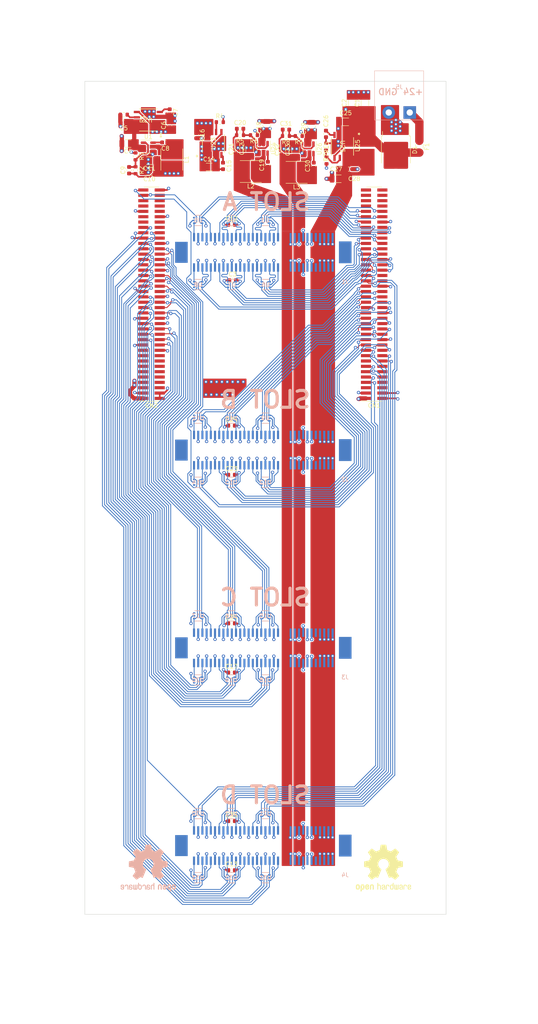
<source format=kicad_pcb>
(kicad_pcb (version 20221018) (generator pcbnew)
  (layers (0 "F.Cu" signal) (1 "In1.Cu" signal) (2 "In2.Cu" signal) (31 "B.Cu" signal) (34 "B.Paste" user) (35 "F.Paste" user) (36 "B.SilkS" user "B.Silkscreen") (37 "F.SilkS" user "F.Silkscreen") (38 "B.Mask" user) (39 "F.Mask" user) (44 "Edge.Cuts" user))
  (net 0 "")
  (net 1 "+3.3V")
  (net 9 "SLOT A 24V")
  (net 11 "+3.3VP")
  (net 12 "+5VP")
  (net 20 "Net-(U1-FB)")
  (net 21 "Net-(U1-EN)")
  (net 22 "Net-(U1-SW)")
  (net 23 "Net-(U1-BST)")
  (net 24 "Net-(U2-SS)")
  (net 25 "Net-(U2-SET)")
  (net 26 "Net-(U23-SS)")
  (net 27 "Net-(U23-SET)")
  (net 28 "Net-(U24-EN)")
  (net 29 "Net-(U24-FB)")
  (net 30 "Net-(U24-SW)")
  (net 31 "Net-(U24-BST)")
  (net 32 "Net-(U25-SS)")
  (net 33 "Net-(U25-SET)")
  (net 34 "Net-(U26-FB)")
  (net 36 "Net-(U26-SW)")
  (net 37 "Net-(U26-BST)")
  (net 64 "SLOTA1P")
  (net 65 "SLOTA3P")
  (net 66 "SLOTA4N")
  (net 67 "SLOTA7P")
  (net 68 "SLOTA5P")
  (net 69 "SLOTA8N")
  (net 70 "SLOTA6N")
  (net 71 "SLOTA9P")
  (net 73 "SLOTA10N")
  (net 75 "SLOTA11P")
  (net 78 "SLOTA1N")
  (net 79 "GND")
  (net 80 "SLOTA2P")
  (net 81 "SLOTA2N")
  (net 82 "SLOTA4P")
  (net 83 "+5V")
  (net 84 "+24V")
  (net 85 "SLOTA3N")
  (net 86 "SLOTA5N")
  (net 87 "SLOTA6P")
  (net 88 "SLOTA7N")
  (net 89 "SLOTA8P")
  (net 90 "SLOTA9N")
  (net 91 "SLOTA10P")
  (net 92 "SLOTB1P")
  (net 93 "SLOTB1N")
  (net 94 "SLOTB2P")
  (net 95 "SLOTB3P")
  (net 96 "SLOTB2N")
  (net 97 "SLOTB3N")
  (net 98 "SLOTB6P")
  (net 99 "SLOTB5P")
  (net 100 "SLOTB6N")
  (net 101 "SLOTB5N")
  (net 102 "SLOTB8P")
  (net 103 "SLOTB4P")
  (net 104 "SLOTB8N")
  (net 105 "SLOTB4N")
  (net 106 "SLOTB7P")
  (net 107 "SLOTB10P")
  (net 108 "SLOTB7N")
  (net 109 "SLOTB10N")
  (net 110 "SLOTB9P")
  (net 111 "SLOTD2P")
  (net 112 "SLOTB9N")
  (net 113 "SLOTD2N")
  (net 114 "SLOTD1P")
  (net 115 "SLOTD4P")
  (net 116 "SLOTD1N")
  (net 117 "SLOTD4N")
  (net 118 "SLOTD3N")
  (net 119 "SLOTD3P")
  (net 120 "SLOTD5P")
  (net 121 "SLOTD5N")
  (net 122 "SLOTC2P")
  (net 123 "SLOTC1P")
  (net 124 "SLOTC2N")
  (net 125 "SLOTC1N")
  (net 126 "SLOTC4P")
  (net 127 "SLOTC3P")
  (net 128 "SLOTC4N")
  (net 129 "SLOTC3N")
  (net 130 "SLOTC6P")
  (net 131 "SLOTC5P")
  (net 132 "SLOTC6N")
  (net 133 "SLOTC8P")
  (net 134 "SLOTC7P")
  (net 135 "SLOTC8N")
  (net 136 "SLOTC7N")
  (net 137 "SLOTC10P")
  (net 138 "SLOTC9P")
  (net 139 "SLOTC10N")
  (net 140 "SLOTC9N")
  (net 141 "SLOTD7P")
  (net 142 "SLOTD6P")
  (net 143 "SLOTD7N")
  (net 144 "SLOTD6N")
  (net 145 "SLOTD9P")
  (net 146 "SLOTD8P")
  (net 147 "SLOTD9N")
  (net 148 "SLOTD8N")
  (net 149 "SLOTD10N")
  (net 150 "SLOTA11N")
  (net 151 "SLOTC11P")
  (net 152 "SLOTB11P")
  (net 153 "SLOTC11N")
  (net 154 "SLOTB11N")
  (net 155 "SLOTD11P")
  (net 156 "SLOTD11N")
  (net 157 "SLOTC5N")
  (net 158 "SLOTD10P")
  (net 165 "Net-(J5-Pin_1)")
  (footprint "Capacitor_SMD:C_1206_3216Metric" (layer "F.Cu") (at 139.192 65.786 180)
    (fp_text reference "C4")
    (fp_text value "10uf")
  )
  (footprint "footprints:AOZ1360AIL_AOS" (layer "F.Cu") (at 190.246 66.478752 -90)
    (fp_text reference "U25")
    (fp_text value "AOZ1360AIL")
  )
  (footprint "Inductor_SMD:L_Taiyo-Yuden_MD-5050" (layer "F.Cu") (at 168.402 72.439 180)
    (fp_text reference "L2")
    (fp_text value "10uH")
  )
  (footprint "Resistor_SMD:R_0603_1608Metric" (layer "F.Cu") (at 169.164 63.803 180)
    (fp_text reference "R6")
    (fp_text value "30.1k")
  )
  (footprint "footprints:PinHeader_2x40_P1.27mm_Vertical_SMD_FLIPPED" (layer "F.Cu") (at 197.78 101.6 180)
    (fp_text reference "CN1")
    (fp_text value "Conn_02x40_Odd_Even")
  )
  (footprint "Capacitor_SMD:C_0603_1608Metric" (layer "F.Cu") (at 163.83 85.09)
    (fp_text reference "C12")
    (fp_text value ".1uf")
  )
  (footprint "Capacitor_SMD:C_0603_1608Metric" (layer "F.Cu") (at 164.084 98.298)
    (fp_text reference "C3")
    (fp_text value ".1uf")
  )
  (footprint "Capacitor_SMD:C_1206_3216Metric" (layer "F.Cu") (at 189.23 74.168 180)
    (fp_text reference "C28")
    (fp_text value "10uf")
  )
  (footprint "Capacitor_SMD:C_0603_1608Metric" (layer "F.Cu") (at 155.448 63.754 -90)
    (fp_text reference "C16")
    (fp_text value ".1uf")
  )
  (footprint "Capacitor_SMD:C_0603_1608Metric" (layer "F.Cu") (at 138.176 60.706 180)
    (fp_text reference "C5")
    (fp_text value ".1uf")
  )
  (footprint "Capacitor_SMD:C_1206_3216Metric" (layer "F.Cu") (at 176.53 67.31 90)
    (fp_text reference "C32")
    (fp_text value "10uf")
  )
  (footprint "Capacitor_SMD:C_1206_3216Metric" (layer "F.Cu") (at 144.272 69.85 180)
    (fp_text reference "C11")
    (fp_text value "10uf")
  )
  (footprint "Capacitor_SMD:C_0603_1608Metric" (layer "F.Cu") (at 172.466 70.915 90)
    (fp_text reference "C19")
    (fp_text value ".1uf")
  )
  (footprint "Package_TO_SOT_SMD:TSOT-23-6" (layer "F.Cu") (at 171.45 66.9505 -90)
    (fp_text reference "U24")
    (fp_text value "AP63201WU")
  )
  (footprint "Capacitor_SMD:C_0603_1608Metric" (layer "F.Cu") (at 148.082 65.532 180)
    (fp_text reference "C8")
    (fp_text value ".1uf")
  )
  (footprint "Resistor_SMD:R_0603_1608Metric" (layer "F.Cu") (at 140.97 68.834 -90)
    (fp_text reference "R3")
    (fp_text value "30.1k")
  )
  (footprint "Capacitor_SMD:C_0603_1608Metric" (layer "F.Cu") (at 163.83 238.506)
    (fp_text reference "C13")
    (fp_text value ".1uf")
  )
  (footprint "Capacitor_SMD:C_0603_1608Metric" (layer "F.Cu") (at 139.446 72.136 90)
    (fp_text reference "C9")
    (fp_text value "100pf")
  )
  (footprint "Resistor_SMD:R_0603_1608Metric" (layer "F.Cu") (at 140.97 72.136 -90)
    (fp_text reference "R2")
    (fp_text value "158k")
  )
  (footprint "Capacitor_SMD:C_1206_3216Metric" (layer "F.Cu") (at 168.148 67.105 90)
    (fp_text reference "C22")
    (fp_text value "10uf")
  )
  (footprint "Resistor_SMD:R_0603_1608Metric" (layer "F.Cu") (at 138.176 58.928 180)
    (fp_text reference "R1")
    (fp_text value "100k")
  )
  (footprint "Capacitor_SMD:C_1206_3216Metric" (layer "F.Cu") (at 191.008 60.636752 180)
    (fp_text reference "C25")
    (fp_text value "10uf")
  )
  (footprint "Capacitor_SMD:C_0603_1608Metric" (layer "F.Cu") (at 191.77 71.882)
    (fp_text reference "C27")
    (fp_text value ".1uf")
  )
  (footprint "Resistor_SMD:R_0603_1608Metric" (layer "F.Cu") (at 176.784 64.008 180)
    (fp_text reference "R8")
    (fp_text value "93.1k")
  )
  (footprint "Package_TO_SOT_SMD:TO-252-3_TabPin2" (layer "F.Cu") (at 202.946 67.32 -90)
    (fp_text reference "D1")
    (fp_text value "D")
  )
  (footprint "Capacitor_SMD:C_0603_1608Metric" (layer "F.Cu") (at 149.098 58.42 -90)
    (fp_text reference "C7")
    (fp_text value ".1uf")
  )
  (footprint "Resistor_SMD:R_0603_1608Metric" (layer "F.Cu") (at 161.036 60.706)
    (fp_text reference "R4")
    (fp_text value "100k")
  )
  (footprint "Capacitor_SMD:C_0603_1608Metric" (layer "F.Cu") (at 165.862 62.279)
    (fp_text reference "C20")
    (fp_text value "100pf")
  )
  (footprint "Package_TO_SOT_SMD:TSOT-23-6" (layer "F.Cu") (at 144.018 66.548)
    (fp_text reference "U1")
    (fp_text value "AP63201WU")
  )
  (footprint "Capacitor_SMD:C_1206_3216Metric" (layer "F.Cu") (at 165.608 67.105 90)
    (fp_text reference "C21")
    (fp_text value "10uf")
  )
  (footprint "Resistor_SMD:R_0603_1608Metric" (layer "F.Cu") (at 186.436 69.780752 -90)
    (fp_text reference "R15")
    (fp_text value "100k")
  )
  (footprint "Capacitor_SMD:C_0603_1608Metric" (layer "F.Cu") (at 183.388 71.12 90)
    (fp_text reference "C30")
    (fp_text value ".1uf")
  )
  (footprint "Capacitor_SMD:C_1206_3216Metric" (layer "F.Cu") (at 192.532 56.134 90)
    (fp_text reference "C2")
    (fp_text value "10uf")
  )
  (footprint "Resistor_SMD:R_0603_1608Metric" (layer "F.Cu") (at 179.832 64.008 180)
    (fp_text reference "R9")
    (fp_text value "30.1k")
  )
  (footprint "Capacitor_SMD:C_0603_1608Metric" (layer "F.Cu") (at 186.309 63.5 -90)
    (fp_text reference "C26")
    (fp_text value ".1uf")
  )
  (footprint "Capacitor_SMD:C_1206_3216Metric" (layer "F.Cu") (at 144.272 72.39 180)
    (fp_text reference "C10")
    (fp_text value "10uf")
  )
  (footprint "Resistor_SMD:R_0603_1608Metric" (layer "F.Cu") (at 186.309 66.548 90)
    (fp_text reference "R7")
    (fp_text value "100k")
  )
  (footprint "Fuse:Fuse_1206_3216Metric" (layer "F.Cu") (at 208.534 66.548 -90)
    (fp_text reference "F1")
    (fp_text value "10A")
  )
  (footprint "Capacitor_SMD:C_0603_1608Metric" (layer "F.Cu") (at 149.098 61.468 90)
    (fp_text reference "C6")
    (fp_text value "10uf")
  )
  (footprint "footprints:PinHeader_2x40_P1.27mm_Vertical_SMD_FLIPPED" (layer "F.Cu") (at 144.78 101.6 180)
    (fp_text reference "CN2")
    (fp_text value "Conn_02x40_Odd_Even")
  )
  (footprint "Capacitor_SMD:C_0603_1608Metric" (layer "F.Cu") (at 176.784 62.484)
    (fp_text reference "C31")
    (fp_text value "100pf")
  )
  (footprint "Symbol:OSHW-Logo2_14.6x12mm_SilkScreen" (layer "F.Cu") (at 200 238)
    (fp_text reference "REF**" hide)
    (fp_text value "OSHW-Logo2_14.6x12mm_SilkScreen" hide)
  )
  (footprint "Capacitor_SMD:C_0603_1608Metric" (layer "F.Cu") (at 163.83 226.822)
    (fp_text reference "C35")
    (fp_text value ".1uf")
  )
  (footprint "Capacitor_SMD:C_1206_3216Metric" (layer "F.Cu") (at 172.212 62.025 90)
    (fp_text reference "C18")
    (fp_text value "10uf")
  )
  (footprint "Capacitor_SMD:C_1206_3216Metric" (layer "F.Cu") (at 179.07 67.31 90)
    (fp_text reference "C33")
    (fp_text value "10uf")
  )
  (footprint "footprints:AOZ1360AIL_AOS" (layer "F.Cu") (at 144.018 60.198 180)
    (fp_text reference "U2")
    (fp_text value "AOZ1360AIL")
  )
  (footprint "Inductor_SMD:L_Taiyo-Yuden_MD-5050" (layer "F.Cu") (at 179.324 72.644 180)
    (fp_text reference "L3")
    (fp_text value "6.8uH")
  )
  (footprint "Capacitor_SMD:C_0603_1608Metric" (layer "F.Cu") (at 163.83 191.516)
    (fp_text reference "C17")
    (fp_text value ".1uf")
  )
  (footprint "Package_TO_SOT_SMD:TSOT-23-6" (layer "F.Cu") (at 182.372 67.056 -90)
    (fp_text reference "U26")
    (fp_text value "AP63201WU")
  )
  (footprint "Capacitor_SMD:C_1206_3216Metric" (layer "F.Cu") (at 158.496 71.374)
    (fp_text reference "C14")
    (fp_text value "10uf")
  )
  (footprint "Capacitor_SMD:C_0603_1608Metric" (layer "F.Cu") (at 163.83 179.832)
    (fp_text reference "C34")
    (fp_text value ".1uf")
  )
  (footprint "Capacitor_SMD:C_1206_3216Metric" (layer "F.Cu") (at 195.58 56.134 90)
    (fp_text reference "C1")
    (fp_text value "10uf")
  )
  (footprint "footprints:AOZ1360AIL_AOS" (layer "F.Cu") (at 159.512 65.786 90)
    (fp_text reference "U23")
    (fp_text value "AOZ1360AIL")
  )
  (footprint "Capacitor_SMD:C_0603_1608Metric" (layer "F.Cu") (at 163.83 132.842)
    (fp_text reference "C24")
    (fp_text value ".1uf")
  )
  (footprint "Resistor_SMD:R_0603_1608Metric" (layer "F.Cu") (at 165.862 63.803 180)
    (fp_text reference "R5")
    (fp_text value "158K")
  )
  (footprint "Capacitor_SMD:C_1206_3216Metric" (layer "F.Cu") (at 182.88 62.23 90)
    (fp_text reference "C29")
    (fp_text value "10uf")
  )
  (footprint "Capacitor_SMD:C_0603_1608Metric" (layer "F.Cu") (at 163.83 144.526)
    (fp_text reference "C23")
    (fp_text value ".1uf")
  )
  (footprint "Inductor_SMD:L_Taiyo-Yuden_MD-5050" (layer "F.Cu") (at 149.606 69.596 -90)
    (fp_text reference "L1")
    (fp_text value "10uH")
  )
  (footprint "Capacitor_SMD:C_0603_1608Metric" (layer "F.Cu") (at 161.798 71.12 -90)
    (fp_text reference "C15")
    (fp_text value ".1uf")
  )
  (footprint "footprints:SOT-363_DIO" (layer "B.Cu") (at 171.888 178.048 180)
    (fp_text reference "U15")
    (fp_text value "D1213A-04S-7")
  )
  (footprint "footprints:SOT-363_DIO" (layer "B.Cu") (at 163.76 240.278 180)
    (fp_text reference "U32")
    (fp_text value "D1213A-04S-7")
  )
  (footprint "footprints:PCI_64_SMD_CONNECTOR" (layer "B.Cu") (at 176.244 91.65 180)
    (fp_text reference "J1")
    (fp_text value "10061913-111PLF")
  )
  (footprint "footprints:1x02_P5.00mm_Horizontal_terminal_block" (layer "B.Cu") (at 206.248 58.42 180)
    (fp_text reference "J5")
    (fp_text value "Conn_01x02_Pin")
  )
  (footprint "footprints:PCI_64_SMD_CONNECTOR" (layer "B.Cu") (at 176.244 232.65 180)
    (fp_text reference "J4")
    (fp_text value "10061913-111PLF")
  )
  (footprint "footprints:SOT-363_DIO" (layer "B.Cu") (at 155.886 84.068 180)
    (fp_text reference "U5")
    (fp_text value "D1213A-04S-7")
  )
  (footprint "Symbol:OSHW-Logo2_14.6x12mm_SilkScreen" (layer "B.Cu") (at 144 238 180)
    (fp_text reference "REF**" hide)
    (fp_text value "OSHW-Logo2_14.6x12mm_SilkScreen" hide)
  )
  (footprint "footprints:SOT-363_DIO" (layer "B.Cu") (at 171.888 131.058 180)
    (fp_text reference "U9")
    (fp_text value "D1213A-04S-7")
  )
  (footprint "footprints:SOT-363_DIO" (layer "B.Cu") (at 155.886 131.058 180)
    (fp_text reference "U11")
    (fp_text value "D1213A-04S-7")
  )
  (footprint "footprints:SOT-363_DIO" (layer "B.Cu") (at 163.917005 99.308 180)
    (fp_text reference "U7")
    (fp_text value "D1213A-04S-7")
  )
  (footprint "footprints:SOT-363_DIO" (layer "B.Cu") (at 171.888 240.278 180)
    (fp_text reference "U31")
    (fp_text value "D1213A-04S-7")
  )
  (footprint "footprints:PCI_64_SMD_CONNECTOR" (layer "B.Cu") (at 176.244 185.65 180)
    (fp_text reference "J3")
    (fp_text value "10061913-111PLF")
  )
  (footprint "footprints:SOT-363_DIO" (layer "B.Cu") (at 155.886 146.298 180)
    (fp_text reference "U14")
    (fp_text value "D1213A-04S-7")
  )
  (footprint "footprints:SOT-363_DIO" (layer "B.Cu") (at 163.76 146.298 180)
    (fp_text reference "U13")
    (fp_text value "D1213A-04S-7")
  )
  (footprint "footprints:SOT-363_DIO" (layer "B.Cu") (at 171.888 225.038 180)
    (fp_text reference "U21")
    (fp_text value "D1213A-04S-7")
  )
  (footprint "footprints:SOT-363_DIO" (layer "B.Cu") (at 155.886 193.288 180)
    (fp_text reference "U20")
    (fp_text value "D1213A-04S-7")
  )
  (footprint "footprints:SOT-363_DIO" (layer "B.Cu") (at 163.76 225.038 180)
    (fp_text reference "U22")
    (fp_text value "D1213A-04S-7")
  )
  (footprint "footprints:SOT-363_DIO" (layer "B.Cu") (at 163.76 178.048 180)
    (fp_text reference "U16")
    (fp_text value "D1213A-04S-7")
  )
  (footprint "footprints:SOT-363_DIO" (layer "B.Cu") (at 171.888 146.298 180)
    (fp_text reference "U12")
    (fp_text value "D1213A-04S-7")
  )
  (footprint "footprints:SOT-363_DIO" (layer "B.Cu") (at 155.886 178.048 180)
    (fp_text reference "U17")
    (fp_text value "D1213A-04S-7")
  )
  (footprint "footprints:SOT-363_DIO" (layer "B.Cu") (at 155.886 225.038 180)
    (fp_text reference "U30")
    (fp_text value "D1213A-04S-7")
  )
  (footprint "footprints:SOT-363_DIO" (layer "B.Cu") (at 171.953999 99.308 180)
    (fp_text reference "U6")
    (fp_text value "D1213A-04S-7")
  )
  (footprint "footprints:SOT-363_DIO" (layer "B.Cu") (at 155.886 99.308 180)
    (fp_text reference "U8")
    (fp_text value "D1213A-04S-7")
  )
  (footprint "footprints:SOT-363_DIO" (layer "B.Cu") (at 171.888 84.068 180)
    (fp_text reference "U3")
    (fp_text value "D1213A-04S-7")
  )
  (footprint "footprints:PCI_64_SMD_CONNECTOR" (layer "B.Cu") (at 176.244 138.65 180)
    (fp_text reference "J2")
    (fp_text value "10061913-111PLF")
  )
  (footprint "footprints:SOT-363_DIO" (layer "B.Cu") (at 171.888 193.288 180)
    (fp_text reference "U18")
    (fp_text value "D1213A-04S-7")
  )
  (footprint "footprints:SOT-363_DIO" (layer "B.Cu") (at 163.76 84.068 180)
    (fp_text reference "U4")
    (fp_text value "D1213A-04S-7")
  )
  (footprint "footprints:SOT-363_DIO" (layer "B.Cu") (at 155.886 240.278 180)
    (fp_text reference "U33")
    (fp_text value "D1213A-04S-7")
  )
  (footprint "footprints:SOT-363_DIO" (layer "B.Cu") (at 163.76 131.058 180)
    (fp_text reference "U10")
    (fp_text value "D1213A-04S-7")
  )
  (footprint "footprints:SOT-363_DIO" (layer "B.Cu") (at 163.76 193.288 180)
    (fp_text reference "U19")
    (fp_text value "D1213A-04S-7")
  )
  (gr_rect (start 128.9 51) (end 214.9 249) (stroke (width 0.1)) (fill none) (layer "Edge.Cuts"))
  (gr_text "+24" (at 209.55 54.356) (layer "B.SilkS") (effects (font (size 1.5 1.5) (thickness 0.25) bold) (justify left bottom mirror)))
  (gr_text "SLOT C" (at 183 176) (layer "B.SilkS") (effects (font (size 4 4) (thickness 0.75) bold) (justify left bottom mirror)))
  (gr_text "GND" (at 203.5 54.4) (layer "B.SilkS") (effects (font (size 1.5 1.5) (thickness 0.25) bold) (justify left bottom mirror)))
  (gr_text "SLOT D" (at 183 223) (layer "B.SilkS") (effects (font (size 4 4) (thickness 0.75) bold) (justify left bottom mirror)))
  (gr_text "SLOT B" (at 183 129) (layer "B.SilkS") (effects (font (size 4 4) (thickness 0.75) bold) (justify left bottom mirror)))
  (gr_text "SLOT A" (at 183 82) (layer "B.SilkS") (effects (font (size 4 4) (thickness 0.75) bold) (justify left bottom mirror)))
  (segment (start 195.83 125.095) (end 194.183 125.095) (width 0.4) (layer "F.Cu") (net 1))
  (segment (start 194.183 125.095) (end 194.056 124.968) (width 0.4) (layer "F.Cu") (net 1))
  (segment (start 162.482478 226.822) (end 162.169652 227.134826) (width 0.4) (layer "F.Cu") (net 1))
  (segment (start 162.482478 132.842) (end 162.169652 133.154826) (width 0.4) (layer "F.Cu") (net 1))
  (segment (start 163.055 179.832) (end 162.56 179.832) (width 0.4) (layer "F.Cu") (net 1))
  (segment (start 140.9055 125.095) (end 140.7785 124.968) (width 0.4) (layer "F.Cu") (net 1))
  (segment (start 163.055 144.526) (end 162.56 144.526) (width 0.4) (layer "F.Cu") (net 1))
  (segment (start 163.055 238.506) (end 162.56 238.506) (width 0.4) (layer "F.Cu") (net 1))
  (segment (start 162.228181 98.298) (end 162.102011 98.42417) (width 0.4) (layer "F.Cu") (net 1))
  (segment (start 163.055 132.842) (end 162.482478 132.842) (width 0.4) (layer "F.Cu") (net 1))
  (segment (start 162.061619 85.09) (end 161.916119 84.9445) (width 0.4) (layer "F.Cu") (net 1))
  (segment (start 162.596157 191.516) (end 163.055 191.516) (width 0.4) (layer "F.Cu") (net 1))
  (segment (start 163.055 85.09) (end 162.061619 85.09) (width 0.4) (layer "F.Cu") (net 1))
  (segment (start 142.83 125.095) (end 140.9055 125.095) (width 0.4) (layer "F.Cu") (net 1))
  (segment (start 163.309 98.298) (end 162.228181 98.298) (width 0.4) (layer "F.Cu") (net 1))
  (segment (start 162.56 144.526) (end 162.052 144.018) (width 0.4) (layer "F.Cu") (net 1))
  (segment (start 161.929659 190.849502) (end 162.596157 191.516) (width 0.4) (layer "F.Cu") (net 1))
  (segment (start 162.56 238.506) (end 162.052 237.998) (width 0.4) (layer "F.Cu") (net 1))
  (segment (start 163.055 226.822) (end 162.482478 226.822) (width 0.4) (layer "F.Cu") (net 1))
  (segment (start 162.56 179.832) (end 162.052 180.34) (width 0.4) (layer "F.Cu") (net 1))
  (via (at 170.18 227.076) (size 0.8) (drill 0.4) (layers "F.Cu" "B.Cu") (net 1))
  (via (at 162.052 144.018) (size 0.8) (drill 0.4) (layers "F.Cu" "B.Cu") (net 1))
  (via (at 166.624 122.428) (size 0.8) (drill 0.4) (layers "F.Cu" "B.Cu") (net 1))
  (via (at 153.924 98.298) (size 0.8) (drill 0.4) (layers "F.Cu" "B.Cu") (net 1))
  (via (at 159.004 122.428) (size 0.8) (drill 0.4) (layers "F.Cu" "B.Cu") (net 1))
  (via (at 162.814 125.476) (size 0.8) (drill 0.4) (layers "F.Cu" "B.Cu") (net 1))
  (via (at 140.7785 124.968) (size 0.8) (drill 0.4) (layers "F.Cu" "B.Cu") (net 1))
  (via (at 170.194942 190.924422) (size 0.8) (drill 0.4) (layers "F.Cu" "B.Cu") (net 1))
  (via (at 170.073314 84.95193) (size 0.8) (drill 0.4) (layers "F.Cu" "B.Cu") (net 1))
  (via (at 164.084 125.476) (size 0.8) (drill 0.4) (layers "F.Cu" "B.Cu") (net 1))
  (via (at 159.004 125.476) (size 0.8) (drill 0.4) (layers "F.Cu" "B.Cu") (net 1))
  (via (at 154.178 226.822) (size 0.8) (drill 0.4) (layers "F.Cu" "B.Cu") (net 1))
  (via (at 157.734 125.476) (size 0.8) (drill 0.4) (layers "F.Cu" "B.Cu") (net 1))
  (via (at 162.052 180.34) (size 0.8) (drill 0.4) (layers "F.Cu" "B.Cu") (net 1))
  (via (at 161.929659 190.849502) (size 0.8) (drill 0.4) (layers "F.Cu" "B.Cu") (net 1))
  (via (at 154.178 132.842) (size 0.8) (drill 0.4) (layers "F.Cu" "B.Cu") (net 1))
  (via (at 160.274 125.476) (size 0.8) (drill 0.4) (layers "F.Cu" "B.Cu") (net 1))
  (via (at 170.052088 133.450498) (size 0.8) (drill 0.4) (layers "F.Cu" "B.Cu") (net 1))
  (via (at 164.084 122.428) (size 0.8) (drill 0.4) (layers "F.Cu" "B.Cu") (net 1))
  (via (at 170.194942 180.169578) (size 0.8) (drill 0.4) (layers "F.Cu" "B.Cu") (net 1))
  (via (at 154.178 238.506) (size 0.8) (drill 0.4) (layers "F.Cu" "B.Cu") (net 1))
  (via (at 161.916119 84.9445) (size 0.8) (drill 0.4) (layers "F.Cu" "B.Cu") (net 1))
  (via (at 169.969621 98.254379) (size 0.8) (drill 0.4) (layers "F.Cu" "B.Cu") (net 1))
  (via (at 153.924 85.344) (size 0.8) (drill 0.4) (layers "F.Cu" "B.Cu") (net 1))
  (via (at 170.010209 144.128965) (size 0.8) (drill 0.4) (layers "F.Cu" "B.Cu") (net 1))
  (via (at 161.544 122.428) (size 0.8) (drill 0.4) (layers "F.Cu" "B.Cu") (net 1))
  (via (at 162.169652 133.154826) (size 0.8) (drill 0.4) (layers "F.Cu" "B.Cu") (net 1))
  (via (at 162.814 122.428) (size 0.8) (drill 0.4) (layers "F.Cu" "B.Cu") (net 1))
  (via (at 154.178 144.526) (size 0.8) (drill 0.4) (layers "F.Cu" "B.Cu") (net 1))
  (via (at 161.544 125.476) (size 0.8) (drill 0.4) (layers "F.Cu" "B.Cu") (net 1))
  (via (at 162.169652 227.134826) (size 0.8) (drill 0.4) (layers "F.Cu" "B.Cu") (net 1))
  (via (at 157.734 122.428) (size 0.8) (drill 0.4) (layers "F.Cu" "B.Cu") (net 1))
  (via (at 160.274 122.428) (size 0.8) (drill 0.4) (layers "F.Cu" "B.Cu") (net 1))
  (via (at 194.056 124.968) (size 0.8) (drill 0.4) (layers "F.Cu" "B.Cu") (net 1))
  (via (at 154.178 179.832) (size 0.8) (drill 0.4) (layers "F.Cu" "B.Cu") (net 1))
  (via (at 162.052 237.998) (size 0.8) (drill 0.4) (layers "F.Cu" "B.Cu") (net 1))
  (via (at 170.18 237.998) (size 0.8) (drill 0.4) (layers "F.Cu" "B.Cu") (net 1))
  (via (at 162.102011 98.42417) (size 0.8) (drill 0.4) (layers "F.Cu" "B.Cu") (net 1))
  (via (at 165.354 122.428) (size 0.8) (drill 0.4) (layers "F.Cu" "B.Cu") (net 1))
  (via (at 154.178 191.77) (size 0.8) (drill 0.4) (layers "F.Cu" "B.Cu") (net 1))
  (segment (start 162.439999 84.068) (end 161.916119 84.59188) (width 0.25) (layer "B.Cu") (net 1))
  (segment (start 170.56904 146.298) (end 170.937999 146.298) (width 0.25) (layer "B.Cu") (net 1))
  (segment (start 170.937999 178.048) (end 170.56904 178.048) (width 0.25) (layer "B.Cu") (net 1))
  (segment (start 162.169652 131.329388) (end 162.169652 133.154826) (width 0.25) (layer "B.Cu") (net 1))
  (segment (start 154.178 225.425999) (end 154.178 226.822) (width 0.25) (layer "B.Cu") (net 1))
  (segment (start 154.565999 146.298) (end 154.178 145.910001) (width 0.25) (layer "B.Cu") (net 1))
  (segment (start 161.969 192.81596) (end 162.44104 193.288) (width 0.25) (layer "B.Cu") (net 1))
  (segment (start 162.169652 225.309388) (end 162.169652 227.134826) (width 0.25) (layer "B.Cu") (net 1))
  (segment (start 170.097 131.655) (end 170.694 131.058) (width 0.25) (layer "B.Cu") (net 1))
  (segment (start 154.935999 84.068) (end 154.565999 84.068) (width 0.25) (layer "B.Cu") (net 1))
  (segment (start 154.178 239.890001) (end 154.178 238.506) (width 0.25) (layer "B.Cu") (net 1))
  (segment (start 154.565999 225.038) (end 154.178 225.425999) (width 0.25) (layer "B.Cu") (net 1))
  (segment (start 171.003998 99.308) (end 170.635039 99.308) (width 0.25) (layer "B.Cu") (net 1))
  (segment (start 162.44104 240.278) (end 162.052 239.88896) (width 0.25) (layer "B.Cu") (net 1))
  (segment (start 154.565999 84.068) (end 153.924 84.709999) (width 0.25) (layer "B.Cu") (net 1))
  (segment (start 170.56904 225.038) (end 170.18 225.42704) (width 0.25) (layer "B.Cu") (net 1))
  (segment (start 154.178 178.435999) (end 154.178 179.832) (width 0.25) (layer "B.Cu") (net 1))
  (segment (start 170.010209 144.128965) (end 170.010209 144.517168) (width 0.25) (layer "B.Cu") (net 1))
  (segment (start 170.073314 84.73608) (end 170.741394 84.068) (width 0.25) (layer "B.Cu") (net 1))
  (segment (start 162.44104 225.038) (end 162.169652 225.309388) (width 0.25) (layer "B.Cu") (net 1))
  (segment (start 154.565999 178.048) (end 154.178 178.435999) (width 0.25) (layer "B.Cu") (net 1))
  (segment (start 162.052 145.90896) (end 162.052 144.018) (width 0.25) (layer "B.Cu") (net 1))
  (segment (start 154.565999 193.288) (end 154.178 192.900001) (width 0.25) (layer "B.Cu") (net 1))
  (segment (start 170.097 144.603959) (end 170.097 145.82596) (width 0.25) (layer "B.Cu") (net 1))
  (segment (start 162.44104 131.058) (end 162.169652 131.329388) (width 0.25) (layer "B.Cu") (net 1))
  (segment (start 154.935999 146.298) (end 154.565999 146.298) (width 0.25) (layer "B.Cu") (net 1))
  (segment (start 162.44104 193.288) (end 162.809999 193.288) (width 0.25) (layer "B.Cu") (net 1))
  (segment (start 169.969621 98.642582) (end 169.969621 98.254379) (width 0.25) (layer "B.Cu") (net 1))
  (segment (start 154.565999 131.058) (end 154.178 131.445999) (width 0.25) (layer "B.Cu") (net 1))
  (segment (start 170.937999 193.288) (end 170.56904 193.288) (width 0.25) (layer "B.Cu") (net 1))
  (segment (start 153.924 84.709999) (end 153.924 85.344) (width 0.25) (layer "B.Cu") (net 1))
  (segment (start 161.929659 191.237118) (end 161.969 191.276459) (width 0.25) (layer "B.Cu") (net 1))
  (segment (start 161.916119 84.59188) (end 161.916119 84.9445) (width 0.25) (layer "B.Cu") (net 1))
  (segment (start 170.56904 178.048) (end 170.194942 178.422098) (width 0.25) (layer "B.Cu") (net 1))
  (segment (start 170.18 225.42704) (end 170.18 227.076) (width 0.25) (layer "B.Cu") (net 1))
  (segment (start 162.052 239.88896) (end 162.052 237.998) (width 0.25) (layer "B.Cu") (net 1))
  (segment (start 170.635039 99.308) (end 169.969621 98.642582) (width 0.25) (layer "B.Cu") (net 1))
  (segment (start 154.935999 225.038) (end 154.565999 225.038) (width 0.25) (layer "B.Cu") (net 1))
  (segment (start 162.44104 146.298) (end 162.052 145.90896) (width 0.25) (layer "B.Cu") (net 1))
  (segment (start 162.102011 98.811966) (end 162.102011 98.42417) (width 0.25) (layer "B.Cu") (net 1))
  (segment (start 154.935999 131.058) (end 154.565999 131.058) (width 0.25) (layer "B.Cu") (net 1))
  (segment (start 161.969 191.276459) (end 161.969 192.81596) (width 0.25) (layer "B.Cu") (net 1))
  (segment (start 162.967004 99.308) (end 162.598045 99.308) (width 0.25) (layer "B.Cu") (net 1))
  (segment (start 170.194942 178.422098) (end 170.194942 180.169578) (width 0.25) (layer "B.Cu") (net 1))
  (segment (start 162.598045 99.308) (end 162.102011 98.811966) (width 0.25) (layer "B.Cu") (net 1))
  (segment (start 170.010209 144.517168) (end 170.097 144.603959) (width 0.25) (layer "B.Cu") (net 1))
  (segment (start 170.56904 240.278) (end 170.18 239.88896) (width 0.25) (layer "B.Cu") (net 1))
  (segment (start 162.44104 178.048) (end 162.052 178.43704) (width 0.25) (layer "B.Cu") (net 1))
  (segment (start 153.924 98.666001) (end 153.924 98.298) (width 0.25) (layer "B.Cu") (net 1))
  (segment (start 170.937999 225.038) (end 170.56904 225.038) (width 0.25) (layer "B.Cu") (net 1))
  (segment (start 162.809999 131.058) (end 162.44104 131.058) (width 0.25) (layer "B.Cu") (net 1))
  (segment (start 154.178 131.445999) (end 154.178 132.842) (width 0.25) (layer "B.Cu") (net 1))
  (segment (start 154.178 192.900001) (end 154.178 191.77) (width 0.25) (layer "B.Cu") (net 1))
  (segment (start 170.097 145.82596) (end 170.56904 146.298) (width 0.25) (layer "B.Cu") (net 1))
  (segment (start 170.097 133.405586) (end 170.097 131.655) (width 0.25) (layer "B.Cu") (net 1))
  (segment (start 154.935999 240.278) (end 154.565999 240.278) (width 0.25) (layer "B.Cu") (net 1))
  (segment (start 162.809999 146.298) (end 162.44104 146.298) (width 0.25) (layer "B.Cu") (net 1))
  (segment (start 162.809999 84.068) (end 162.439999 84.068) (width 0.25) (layer "B.Cu") (net 1))
  (segment (start 154.178 145.910001) (end 154.178 144.526) (width 0.25) (layer "B.Cu") (net 1))
  (segment (start 162.052 178.43704) (end 162.052 180.34) (width 0.25) (layer "B.Cu") (net 1))
  (segment (start 154.565999 99.308) (end 153.924 98.666001) (width 0.25) (layer "B.Cu") (net 1))
  (segment (start 154.935999 193.288) (end 154.565999 193.288) (width 0.25) (layer "B.Cu") (net 1))
  (segment (start 170.937999 240.278) (end 170.56904 240.278) (width 0.25) (layer "B.Cu") (net 1))
  (segment (start 170.56904 193.288) (end 170.194942 192.913902) (width 0.25) (layer "B.Cu") (net 1))
  (segment (start 154.935999 99.308) (end 154.565999 99.308) (width 0.25) (layer "B.Cu") (net 1))
  (segment (start 170.052088 133.450498) (end 170.097 133.405586) (width 0.25) (layer "B.Cu") (net 1))
  (segment (start 162.809999 178.048) (end 162.44104 178.048) (width 0.25) (layer "B.Cu") (net 1))
  (segment (start 170.194942 192.913902) (end 170.194942 190.924422) (width 0.25) (layer "B.Cu") (net 1))
  (segment (start 170.18 239.88896) (end 170.18 237.998) (width 0.25) (layer "B.Cu") (net 1))
  (segment (start 154.935999 178.048) (end 154.565999 178.048) (width 0.25) (layer "B.Cu") (net 1))
  (segment (start 162.809999 225.038) (end 162.44104 225.038) (width 0.25) (layer "B.Cu") (net 1))
  (segment (start 162.809999 240.278) (end 162.44104 240.278) (width 0.25) (layer "B.Cu") (net 1))
  (segment (start 161.929659 190.849502) (end 161.929659 191.237118) (width 0.25) (layer "B.Cu") (net 1))
  (segment (start 170.741394 84.068) (end 170.937999 84.068) (width 0.25) (layer "B.Cu") (net 1))
  (segment (start 154.565999 240.278) (end 154.178 239.890001) (width 0.25) (layer "B.Cu") (net 1))
  (segment (start 170.694 131.058) (end 170.937999 131.058) (width 0.25) (layer "B.Cu") (net 1))
  (segment (start 170.073314 84.95193) (end 170.073314 84.73608) (width 0.25) (layer "B.Cu") (net 1))
  (via (at 187.908003 136.662816) (size 0.8) (drill 0.4) (layers "F.Cu" "B.Cu") (net 9))
  (via (at 185.910611 187.580045) (size 0.8) (drill 0.4) (layers "F.Cu" "B.Cu") (net 9))
  (via (at 187.895328 140.595453) (size 0.8) (drill 0.4) (layers "F.Cu" "B.Cu") (net 9))
  (via (at 185.910611 140.590045) (size 0.8) (drill 0.4) (layers "F.Cu" "B.Cu") (net 9))
  (via (at 187.908003 183.652816) (size 0.8) (drill 0.4) (layers "F.Cu" "B.Cu") (net 9))
  (via (at 184.912 136.652) (size 0.8) (drill 0.4) (layers "F.Cu" "B.Cu") (net 9))
  (via (at 186.859822 93.612021) (size 0.8) (drill 0.4) (layers "F.Cu" "B.Cu") (net 9))
  (via (at 186.896717 183.647408) (size 0.8) (drill 0.4) (layers "F.Cu" "B.Cu") (net 9))
  (via (at 187.883783 89.684792) (size 0.8) (drill 0.4) (layers "F.Cu" "B.Cu") (net 9))
  (via (at 187.887489 230.694099) (size 0.8) (drill 0.4) (layers "F.Cu" "B.Cu") (net 9))
  (via (at 184.899325 140.584637) (size 0.8) (drill 0.4) (layers "F.Cu" "B.Cu") (net 9))
  (via (at 185.899066 89.679384) (size 0.8) (drill 0.4) (layers "F.Cu" "B.Cu") (net 9))
  (via (at 186.884042 140.590045) (size 0.8) (drill 0.4) (layers "F.Cu" "B.Cu") (net 9))
  (via (at 185.886391 93.612021) (size 0.8) (drill 0.4) (layers "F.Cu" "B.Cu") (net 9))
  (via (at 184.878811 234.61592) (size 0.8) (drill 0.4) (layers "F.Cu" "B.Cu") (net 9))
  (via (at 185.890097 234.621328) (size 0.8) (drill 0.4) (layers "F.Cu" "B.Cu") (net 9))
  (via (at 184.899325 187.574637) (size 0.8) (drill 0.4) (layers "F.Cu" "B.Cu") (net 9))
  (via (at 187.874814 234.626736) (size 0.8) (drill 0.4) (layers "F.Cu" "B.Cu") (net 9))
  (via (at 186.872497 89.679384) (size 0.8) (drill 0.4) (layers "F.Cu" "B.Cu") (net 9))
  (via (at 184.875105 93.606613) (size 0.8) (drill 0.4) (layers "F.Cu" "B.Cu") (net 9))
  (via (at 184.891486 230.683283) (size 0.8) (drill 0.4) (layers "F.Cu" "B.Cu") (net 9))
  (via (at 185.902772 230.688691) (size 0.8) (drill 0.4) (layers "F.Cu" "B.Cu") (net 9))
  (via (at 185.923286 136.657408) (size 0.8) (drill 0.4) (layers "F.Cu" "B.Cu") (net 9))
  (via (at 187.871108 93.617429) (size 0.8) (drill 0.4) (layers "F.Cu" "B.Cu") (net 9))
  (via (at 185.923286 183.647408) (size 0.8) (drill 0.4) (layers "F.Cu" "B.Cu") (net 9))
  (via (at 186.896717 136.657408) (size 0.8) (drill 0.4) (layers "F.Cu" "B.Cu") (net 9))
  (via (at 186.876203 230.688691) (size 0.8) (drill 0.4) (layers "F.Cu" "B.Cu") (net 9))
  (via (at 184.912 183.642) (size 0.8) (drill 0.4) (layers "F.Cu" "B.Cu") (net 9))
  (via (at 186.884042 187.580045) (size 0.8) (drill 0.4) (layers "F.Cu" "B.Cu") (net 9))
  (via (at 184.88778 89.673976) (size 0.8) (drill 0.4) (layers "F.Cu" "B.Cu") (net 9))
  (via (at 186.863528 234.621328) (size 0.8) (drill 0.4) (layers "F.Cu" "B.Cu") (net 9))
  (via (at 187.895328 187.585453) (size 0.8) (drill 0.4) (layers "F.Cu" "B.Cu") (net 9))
  (segment (start 186.896717 136.657408) (end 186.896717 135.052717) (width 0.4) (layer "B.Cu") (net 9))
  (segment (start 184.875105 93.606613) (end 184.875105 95.231105) (width 0.4) (layer "B.Cu") (net 9))
  (segment (start 185.890097 234.621328) (end 185.890097 236.246097) (width 0.4) (layer "B.Cu") (net 9))
  (segment (start 187.908003 136.662816) (end 187.908003 135.064003) (width 0.4) (layer "B.Cu") (net 9))
  (segment (start 186.896717 183.647408) (end 186.896717 182.052717) (width 0.4) (layer "B.Cu") (net 9))
  (segment (start 184.912 183.642) (end 184.912 182.068) (width 0.4) (layer "B.Cu") (net 9))
  (segment (start 185.886391 93.612021) (end 185.886391 95.242391) (width 0.4) (layer "B.Cu") (net 9))
  (segment (start 184.899325 187.574637) (end 184.899325 189.244675) (width 0.4) (layer "B.Cu") (net 9))
  (segment (start 187.883783 89.684792) (end 187.883783 88.060217) (width 0.4) (layer "B.Cu") (net 9))
  (segment (start 187.874814 234.626736) (end 187.874814 236.230814) (width 0.4) (layer "B.Cu") (net 9))
  (segment (start 186.884042 187.580045) (end 186.884042 189.240042) (width 0.4) (layer "B.Cu") (net 9))
  (segment (start 185.923286 183.647408) (end 185.923286 182.079286) (width 0.4) (layer "B.Cu") (net 9))
  (segment (start 187.895328 187.585453) (end 187.895328 189.248672) (width 0.4) (layer "B.Cu") (net 9))
  (segment (start 184.912 136.652) (end 184.912 135.068) (width 0.4) (layer "B.Cu") (net 9))
  (segment (start 184.891486 230.683283) (end 184.891486 229.052514) (width 0.4) (layer "B.Cu") (net 9))
  (segment (start 187.871108 93.617429) (end 187.871108 95.227108) (width 0.4) (layer "B.Cu") (net 9))
  (segment (start 184.878811 234.61592) (end 184.878811 236.234811) (width 0.4) (layer "B.Cu") (net 9))
  (segment (start 187.895328 140.595453) (end 187.895328 142.248672) (width 0.4) (layer "B.Cu") (net 9))
  (segment (start 187.908003 183.652816) (end 187.908003 182.064003) (width 0.4) (layer "B.Cu") (net 9))
  (segment (start 187.887489 230.694099) (end 187.887489 229.056511) (width 0.4) (layer "B.Cu") (net 9))
  (segment (start 186.859822 93.612021) (end 186.859822 95.215822) (width 0.4) (layer "B.Cu") (net 9))
  (segment (start 185.910611 140.590045) (end 185.910611 142.233389) (width 0.4) (layer "B.Cu") (net 9))
  (segment (start 184.899325 140.584637) (end 184.899325 142.244675) (width 0.4) (layer "B.Cu") (net 9))
  (segment (start 185.902772 230.688691) (end 185.902772 229.058772) (width 0.4) (layer "B.Cu") (net 9))
  (segment (start 186.872497 89.679384) (end 186.872497 88.071503) (width 0.4) (layer "B.Cu") (net 9))
  (segment (start 185.923286 136.657408) (end 185.923286 135.079286) (width 0.4) (layer "B.Cu") (net 9))
  (segment (start 186.863528 234.621328) (end 186.863528 236.219528) (width 0.4) (layer "B.Cu") (net 9))
  (segment (start 185.910611 187.580045) (end 185.910611 189.233389) (width 0.4) (layer "B.Cu") (net 9))
  (segment (start 185.899066 89.679384) (end 185.899066 88.055066) (width 0.4) (layer "B.Cu") (net 9))
  (segment (start 186.876203 230.688691) (end 186.876203 229.067797) (width 0.4) (layer "B.Cu") (net 9))
  (segment (start 186.884042 140.590045) (end 186.884042 142.240042) (width 0.4) (layer "B.Cu") (net 9))
  (segment (start 184.88778 89.673976) (end 184.88778 88.05622) (width 0.4) (layer "B.Cu") (net 9))
  (segment (start 175.23 64.737) (end 175.23 67.485) (width 0.4) (layer "F.Cu") (net 11))
  (segment (start 175.959 64.008) (end 175.23 64.737) (width 0.4) (layer "F.Cu") (net 11))
  (segment (start 175.23 67.485) (end 176.53 68.785) (width 0.4) (layer "F.Cu") (net 11))
  (segment (start 176.009 62.484) (end 176.009 63.958) (width 0.4) (layer "F.Cu") (net 11))
  (via (at 178.884082 230.735126) (size 0.8) (drill 0.4) (layers "F.Cu" "B.Cu") (net 11))
  (via (at 178.90009 234.63641) (size 0.8) (drill 0.4) (layers "F.Cu" "B.Cu") (net 11))
  (via (at 178.904596 136.703843) (size 0.8) (drill 0.4) (layers "F.Cu" "B.Cu") (net 11))
  (via (at 178.920604 187.595127) (size 0.8) (drill 0.4) (layers "F.Cu" "B.Cu") (net 11))
  (via (at 178.896384 93.627103) (size 0.8) (drill 0.4) (layers "F.Cu" "B.Cu") (net 11))
  (via (at 178.920604 140.605127) (size 0.8) (drill 0.4) (layers "F.Cu" "B.Cu") (net 11))
  (via (at 178.904596 183.693843) (size 0.8) (drill 0.4) (layers "F.Cu" "B.Cu") (net 11))
  (via (at 178.880376 89.725819) (size 0.8) (drill 0.4) (layers "F.Cu" "B.Cu") (net 11))
  (segment (start 178.880376 89.725819) (end 178.880376 88.063624) (width 0.4) (layer "B.Cu") (net 11))
  (segment (start 178.896384 93.627103) (end 178.896384 95.247616) (width 0.4) (layer "B.Cu") (net 11))
  (segment (start 178.884082 230.735126) (end 178.884082 229.059918) (width 0.4) (layer "B.Cu") (net 11))
  (segment (start 178.904596 136.703843) (end 178.904596 135.060596) (width 0.4) (layer "B.Cu") (net 11))
  (segment (start 178.904596 183.693843) (end 178.904596 182.060596) (width 0.4) (layer "B.Cu") (net 11))
  (segment (start 178.920604 140.605127) (end 178.920604 142.223396) (width 0.4) (layer "B.Cu") (net 11))
  (segment (start 178.920604 187.595127) (end 178.920604 189.223396) (width 0.4) (layer "B.Cu") (net 11))
  (segment (start 178.90009 234.63641) (end 178.90009 236.24391) (width 0.4) (layer "B.Cu") (net 11))
  (segment (start 164.308 67.231) (end 165.608 68.531) (width 0.4) (layer "F.Cu") (net 12))
  (segment (start 165.037 63.754) (end 164.308 64.483) (width 0.4) (layer "F.Cu") (net 12))
  (segment (start 165.087 62.23) (end 165.087 63.704) (width 0.4) (layer "F.Cu") (net 12))
  (segment (start 164.308 64.483) (end 164.308 67.231) (width 0.4) (layer "F.Cu") (net 12))
  (via (at 177.910832 183.684726) (size 0.8) (drill 0.4) (layers "F.Cu" "B.Cu") (net 12))
  (via (at 177.92684 140.59601) (size 0.8) (drill 0.4) (layers "F.Cu" "B.Cu") (net 12))
  (via (at 177.886612 89.716702) (size 0.8) (drill 0.4) (layers "F.Cu" "B.Cu") (net 12))
  (via (at 177.910832 136.694726) (size 0.8) (drill 0.4) (layers "F.Cu" "B.Cu") (net 12))
  (via (at 177.92684 187.58601) (size 0.8) (drill 0.4) (layers "F.Cu" "B.Cu") (net 12))
  (via (at 177.8 230.726009) (size 0.8) (drill 0.4) (layers "F.Cu" "B.Cu") (net 12))
  (via (at 177.906326 234.627293) (size 0.8) (drill 0.4) (layers "F.Cu" "B.Cu") (net 12))
  (via (at 177.90262 93.617986) (size 0.8) (drill 0.4) (layers "F.Cu" "B.Cu") (net 12))
  (segment (start 177.90262 93.617986) (end 177.90262 95.24138) (width 0.4) (layer "B.Cu") (net 12))
  (segment (start 177.886612 89.716702) (end 177.886612 88.057388) (width 0.4) (layer "B.Cu") (net 12))
  (segment (start 177.92684 140.59601) (end 177.92684 142.21716) (width 0.4) (layer "B.Cu") (net 12))
  (segment (start 177.906326 234.627293) (end 177.906326 236.237674) (width 0.4) (layer "B.Cu") (net 12))
  (segment (start 177.890318 230.635691) (end 177.890318 229.053682) (width 0.4) (layer "B.Cu") (net 12))
  (segment (start 177.910832 136.694726) (end 177.910832 135.066832) (width 0.4) (layer "B.Cu") (net 12))
  (segment (start 177.8 230.726009) (end 177.890318 230.635691) (width 0.4) (layer "B.Cu") (net 12))
  (segment (start 177.92684 187.58601) (end 177.92684 189.21716) (width 0.4) (layer "B.Cu") (net 12))
  (segment (start 177.910832 183.684726) (end 177.910832 182.066832) (width 0.4) (layer "B.Cu") (net 12))
  (segment (start 143.370817 65.598) (end 142.8805 65.598) (width 0.4) (layer "F.Cu") (net 20))
  (segment (start 140.97 71.311) (end 140.97 69.913) (width 0.4) (layer "F.Cu") (net 20))
  (segment (start 142.431 68.198) (end 143.620817 68.198) (width 0.4) (layer "F.Cu") (net 20))
  (segment (start 139.446 71.361) (end 140.92 71.361) (width 0.4) (layer "F.Cu") (net 20))
  (segment (start 143.943 66.170183) (end 143.370817 65.598) (width 0.4) (layer "F.Cu") (net 20))
  (segment (start 143.620817 68.198) (end 143.943 67.875817) (width 0.4) (layer "F.Cu") (net 20))
  (segment (start 140.97 69.659) (end 142.431 68.198) (width 0.4) (layer "F.Cu") (net 20))
  (segment (start 143.943 67.875817) (end 143.943 66.170183) (width 0.4) (layer "F.Cu") (net 20))
  (segment (start 140.667 62.729248) (end 141.293248 62.103) (width 1) (layer "F.Cu") (net 21))
  (segment (start 140.667 65.786) (end 140.667 62.729248) (width 1) (layer "F.Cu") (net 21))
  (segment (start 147.307 65.532) (end 145.2215 65.532) (width 0.4) (layer "F.Cu") (net 23))
  (segment (start 147.193 58.293) (end 147.841 57.645) (width 0.4) (layer "F.Cu") (net 24))
  (segment (start 147.841 57.645) (end 149.098 57.645) (width 0.4) (layer "F.Cu") (net 24))
  (segment (start 141.293248 59.563) (end 139.636 59.563) (width 0.4) (layer "F.Cu") (net 25))
  (segment (start 139.636 59.563) (end 139.001 58.928) (width 0.4) (layer "F.Cu") (net 25))
  (segment (start 161.798 70.345) (end 161.798 68.891752) (width 0.4) (layer "F.Cu") (net 26))
  (segment (start 161.798 68.891752) (end 161.417 68.510752) (width 0.4) (layer "F.Cu") (net 26))
  (segment (start 160.211 60.706) (end 160.211 62.997248) (width 0.4) (layer "F.Cu") (net 27))
  (via (at 155.702 60.96) (size 0.8) (drill 0.4) (layers "F.Cu" "B.Cu") (net 28))
  (via (at 172.974 62.23) (size 0.8) (drill 0.4) (layers "F.Cu" "B.Cu") (net 28))
  (via (at 158.75 60.96) (size 0.8) (drill 0.4) (layers "F.Cu" "B.Cu") (net 28))
  (via (at 157.734 60.96) (size 0.8) (drill 0.4) (layers "F.Cu" "B.Cu") (net 28))
  (via (at 183.642 62.484) (size 0.8) (drill 0.4) (layers "F.Cu" "B.Cu") (net 28))
  (via (at 156.718 60.96) (size 0.8) (drill 0.4) (layers "F.Cu" "B.Cu") (net 28))
  (via (at 182.118 62.484) (size 0.8) (drill 0.4) (layers "F.Cu" "B.Cu") (net 28))
  (via (at 171.45 62.23) (size 0.8) (drill 0.4) (layers "F.Cu" "B.Cu") (net 28))
  (segment (start 166.687 63.803) (end 168.339 63.803) (width 0.4) (layer "F.Cu") (net 29))
  (segment (start 170.1 66.8755) (end 171.8845 66.8755) (width 0.4) (layer "F.Cu") (net 29))
  (segment (start 172.4 66.36) (end 172.4 65.813) (width 0.4) (layer "F.Cu") (net 29))
  (segment (start 171.8845 66.8755) (end 172.4 66.36) (width 0.4) (layer "F.Cu") (net 29))
  (segment (start 169.8 65.264) (end 169.8 66.5755) (width 0.4) (layer "F.Cu") (net 29))
  (segment (start 166.637 62.279) (end 166.637 63.753) (width 0.4) (layer "F.Cu") (net 29))
  (segment (start 169.8 66.5755) (end 170.1 66.8755) (width 0.4) (layer "F.Cu") (net 29))
  (segment (start 168.339 63.803) (end 169.8 65.264) (width 0.4) (layer "F.Cu") (net 29))
  (segment (start 172.466 70.091) (end 172.466 68.0055) (width 0.4) (layer "F.Cu") (net 31))
  (segment (start 188.341 63.754) (end 187.338 63.754) (width 0.4) (layer "F.Cu") (net 32))
  (segment (start 187.338 63.754) (end 186.309 62.725) (width 0.4) (layer "F.Cu") (net 32))
  (segment (start 188.9316 70.334354) (end 189.611 69.654954) (width 0.4) (layer "F.Cu") (net 33))
  (segment (start 186.436 68.955752) (end 187.814602 70.334354) (width 0.4) (layer "F.Cu") (net 33))
  (segment (start 187.814602 70.334354) (end 188.9316 70.334354) (width 0.4) (layer "F.Cu") (net 33))
  (segment (start 186.309 67.373) (end 186.309 68.828752) (width 0.4) (layer "F.Cu") (net 33))
  (segment (start 177.559 62.484) (end 177.559 63.958) (width 0.4) (layer "F.Cu") (net 34))
  (segment (start 180.722 66.658817) (end 181.044183 66.981) (width 0.4) (layer "F.Cu") (net 34))
  (segment (start 180.722 65.592761) (end 180.722 66.658817) (width 0.4) (layer "F.Cu") (net 34))
  (segment (start 181.044183 66.981) (end 182.749817 66.981) (width 0.4) (layer "F.Cu") (net 34))
  (segment (start 182.749817 66.981) (end 183.322 66.408817) (width 0.4) (layer "F.Cu") (net 34))
  (segment (start 179.137239 64.008) (end 180.722 65.592761) (width 0.4) (layer "F.Cu") (net 34))
  (segment (start 177.609 64.008) (end 179.007 64.008) (width 0.4) (layer "F.Cu") (net 34))
  (segment (start 183.322 66.408817) (end 183.322 65.9185) (width 0.4) (layer "F.Cu") (net 34))
  (segment (start 183.388 70.345) (end 183.388 68.2595) (width 0.4) (layer "F.Cu") (net 37))
  (segment (start 198.755 89.535) (end 197.866 88.646) (width 0.2) (layer "F.Cu") (net 64))
  (via (at 197.866 88.646) (size 0.8) (drill 0.4) (layers "F.Cu" "B.Cu") (net 64))
  (segment (start 174.894 84.974) (end 173.338001 83.418001) (width 0.2) (layer "B.Cu") (net 64))
  (segment (start 173.198002 83.058) (end 187.002 83.058) (width 0.2) (layer "B.Cu") (net 64))
  (segment (start 197.104 87.884) (end 197.866 88.646) (width 0.2) (layer "B.Cu") (net 64))
  (segment (start 187.002 83.058) (end 191.828 87.884) (width 0.2) (layer "B.Cu") (net 64))
  (segment (start 191.828 87.884) (end 197.104 87.884) (width 0.2) (layer "B.Cu") (net 64))
  (segment (start 174.894 88.05) (end 174.894 84.974) (width 0.2) (layer "B.Cu") (net 64))
  (segment (start 173.338001 83.418001) (end 172.838001 83.418001) (width 0.2) (layer "B.Cu") (net 64))
  (segment (start 172.838001 83.418001) (end 173.198002 83.058) (width 0.2) (layer "B.Cu") (net 64))
  (segment (start 197.629502 86.025498) (end 196.66 86.995) (width 0.2) (layer "F.Cu") (net 65))
  (segment (start 197.629502 85.6605) (end 197.629502 86.025498) (width 0.2) (layer "F.Cu") (net 65))
  (via (at 197.629502 85.6605) (size 0.8) (drill 0.4) (layers "F.Cu" "B.Cu") (net 65))
  (segment (start 166.894 88.05) (end 166.894 85.106) (width 0.2) (layer "B.Cu") (net 65))
  (segment (start 164.710001 83.418001) (end 164.710001 83.193999) (width 0.2) (layer "B.Cu") (net 65))
  (segment (start 166.878 81.026) (end 187.96 81.026) (width 0.2) (layer "B.Cu") (net 65))
  (segment (start 165.206001 83.418001) (end 164.710001 83.418001) (width 0.2) (layer "B.Cu") (net 65))
  (segment (start 192.786 85.852) (end 197.438002 85.852) (width 0.2) (layer "B.Cu") (net 65))
  (segment (start 166.894 85.106) (end 165.206001 83.418001) (width 0.2) (layer "B.Cu") (net 65))
  (segment (start 164.710001 83.193999) (end 166.878 81.026) (width 0.2) (layer "B.Cu") (net 65))
  (segment (start 197.438002 85.852) (end 197.629502 85.6605) (width 0.2) (layer "B.Cu") (net 65))
  (segment (start 187.96 81.026) (end 192.786 85.852) (width 0.2) (layer "B.Cu") (net 65))
  (segment (start 193.802 82.8665) (end 194.1205 83.185) (width 0.2) (layer "F.Cu") (net 66))
  (segment (start 194.1205 83.185) (end 195.83 83.185) (width 0.2) (layer "F.Cu") (net 66))
  (via (at 193.802 82.8665) (size 0.8) (drill 0.4) (layers "F.Cu" "B.Cu") (net 66))
  (segment (start 161.036 84.582) (end 162.199999 83.418001) (width 0.2) (layer "B.Cu") (net 66))
  (segment (start 162.809999 82.808001) (end 166.116 79.502) (width 0.2) (layer "B.Cu") (net 66))
  (segment (start 192.0865 82.8665) (end 193.802 82.8665) (width 0.2) (layer "B.Cu") (net 66))
  (segment (start 161.036 86.868) (end 161.036 84.582) (width 0.2) (layer "B.Cu") (net 66))
  (segment (start 160.894 88.05) (end 160.894 87.01) (width 0.2) (layer "B.Cu") (net 66))
  (segment (start 188.722 79.502) (end 192.024 82.804) (width 0.2) (layer "B.Cu") (net 66))
  (segment (start 166.116 79.502) (end 188.722 79.502) (width 0.2) (layer "B.Cu") (net 66))
  (segment (start 160.894 87.01) (end 161.036 86.868) (width 0.2) (layer "B.Cu") (net 66))
  (segment (start 162.809999 83.418001) (end 162.809999 82.808001) (width 0.2) (layer "B.Cu") (net 66))
  (segment (start 192.024 82.804) (end 192.0865 82.8665) (width 0.2) (layer "B.Cu") (net 66))
  (segment (start 162.199999 83.418001) (end 162.809999 83.418001) (width 0.2) (layer "B.Cu") (net 66))
  (segment (start 194.2475 92.202) (end 195.703 92.202) (width 0.2) (layer "F.Cu") (net 67))
  (via (at 194.2475 92.202) (size 0.8) (drill 0.4) (layers "F.Cu" "B.Cu") (net 67))
  (segment (start 170.894 98.548003) (end 170.894 97.79) (width 0.2) (layer "B.Cu") (net 67))
  (segment (start 170.894 96.59) (end 170.894 96.307909) (width 0.2) (layer "B.Cu") (net 67))
  (segment (start 171.003998 98.658001) (end 170.894 98.548003) (width 0.2) (layer "B.Cu") (net 67))
  (segment (start 185.928 101.6) (end 191.77 95.758) (width 0.2) (layer "B.Cu") (net 67))
  (segment (start 170.894 96.307909) (end 170.894 95.25) (width 0.2) (layer "B.Cu") (net 67))
  (segment (start 171.323998 98.658001) (end 171.704 99.038003) (width 0.2) (layer "B.Cu") (net 67))
  (segment (start 171.003998 98.658001) (end 171.323998 98.658001) (width 0.2) (layer "B.Cu") (net 67))
  (segment (start 171.704 100.584) (end 172.72 101.6) (width 0.2) (layer "B.Cu") (net 67))
  (segment (start 169.769522 96.89) (end 170.594 96.89) (width 0.2) (layer "B.Cu") (net 67))
  (segment (start 170.594 97.49) (end 169.769522 97.49) (width 0.2) (layer "B.Cu") (net 67))
  (segment (start 171.704 99.038003) (end 171.704 100.584) (width 0.2) (layer "B.Cu") (net 67))
  (segment (start 194.2475 94.5505) (end 194.2475 92.202) (width 0.2) (layer "B.Cu") (net 67))
  (segment (start 172.72 101.6) (end 185.928 101.6) (width 0.2) (layer "B.Cu") (net 67))
  (segment (start 193.04 95.758) (end 194.2475 94.5505) (width 0.2) (layer "B.Cu") (net 67))
  (segment (start 191.77 95.758) (end 193.04 95.758) (width 0.2) (layer "B.Cu") (net 67))
  (arc (start 169.769522 97.49) (mid 169.55739 97.402132) (end 169.469522 97.19) (width 0.2) (layer "B.Cu") (net 67))
  (arc (start 169.469522 97.19) (mid 169.55739 96.977868) (end 169.769522 96.89) (width 0.2) (layer "B.Cu") (net 67))
  (arc (start 170.594 96.89) (mid 170.806132 96.802132) (end 170.894 96.59) (width 0.2) (layer "B.Cu") (net 67))
  (arc (start 170.894 97.79) (mid 170.806132 97.577868) (end 170.594 97.49) (width 0.2) (layer "B.Cu") (net 67))
  (segment (start 193.802 81.788) (end 193.929 81.915) (width 0.2) (layer "F.Cu") (net 68))
  (segment (start 193.929 81.915) (end 195.83 81.915) (width 0.2) (layer "F.Cu") (net 68))
  (via (at 193.802 81.788) (size 0.8) (drill 0.4) (layers "F.Cu" "B.Cu") (net 68))
  (segment (start 193.548 82.042) (end 193.802 81.788) (width 0.2) (layer "B.Cu") (net 68))
  (segment (start 156.836001 83.418001) (end 156.836001 83.193999) (width 0.2) (layer "B.Cu") (net 68))
  (segment (start 157.336001 83.418001) (end 156.836001 83.418001) (width 0.2) (layer "B.Cu") (net 68))
  (segment (start 158.75 86.868) (end 158.75 84.832) (width 0.2) (layer "B.Cu") (net 68))
  (segment (start 158.894 87.012) (end 158.75 86.868) (width 0.2) (layer "B.Cu") (net 68))
  (segment (start 158.75 84.832) (end 157.336001 83.418001) (width 0.2) (layer "B.Cu") (net 68))
  (segment (start 192.024 82.042) (end 193.548 82.042) (width 0.2) (layer "B.Cu") (net 68))
  (segment (start 188.976 78.994) (end 192.024 82.042) (width 0.2) (layer "B.Cu") (net 68))
  (segment (start 161.036 78.994) (end 188.976 78.994) (width 0.2) (layer "B.Cu") (net 68))
  (segment (start 158.894 88.05) (end 158.894 87.012) (width 0.2) (layer "B.Cu") (net 68))
  (segment (start 156.836001 83.193999) (end 161.036 78.994) (width 0.2) (layer "B.Cu") (net 68))
  (segment (start 197.866 90.932) (end 199.603 90.932) (width 0.2) (layer "F.Cu") (net 69))
  (via (at 197.866 90.932) (size 0.8) (drill 0.4) (layers "F.Cu" "B.Cu") (net 69))
  (segment (start 164.894 98.631007) (end 164.894 98.044) (width 0.2) (layer "B.Cu") (net 69))
  (segment (start 166.014181 97.144) (end 165.194 97.144) (width 0.2) (layer "B.Cu") (net 69))
  (segment (start 164.485999 98.658001) (end 164.084 99.06) (width 0.2) (layer "B.Cu") (net 69))
  (segment (start 198.566 91.632) (end 197.866 90.932) (width 0.2) (layer "B.Cu") (net 69))
  (segment (start 192.50746 97.282) (end 193.213056 97.282) (width 0.2) (layer "B.Cu") (net 69))
  (segment (start 198.566 92.49195) (end 198.566 91.632) (width 0.2) (layer "B.Cu") (net 69))
  (segment (start 164.084 100.076) (end 167.132 103.124) (width 0.2) (layer "B.Cu") (net 69))
  (segment (start 186.66546 103.124) (end 192.50746 97.282) (width 0.2) (layer "B.Cu") (net 69))
  (segment (start 164.084 99.06) (end 164.084 100.076) (width 0.2) (layer "B.Cu") (net 69))
  (segment (start 164.894 96.844) (end 164.894 95.25) (width 0.2) (layer "B.Cu") (net 69))
  (segment (start 195.7475 94.3205) (end 197.166 92.902) (width 0.2) (layer "B.Cu") (net 69))
  (segment (start 198.15595 92.902) (end 198.566 92.49195) (width 0.2) (layer "B.Cu") (net 69))
  (segment (start 197.166 92.902) (end 198.15595 92.902) (width 0.2) (layer "B.Cu") (net 69))
  (segment (start 195.7475 94.747556) (end 195.7475 94.3205) (width 0.2) (layer "B.Cu") (net 69))
  (segment (start 193.213056 97.282) (end 195.7475 94.747556) (width 0.2) (layer "B.Cu") (net 69))
  (segment (start 167.132 103.124) (end 186.66546 103.124) (width 0.2) (layer "B.Cu") (net 69))
  (segment (start 165.194 97.744) (end 166.014181 97.744) (width 0.2) (layer "B.Cu") (net 69))
  (segment (start 164.867006 98.658001) (end 164.485999 98.658001) (width 0.2) (layer "B.Cu") (net 69))
  (arc (start 165.194 97.144) (mid 164.981868 97.056132) (end 164.894 96.844) (width 0.2) (layer "B.Cu") (net 69))
  (arc (start 166.314181 97.444) (mid 166.226313 97.231868) (end 166.014181 97.144) (width 0.2) (layer "B.Cu") (net 69))
  (arc (start 166.014181 97.744) (mid 166.226313 97.656132) (end 166.314181 97.444) (width 0.2) (layer "B.Cu") (net 69))
  (arc (start 164.894 98.044) (mid 164.981868 97.831868) (end 165.194 97.744) (width 0.2) (layer "B.Cu") (net 69))
  (segment (start 195.83 88.265) (end 194.437 88.265) (width 0.2) (layer "F.Cu") (net 70))
  (segment (start 194.437 88.265) (end 194.056 88.646) (width 0.2) (layer "F.Cu") (net 70))
  (via (at 194.056 88.646) (size 0.8) (drill 0.4) (layers "F.Cu" "B.Cu") (net 70))
  (segment (start 172.894 98.648001) (end 172.894 97.928) (width 0.2) (layer "B.Cu") (net 70))
  (segment (start 194.248 88.838) (end 194.056 88.646) (width 0.2) (layer "B.Cu") (net 70))
  (segment (start 194.248 89.978) (end 194.248 88.838) (width 0.2) (layer "B.Cu") (net 70))
  (segment (start 172.212 100.33) (end 172.974 101.092) (width 0.2) (layer "B.Cu") (net 70))
  (segment (start 185.674 101.092) (end 191.516 95.25) (width 0.2) (layer "B.Cu") (net 70))
  (segment (start 193.548 94.488) (end 193.548 90.678) (width 0.2) (layer "B.Cu") (net 70))
  (segment (start 192.786 95.25) (end 193.548 94.488) (width 0.2) (layer "B.Cu") (net 70))
  (segment (start 172.212 98.850001) (end 172.212 100.33) (width 0.2) (layer "B.Cu") (net 70))
  (segment (start 172.974 101.092) (end 185.674 101.092) (width 0.2) (layer "B.Cu") (net 70))
  (segment (start 174.007273 97.028) (end 173.194 97.028) (width 0.2) (layer "B.Cu") (net 70))
  (segment (start 193.548 90.678) (end 194.248 89.978) (width 0.2) (layer "B.Cu") (net 70))
  (segment (start 172.404 98.658001) (end 172.212 98.850001) (width 0.2) (layer "B.Cu") (net 70))
  (segment (start 191.516 95.25) (end 192.786 95.25) (width 0.2) (layer "B.Cu") (net 70))
  (segment (start 172.894 96.844) (end 172.894 95.25) (width 0.2) (layer "B.Cu") (net 70))
  (segment (start 173.194 97.628) (end 174.007273 97.628) (width 0.2) (layer "B.Cu") (net 70))
  (segment (start 172.904 98.658001) (end 172.404 98.658001) (width 0.2) (layer "B.Cu") (net 70))
  (arc (start 173.194 97.028) (mid 172.981868 96.940132) (end 172.894 96.728) (width 0.2) (layer "B.Cu") (net 70))
  (arc (start 174.307273 97.328) (mid 174.219405 97.115868) (end 174.007273 97.028) (width 0.2) (layer "B.Cu") (net 70))
  (arc (start 172.894 97.928) (mid 172.981868 97.715868) (end 173.194 97.628) (width 0.2) (layer "B.Cu") (net 70))
  (arc (start 174.007273 97.628) (mid 174.219405 97.540132) (end 174.307273 97.328) (width 0.2) (layer "B.Cu") (net 70))
  (segment (start 201.422 96.012) (end 201.295 95.885) (width 0.2) (layer "F.Cu") (net 71))
  (segment (start 201.295 95.885) (end 199.73 95.885) (width 0.2) (layer "F.Cu") (net 71))
  (via (at 201.422 96.012) (size 0.8) (drill 0.4) (layers "F.Cu" "B.Cu") (net 71))
  (segment (start 163.576 98.806) (end 163.428001 98.658001) (width 0.2) (layer "B.Cu") (net 71))
  (segment (start 192.786 97.79) (end 186.944 103.632) (width 0.2) (layer "B.Cu") (net 71))
  (segment (start 162.894 96.59) (end 162.894 96.131401) (width 0.2) (layer "B.Cu") (net 71))
  (segment (start 201.614 93.918) (end 201.38605 93.918) (width 0.2) (layer "B.Cu") (net 71))
  (segment (start 201.422 96.012) (end 201.676 96.012) (width 0.2) (layer "B.Cu") (net 71))
  (segment (start 163.576 100.33) (end 163.576 98.806) (width 0.2) (layer "B.Cu") (net 71))
  (segment (start 162.894 98.584997) (end 162.894 97.79) (width 0.2) (layer "B.Cu") (net 71))
  (segment (start 193.270742 97.79) (end 192.786 97.79) (width 0.2) (layer "B.Cu") (net 71))
  (segment (start 163.428001 98.658001) (end 162.967004 98.658001) (width 0.2) (layer "B.Cu") (net 71))
  (segment (start 186.944 103.632) (end 166.878 103.632) (width 0.2) (layer "B.Cu") (net 71))
  (segment (start 200.94005 93.472) (end 197.161686 93.472) (width 0.2) (layer "B.Cu") (net 71))
  (segment (start 166.878 103.632) (end 163.576 100.33) (width 0.2) (layer "B.Cu") (net 71))
  (segment (start 161.769579 96.89) (end 162.594 96.89) (width 0.2) (layer "B.Cu") (net 71))
  (segment (start 197.161686 93.472) (end 196.1475 94.486186) (width 0.2) (layer "B.Cu") (net 71))
  (segment (start 196.1475 94.486186) (end 196.1475 94.913242) (width 0.2) (layer "B.Cu") (net 71))
  (segment (start 196.1475 94.913242) (end 193.270742 97.79) (width 0.2) (layer "B.Cu") (net 71))
  (segment (start 162.594 97.49) (end 161.769579 97.49) (width 0.2) (layer "B.Cu") (net 71))
  (segment (start 202.184 94.488) (end 201.614 93.918) (width 0.2) (layer "B.Cu") (net 71))
  (segment (start 201.676 96.012) (end 202.184 95.504) (width 0.2) (layer "B.Cu") (net 71))
  (segment (start 201.38605 93.918) (end 200.94005 93.472) (width 0.2) (layer "B.Cu") (net 71))
  (segment (start 202.184 95.504) (end 202.184 94.488) (width 0.2) (layer "B.Cu") (net 71))
  (arc (start 162.594 96.89) (mid 162.806132 96.802132) (end 162.894 96.59) (width 0.2) (layer "B.Cu") (net 71))
  (arc (start 161.469579 97.19) (mid 161.557447 96.977868) (end 161.769579 96.89) (width 0.2) (layer "B.Cu") (net 71))
  (arc (start 161.769579 97.49) (mid 161.557447 97.402132) (end 161.469579 97.19) (width 0.2) (layer "B.Cu") (net 71))
  (arc (start 162.894 97.79) (mid 162.806132 97.577868) (end 162.594 97.49) (width 0.2) (layer "B.Cu") (net 71))
  (segment (start 196.66 93.345) (end 197.866 94.551) (width 0.2) (layer "F.Cu") (net 73))
  (segment (start 197.866 94.551) (end 197.866 94.6795) (width 0.2) (layer "F.Cu") (net 73))
  (via (at 197.866 94.6795) (size 0.8) (drill 0.4) (layers "F.Cu" "B.Cu") (net 73))
  (segment (start 155.956 100.33) (end 155.956 99.038002) (width 0.2) (layer "B.Cu") (net 73))
  (segment (start 196.476073 97.147927) (end 194.564 99.06) (width 0.2) (layer "B.Cu") (net 73))
  (segment (start 193.656 99.206) (end 187.706 105.156) (width 0.2) (layer "B.Cu") (net 73))
  (segment (start 158.017543 96.89) (end 157.194 96.89) (width 0.2) (layer "B.Cu") (net 73))
  (segment (start 193.967686 99.206) (end 193.656 99.206) (width 0.2) (layer "B.Cu") (net 73))
  (segment (start 156.894 96.59) (end 156.894 96.240155) (width 0.2) (layer "B.Cu") (net 73))
  (segment (start 156.894 96.240155) (end 156.894 95.25) (width 0.2) (layer "B.Cu") (net 73))
  (segment (start 187.706 105.156) (end 160.782 105.156) (width 0.2) (layer "B.Cu") (net 73))
  (segment (start 157.194 97.49) (end 158.017543 97.49) (width 0.2) (layer "B.Cu") (net 73))
  (segment (start 194.564 99.06) (end 194.113686 99.06) (width 0.2) (layer "B.Cu") (net 73))
  (segment (start 194.113686 99.06) (end 193.967686 99.206) (width 0.2) (layer "B.Cu") (net 73))
  (segment (start 198.329502 95.143002) (end 198.329502 96.748923) (width 0.2) (layer "B.Cu") (net 73))
  (segment (start 197.930498 97.147927) (end 196.476073 97.147927) (width 0.2) (layer "B.Cu") (net 73))
  (segment (start 160.782 105.156) (end 155.956 100.33) (width 0.2) (layer "B.Cu") (net 73))
  (segment (start 156.894 98.600002) (end 156.894 97.79) (width 0.2) (layer "B.Cu") (net 73))
  (segment (start 156.336001 98.658001) (end 156.836001 98.658001) (width 0.2) (layer "B.Cu") (net 73))
  (segment (start 155.956 99.038002) (end 156.336001 98.658001) (width 0.2) (layer "B.Cu") (net 73))
  (segment (start 197.866 94.6795) (end 198.329502 95.143002) (width 0.2) (layer "B.Cu") (net 73))
  (segment (start 198.329502 96.748923) (end 197.930498 97.147927) (width 0.2) (layer "B.Cu") (net 73))
  (arc (start 157.194 96.89) (mid 156.981868 96.802132) (end 156.894 96.59) (width 0.2) (layer "B.Cu") (net 73))
  (arc (start 158.317543 97.19) (mid 158.229675 96.977868) (end 158.017543 96.89) (width 0.2) (layer "B.Cu") (net 73))
  (arc (start 156.894 97.79) (mid 156.981868 97.577868) (end 157.194 97.49) (width 0.2) (layer "B.Cu") (net 73))
  (arc (start 158.017543 97.49) (mid 158.229675 97.402132) (end 158.317543 97.19) (width 0.2) (layer "B.Cu") (net 73))
  (segment (start 144.526 77.978) (end 142.957 77.978) (width 0.2) (layer "F.Cu") (net 75))
  (via (at 144.526 77.978) (size 0.8) (drill 0.4) (layers "F.Cu" "B.Cu") (net 75))
  (segment (start 150.307247 77.978) (end 144.526 77.978) (width 0.2) (layer "B.Cu") (net 75))
  (segment (start 154.935999 84.717999) (end 155.255999 84.717999) (width 0.2) (layer "B.Cu") (net 75))
  (segment (start 155.255999 84.717999) (end 155.535999 84.437999) (width 0.2) (layer "B.Cu") (net 75))
  (segment (start 154.894 88.05) (end 154.894 84.759998) (width 0.2) (layer "B.Cu") (net 75))
  (segment (start 155.535999 83.206752) (end 150.307247 77.978) (width 0.2) (layer "B.Cu") (net 75))
  (segment (start 155.535999 84.437999) (end 155.535999 83.206752) (width 0.2) (layer "B.Cu") (net 75))
  (segment (start 198.501 88.265) (end 199.73 88.265) (width 0.2) (layer "F.Cu") (net 78))
  (segment (start 197.866 87.63) (end 198.501 88.265) (width 0.2) (layer "F.Cu") (net 78))
  (via (at 197.866 87.63) (size 0.8) (drill 0.4) (layers "F.Cu" "B.Cu") (net 78))
  (segment (start 172.212 84.411998) (end 172.212 83.058) (width 0.2) (layer "B.Cu") (net 78))
  (segment (start 172.72 82.55) (end 187.198 82.55) (width 0.2) (layer "B.Cu") (net 78))
  (segment (start 197.612 87.376) (end 197.866 87.63) (width 0.2) (layer "B.Cu") (net 78))
  (segment (start 187.198 82.55) (end 192.024 87.376) (width 0.2) (layer "B.Cu") (net 78))
  (segment (start 174.070115 85.76) (end 173.194 85.76) (width 0.2) (layer "B.Cu") (net 78))
  (segment (start 173.194 86.36) (end 174.070115 86.36) (width 0.2) (layer "B.Cu") (net 78))
  (segment (start 172.212 83.058) (end 172.72 82.55) (width 0.2) (layer "B.Cu") (net 78))
  (segment (start 192.024 87.376) (end 197.612 87.376) (width 0.2) (layer "B.Cu") (net 78))
  (segment (start 172.894 85.46) (end 172.894 84.773998) (width 0.2) (layer "B.Cu") (net 78))
  (segment (start 172.894 88.05) (end 172.894 86.66) (width 0.2) (layer "B.Cu") (net 78))
  (segment (start 172.518001 84.717999) (end 172.212 84.411998) (width 0.2) (layer "B.Cu") (net 78))
  (segment (start 172.838001 84.717999) (end 172.518001 84.717999) (width 0.2) (layer "B.Cu") (net 78))
  (arc (start 172.894 86.66) (mid 172.981868 86.447868) (end 173.194 86.36) (width 0.2) (layer "B.Cu") (net 78))
  (arc (start 174.370115 86.06) (mid 174.282247 85.847868) (end 174.070115 85.76) (width 0.2) (layer "B.Cu") (net 78))
  (arc (start 174.070115 86.36) (mid 174.282247 86.272132) (end 174.370115 86.06) (width 0.2) (layer "B.Cu") (net 78))
  (arc (start 173.194 85.76) (mid 172.981868 85.672132) (end 172.894 85.46) (width 0.2) (layer "B.Cu") (net 78))
  (segment (start 160.492 71.895) (end 159.971 71.374) (width 0.4) (layer "F.Cu") (net 79))
  (segment (start 141.605 100.965) (end 140.856378 100.216378) (width 0.4) (layer "F.Cu") (net 79))
  (segment (start 180.657 64.008) (end 180.657 63.309) (width 0.4) (layer "F.Cu") (net 79))
  (segment (start 199.73 84.455) (end 201.549 84.455) (width 0.4) (layer "F.Cu") (net 79))
  (segment (start 164.605 238.506) (end 164.999756 238.506) (width 0.4) (layer "F.Cu") (net 79))
  (segment (start 187.755 72.693) (end 187.706 72.644) (width 1) (layer "F.Cu") (net 79))
  (segment (start 137.401 61.709) (end 137.414 61.722) (width 1) (layer "F.Cu") (net 79))
  (segment (start 182.88 60.755) (end 184.355 60.755) (width 1) (layer "F.Cu") (net 79))
  (segment (start 187.755 74.168) (end 186.436 74.168) (width 1) (layer "F.Cu") (net 79))
  (segment (start 142.83 113.665) (end 140.9055 113.665) (width 0.4) (layer "F.Cu") (net 79))
  (segment (start 164.605 179.832) (end 165.12848 179.832) (width 0.4) (layer "F.Cu") (net 79))
  (segment (start 199.73 112.395) (end 201.549 112.395) (width 0.4) (layer "F.Cu") (net 79))
  (segment (start 164.605 85.09) (end 165.354 85.09) (width 0.4) (layer "F.Cu") (net 79))
  (segment (start 197.750629 111.506) (end 197.866 111.506) (width 0.4) (layer "F.Cu") (net 79))
  (segment (start 164.999756 238.506) (end 165.593113 237.912643) (width 0.4) (layer "F.Cu") (net 79))
  (segment (start 161.861 59.499) (end 161.798 59.436) (width 0.4) (layer "F.Cu") (net 79))
  (segment (start 146.73 125.095) (end 147.83 125.095) (width 0.4) (layer "F.Cu") (net 79))
  (segment (start 146.73 114.935) (end 148.463 114.935) (width 0.4) (layer "F.Cu") (net 79))
  (segment (start 201.549 112.395) (end 201.676 112.268) (width 0.4) (layer "F.Cu") (net 79))
  (segment (start 173.99 60.452) (end 173.941 60.501) (width 1) (layer "F.Cu") (net 79))
  (segment (start 146.73 108.585) (end 148.463 108.585) (width 0.4) (layer "F.Cu") (net 79))
  (segment (start 201.549 93.345) (end 199.73 93.345) (width 0.4) (layer "F.Cu") (net 79))
  (segment (start 201.549 84.455) (end 201.676 84.328) (width 0.4) (layer "F.Cu") (net 79))
  (segment (start 165.354 85.09) (end 165.608 84.836) (width 0.4) (layer "F.Cu") (net 79))
  (segment (start 201.676 93.218) (end 201.549 93.345) (width 0.4) (layer "F.Cu") (net 79))
  (segment (start 146.73 89.535) (end 148.463 89.535) (width 0.4) (layer "F.Cu") (net 79))
  (segment (start 148.463 83.185) (end 148.59 83.058) (width 0.4) (layer "F.Cu") (net 79))
  (segment (start 142.83 100.965) (end 141.605 100.965) (width 0.4) (layer "F.Cu") (net 79))
  (segment (start 197.369629 111.125) (end 197.750629 111.506) (width 0.4) (layer "F.Cu") (net 79))
  (segment (start 188.785 65.723) (end 189.23 65.278) (width 0.4) (layer "F.Cu") (net 79))
  (segment (start 187.755 74.168) (end 187.755 72.693) (width 1) (layer "F.Cu") (net 79))
  (segment (start 148.59 102.108) (end 146.857 102.108) (width 0.4) (layer "F.Cu") (net 79))
  (segment (start 148.463 95.885) (end 148.59 96.012) (width 0.4) (layer "F.Cu") (net 79))
  (segment (start 195.676549 84.301549) (end 193.531702 84.301549) (width 0.4) (layer "F.Cu") (net 79))
  (segment (start 173.941 60.501) (end 170.483 60.501) (width 1) (layer "F.Cu") (net 79))
  (segment (start 161.861 60.706) (end 161.861 59.499) (width 0.4) (layer "F.Cu") (net 79))
  (segment (start 180.657 63.309) (end 180.34 62.992) (width 0.4) (layer "F.Cu") (net 79))
  (segment (start 181.405 60.755) (end 181.356 60.706) (width 1) (layer "F.Cu") (net 79))
  (segment (start 165.354 132.842) (end 165.608 133.096) (width 0.4) (layer "F.Cu") (net 79))
  (segment (start 148.463 114.935) (end 148.59 115.062) (width 0.4) (layer "F.Cu") (net 79))
  (segment (start 148.59 124.335) (end 148.59 123.952) (width 0.4) (layer "F.Cu") (net 79))
  (segment (start 146.73 126.365) (end 146.73 125.095) (width 0.4) (layer "F.Cu") (net 79))
  (segment (start 165.354 226.822) (end 165.608 227.076) (width 0.4) (layer "F.Cu") (net 79))
  (segment (start 165.1 191.516) (end 165.608 191.008) (width 0.4) (layer "F.Cu") (net 79))
  (segment (start 199.73 125.095) (end 203.2645 125.095) (width 0.4) (layer "F.Cu") (net 79))
  (segment (start 141.097 81.915) (end 140.97 81.788) (width 0.4) (layer "F.Cu") (net 79))
  (segment (start 164.605 191.516) (end 165.1 191.516) (width 0.4) (layer "F.Cu") (net 79))
  (segment (start 137.351 58.928) (end 137.351 60.656) (width 1) (layer "F.Cu") (net 79))
  (segment (start 146.73 76.835) (end 148.463 76.835) (width 0.4) (layer "F.Cu") (net 79))
  (segment (start 201.549 99.695) (end 201.676 99.822) (width 0.4) (layer "F.Cu") (net 79))
  (segment (start 142.83 88.265) (end 140.335 88.265) (width 0.4) (layer "F.Cu") (net 79))
  (segment (start 140.9055 113.665) (end 140.7785 113.792) (width 0.4) (layer "F.Cu") (net 79))
  (segment (start 146.73 83.185) (end 148.463 83.185) (width 0.4) (layer "F.Cu") (net 79))
  (segment (start 155.448 64.529) (end 156.705 64.529) (width 1) (layer "F.Cu") (net 79))
  (segment (start 201.549 106.045) (end 201.676 105.918) (width 0.4) (layer "F.Cu") (net 79))
  (segment (start 148.463 76.835) (end 148.844 76.454) (width 0.4) (layer "F.Cu") (net 79))
  (segment (start 164.859 98.298) (end 165.608 98.298) (width 0.4) (layer "F.Cu") (net 79))
  (segment (start 199.73 126.365) (end 203.2645 126.365) (width 0.4) (layer "F.Cu") (net 79))
  (segment (start 169.989 63.803) (end 169.989 63.309) (width 0.4) (layer "F.Cu") (net 79))
  (segment (start 148.463 89.535) (end 148.59 89.408) (width 0.4) (layer "F.Cu") (net 79))
  (segment (start 147.83 125.095) (end 148.59 124.335) (width 0.4) (layer "F.Cu") (net 79))
  (segment (start 170.483 60.501) (end 170.434 60.452) (width 1) (layer "F.Cu") (net 79))
  (segment (start 140.97 68.009) (end 140.145 68.009) (width 0.4) (layer "F.Cu") (net 79))
  (segment (start 137.668 64.008) (end 137.717 64.057) (width 1) (layer "F.Cu") (net 79))
  (segment (start 195.83 111.125) (end 197.369629 111.125) (width 0.4) (layer "F.Cu") (net 79))
  (segment (start 169.989 63.309) (end 169.418 62.738) (width 0.4) (layer "F.Cu") (net 79))
  (segment (start 137.717 67.515) (end 137.668 67.564) (width 1) (layer "F.Cu") (net 79))
  (segment (start 197.231 104.775) (end 197.612 105.156) (width 0.4) (layer "F.Cu") (net 79))
  (segment (start 182.88 60.755) (end 181.405 60.755) (width 1) (layer "F.Cu") (net 79))
  (segment (start 165.608 98.298) (end 165.862 98.552) (width 0.4) (layer "F.Cu") (net 79))
  (segment (start 164.605 226.822) (end 165.354 226.822) (width 0.4) (layer "F.Cu") (net 79))
  (segment (start 184.355 60.755) (end 184.404 60.706) (width 1) (layer "F.Cu") (net 79))
  (segment (start 146.73 95.885) (end 148.463 95.885) (width 0.4) (layer "F.Cu") (net 79))
  (segment (start 137.717 64.057) (end 137.717 67.515) (width 1) (layer "F.Cu") (net 79))
  (segment (start 192.545 71.882) (end 193.802 71.882) (width 1) (layer "F.Cu") (net 79))
  (segment (start 195.83 104.775) (end 197.231 104.775) (width 0.4) (layer "F.Cu") (net 79))
  (segment (start 140.145 68.009) (end 139.954 67.818) (width 0.4) (layer "F.Cu") (net 79))
  (segment (start 165.1 144.526) (end 165.608 144.018) (width 0.4) (layer "F.Cu") (net 79))
  (segment (start 142.83 81.915) (end 141.097 81.915) (width 0.4) (layer "F.Cu") (net 79))
  (segment (start 137.351 60.656) (end 137.401 60.706) (width 1) (layer "F.Cu") (net 79))
  (segment (start 161.798 71.895) (end 160.492 71.895) (width 0.4) (layer "F.Cu") (net 79))
  (segment (start 165.12848 179.832) (end 165.593058 180.296578) (width 0.4) (layer "F.Cu") (net 79))
  (segment (start 203.2645 126.365) (end 203.3915 126.492) (width 0.4) (layer "F.Cu") (net 79))
  (segment (start 164.605 144.526) (end 165.1 144.526) (width 0.4) (layer "F.Cu") (net 79))
  (segment (start 137.401 60.706) (end 137.401 61.709) (width 1) (layer "F.Cu") (net 79))
  (segment (start 156.705 64.529) (end 156.718 64.516) (width 1) (layer "F.Cu") (net 79))
  (segment (start 203.2645 125.095) (end 203.3915 124.968) (width 0.4) (layer "F.Cu") (net 79))
  (segment (start 199.73 99.695) (end 201.549 99.695) (width 0.4) (layer "F.Cu") (net 79))
  (segment (start 148.463 108.585) (end 148.59 108.458) (width 0.4) (layer "F.Cu") (net 79))
  (segment (start 186.309 65.723) (end 188.785 65.723) (width 0.4) (layer "F.Cu") (net 79))
  (segment (start 164.605 132.842) (end 165.354 132.842) (width 0.4) (layer "F.Cu") (net 79))
  (segment (start 140.9055 107.315) (end 140.7785 107.442) (width 0.4) (layer "F.Cu") (net 79))
  (segment (start 186.436 70.605752) (end 186.436 71.628) (width 0.4) (layer "F.Cu") (net 79))
  (segment (start 140.335 88.265) (end 140.208 88.138) (width 0.4) (layer "F.Cu") (net 79))
  (segment (start 142.83 107.315) (end 140.9055 107.315) (width 0.4) (layer "F.Cu") (net 79))
  (segment (start 199.73 106.045) (end 201.549 106.045) (width 0.4) (layer "F.Cu") (net 79))
  (segment (start 186.309 64.275) (end 186.309 65.723) (width 0.4) (layer "F.Cu") (net 79))
  (via (at 178.308 67.056) (size 0.8) (drill 0.4) (layers "F.Cu" "B.Cu") (net 79))
  (via (at 163.899216 187.632645) (size 0.8) (drill 0.4) (layers "F.Cu" "B.Cu") (net 79))
  (via (at 148.59 123.952) (size 0.8) (drill 0.4) (layers "F.Cu" "B.Cu") (net 79))
  (via (at 159.888127 93.590975) (size 0.8) (drill 0.4) (layers "F.Cu" "B.Cu") (net 79))
  (via (at 159.895617 234.620462) (size 0.8) (drill 0.4) (layers "F.Cu" "B.Cu") (net 79))
  (via (at 157.5935 133.182208) (size 0.8) (drill 0.4) (layers "F.Cu" "B.Cu") (net 79))
  (via (at 155.88651 136.592513) (size 0.8) (drill 0.4) (layers "F.Cu" "B.Cu") (net 79))
  (via (at 167.89484 230.669682) (size 0.8) (drill 0.4) (layers "F.Cu" "B.Cu") (net 79))
  (via (at 167.896457 234.658144) (size 0.8) (drill 0.4) (layers "F.Cu" "B.Cu") (net 79))
  (via (at 180.903703 190.885588) (size 0.8) (drill 0.4) (layers "F.Cu" "B.Cu") (net 79))
  (via (at 161.798 65.786) (size 0.8) (drill 0.4) (layers "F.Cu" "B.Cu") (net 79))
  (via (at 165.887478 136.619726) (size 0.8) (drill 0.4) (layers "F.Cu" "B.Cu") (net 79))
  (via (at 203.962 60.706) (size 0.8) (drill 0.4) (layers "F.Cu" "B.Cu") (net 79))
  (via (at 167.88735 89.640195) (size 0.8) (drill 0.4) (layers "F.Cu" "B.Cu") (net 79))
  (via (at 140.97 81.788) (size 0.8) (drill 0.4) (layers "F.Cu" "B.Cu") (net 79))
  (via (at 145.288 58.166) (size 0.8) (drill 0.4) (layers "F.Cu" "B.Cu") (net 79))
  (via (at 157.5935 144.185812) (size 0.8) (drill 0.4) (layers "F.Cu" "B.Cu") (net 79))
  (via (at 169.418 62.738) (size 0.8) (drill 0.4) (layers "F.Cu" "B.Cu") (net 79))
  (via (at 163.889095 93.618188) (size 0.8) (drill 0.4) (layers "F.Cu" "B.Cu") (net 79))
  (via (at 148.59 115.062) (size 0.8) (drill 0.4) (layers "F.Cu" "B.Cu") (net 79))
  (via (at 171.88735 89.640195) (size 0.8) (drill 0.4) (layers "F.Cu" "B.Cu") (net 79))
  (via (at 169.672 67.818) (size 0.8) (drill 0.4) (layers "F.Cu" "B.Cu") (net 79))
  (via (at 157.894 230.632) (size 0.8) (drill 0.4) (layers "F.Cu" "B.Cu") (net 79))
  (via (at 182.88 136.652) (size 0.8) (drill 0.4) (layers "F.Cu" "B.Cu") (net 79))
  (via (at 176.276 67.056) (size 0.8) (drill 0.4) (layers "F.Cu" "B.Cu") (net 79))
  (via (at 140.856378 100.216378) (size 0.8) (drill 0.4) (layers "F.Cu" "B.Cu") (net 79))
  (via (at 169.88735 136.630195) (size 0.8) (drill 0.4) (layers "F.Cu" "B.Cu") (net 79))
  (via (at 173.893926 234.652909) (size 0.8) (drill 0.4) (layers "F.Cu" "B.Cu") (net 79))
  (via (at 168.402 66.802) (size 0.8) (drill 0.4) (layers "F.Cu" "B.Cu") (net 79))
  (via (at 160.782 67.056) (size 0.8) (drill 0.4) (layers "F.Cu" "B.Cu") (net 79))
  (via (at 189.23 66.294) (size 0.8) (drill 0.4) (layers "F.Cu" "B.Cu") (net 79))
  (via (at 163.896585 234.647675) (size 0.8) (drill 0.4) (layers "F.Cu" "B.Cu") (net 79))
  (via (at 163.894968 230.659213) (size 0.8) (drill 0.4) (layers "F.Cu" "B.Cu") (net 79))
  (via (at 157.888127 93.590975) (size 0.8) (drill 0.4) (layers "F.Cu" "B.Cu") (net 79))
  (via (at 148.59 83.058) (size 0.8) (drill 0.4) (layers "F.Cu" "B.Cu") (net 79))
  (via (at 202.946 61.214) (size 0.8) (drill 0.4) (layers "F.Cu" "B.Cu") (net 79))
  (via (at 181.868714 136.646592) (size 0.8) (drill 0.4) (layers "F.Cu" "B.Cu") (net 79))
  (via (at 182.881617 93.650462) (size 0.8) (drill 0.4) (layers "F.Cu" "B.Cu") (net 79))
  (via (at 173.886436 93.623422) (size 0.8) (drill 0.4) (layers "F.Cu" "B.Cu") (net 79))
  (via (at 180.917378 237.90394) (size 0.8) (drill 0.4) (layers "F.Cu" "B.Cu") (net 79))
  (via (at 144.018 69.596) (size 0.8) (drill 0.4) (layers "F.Cu" "B.Cu") (net 79))
  (via (at 170.434 60.452) (size 0.8) (drill 0.4) (layers "F.Cu" "B.Cu") (net 79))
  (via (at 148.59 108.458) (size 0.8) (drill 0.4) (layers "F.Cu" "B.Cu") (net 79))
  (via (at 165.354 66.802) (size 0.8) (drill 0.4) (layers "F.Cu" "B.Cu") (net 79))
  (via (at 173.884819 89.63496) (size 0.8) (drill 0.4) (layers "F.Cu" "B.Cu") (net 79))
  (via (at 155.896631 183.61697) (size 0.8) (drill 0.4) (layers "F.Cu" "B.Cu") (net 79))
  (via (at 202.946 60.198) (size 0.8) (drill 0.4) (layers "F.Cu" "B.Cu") (net 79))
  (via (at 180.901649 86.443189) (size 0.8) (drill 0.4) (layers "F.Cu" "B.Cu") (net 79))
  (via (at 171.897471 183.654652) (size 0.8) (drill 0.4) (layers "F.Cu" "B.Cu") (net 79))
  (via (at 155.888127 93.590975) (size 0.8) (drill 0.4) (layers "F.Cu" "B.Cu") (net 79))
  (via (at 167.888967 93.628657) (size 0.8) (drill 0.4) (layers "F.Cu" "B.Cu") (net 79))
  (via (at 160.782 65.786) (size 0.8) (drill 0.4) (layers "F.Cu" "B.Cu") (net 79))
  (via (at 173.89494 183.649417) (size 0.8) (drill 0.4) (layers "F.Cu" "B.Cu") (net 79))
  (via (at 177.292 67.056) (size 0.8) (drill 0.4) (layers "F.Cu" "B.Cu") (net 79))
  (via (at 144.018 71.628) (size 0.8) (drill 0.4) (layers "F.Cu" "B.Cu") (net 79))
  (via (at 161.887478 89.629726) (size 0.8) (drill 0.4) (layers "F.Cu" "B.Cu") (net 79))
  (via (at 182.881617 140.640462) (size 0.8) (drill 0.4) (layers "F.Cu" "B.Cu") (net 79))
  (via (at 201.676 84.328) (size 0.8) (drill 0.4) (layers "F.Cu" "B.Cu") (net 79))
  (via (at 197.612 105.156) (size 0.8) (drill 0.4) (layers "F.Cu" "B.Cu") (net 79))
  (via (at 144.272 58.166) (size 0.8) (drill 0.4) (layers "F.Cu" "B.Cu") (net 79))
  (via (at 173.884819 136.62496) (size 0.8) (drill 0.4) (layers "F.Cu" "B.Cu") (net 79))
  (via (at 201.676 99.822) (size 0.8) (drill 0.4) (layers "F.Cu" "B.Cu") (net 79))
  (via (at 157.734 180.086) (size 0.8) (drill 0.4) (layers "F.Cu" "B.Cu") (net 79))
  (via (at 140.208 88.138) (size 0.8) (drill 0.4) (layers "F.Cu" "B.Cu") (net 79))
  (via (at 137.668 64.008) (size 0.8) (drill 0.4) (layers "F.Cu" "B.Cu") (net 79))
  (via (at 180.928415 96.914826) (size 0.8) (drill 0.4) (layers "F.Cu" "B.Cu") (net 79))
  (via (at 182.88 89.662) (size 0.8) (drill 0.4) (layers "F.Cu" "B.Cu") (net 79))
  (via (at 159.898248 187.605432) (size 0.8) (drill 0.4) (layers "F.Cu" "B.Cu") (net 79))
  (via (at 161.896585 234.647675) (size 0.8) (drill 0.4) (layers "F.Cu" "B.Cu") (net 79))
  (via (at 157.5935 237.911792) (size 0.8) (drill 0.4) (layers "F.Cu" "B.Cu") (net 79))
  (via (at 171.888967 93.628657) (size 0.8) (drill 0.4) (layers "F.Cu" "B.Cu") (net 79))
  (via (at 203.962 62.738) (size 0.8) (drill 0.4) (layers "F.Cu" "B.Cu") (net 79))
  (via (at 181.880452 187.659511) (size 0.8) (drill 0.4) (layers "F.Cu" "B.Cu") (net 79))
  (via (at 165.889095 93.618188) (size 0.8) (drill 0.4) (layers "F.Cu" "B.Cu") (net 79))
  (via (at 180.91054 143.892752) (size 0.8) (drill 0.4) (layers "F.Cu" "B.Cu") (net 79))
  (via (at 182.890121 183.676457) (size 0.8) (drill 0.4) (layers "F.Cu" "B.Cu") (net 79))
  (via (at 201.676 93.218) (size 0.8) (drill 0.4) (layers "F.Cu" "B.Cu") (net 79))
  (via (at 165.608 133.096) (size 0.8) (drill 0.4) (layers "F.Cu" "B.Cu") (net 79))
  (via (at 165.593113 237.912643) (size 0.8) (drill 0.4) (layers "F.Cu" "B.Cu") (net 79))
  (via (at 165.889095 140.608188) (size 0.8) (drill 0.4) (layers "F.Cu" "B.Cu") (net 79))
  (via (at 181.878835 183.671049) (size 0.8) (drill 0.4) (layers "F.Cu" "B.Cu") (net 79))
  (via (at 173.622378 180.199622) (size 0.8) (drill 0.4) (layers "F.Cu" "B.Cu") (net 79))
  (via (at 179.883997 89.651184) (size 0.8) (drill 0.4) (layers "F.Cu" "B.Cu") (net 79))
  (via (at 157.88651 89.602513) (size 0.8) (drill 0.4) (layers "F.Cu" "B.Cu") (net 79))
  (via (at 165.608 191.008) (size 0.8) (drill 0.4) (layers "F.Cu" "B.Cu") (net 79))
  (via (at 201.676 105.918) (size 0.8) (drill 0.4) (layers "F.Cu" "B.Cu") (net 79))
  (via (at 201.93 60.706) (size 0.8) (drill 0.4) (layers "F.Cu" "B.Cu") (net 79))
  (via (at 157.535501 191.233766) (size 0.8) (drill 0.4) (layers "F.Cu" "B.Cu") (net 79))
  (via (at 202.946 63.246) (size 0.8) (drill 0.4) (layers "F.Cu" "B.Cu") (net 79))
  (via (at 167.888967 140.618657) (size 0.8) (drill 0.4) (layers "F.Cu" "B.Cu") (net 79))
  (via (at 150.368 60.452) (size 0.8) (drill 0.4) (layers "F.Cu" "B.Cu") (net 79))
  (via (at 179.883997 136.641184) (size 0.8) (drill 0.4) (layers "F.Cu" "B.Cu") (net 79))
  (via (at 157.734 85.344) (size 0.8) (drill 0.4) (layers "F.Cu" "B.Cu") (net 79))
  (via (at 165.894968 230.659213) (size 0.8) (drill 0.4) (layers "F.Cu" "B.Cu") (net 79))
  (via (at 137.668 67.564) (size 0.8) (drill 0.4) (layers "F.Cu" "B.Cu") (net 79))
  (via (at 201.93 61.722) (size 0.8) (drill 0.4) (layers "F.Cu" "B.Cu") (net 79))
  (via (at 169.897471 183.654652) (size 0.8) (drill 0.4) (layers "F.Cu" "B.Cu") (net 79))
  (via (at 181.876204 230.686079) (size 0.8) (drill 0.4) (layers "F.Cu" "B.Cu") (net 79))
  (via (at 173.651791 227.219035) (size 0.8) (drill 0.4) (layers "F.Cu" "B.Cu") (net 79))
  (via (at 169.89484 230.669682) (size 0.8) (drill 0.4) (layers "F.Cu" "B.Cu") (net 79))
  (via (at 157.88651 136.592513) (size 0.8) (drill 0.4) (layers "F.Cu" "B.Cu") (net 79))
  (via (at 180.871514 227.389035) (size 0.8) (drill 0.4) (layers "F.Cu" "B.Cu") (net 79))
  (via (at 173.5935 143.933781) (size 0.8) (drill 0.4) (layers "F.Cu" "B.Cu") (net 79))
  (via (at 197.866 111.506) (size 0.8) (drill 0.4) (layers "F.Cu" "B.Cu") (net 79))
  (via (at 161.887478 136.619726) (size 0.8) (drill 0.4) (layers "F.Cu" "B.Cu") (net 79))
  (via (at 201.93 62.738) (size 0.8) (drill 0.4) (layers "F.Cu" "B.Cu") (net 79))
  (via (at 165.862 98.552) (size 0.8) (drill 0.4) (layers "F.Cu" "B.Cu") (net 79))
  (via (at 182.891738 187.664919) (size 0.8) (drill 0.4) (layers "F.Cu" "B.Cu") (net 79))
  (via (at 181.870331 140.635054) (size 0.8) (drill 0.4) (layers "F.Cu" "B.Cu") (net 79))
  (via (at 167.386 66.802) (size 0.8) (drill 0.4) (layers "F.Cu" "B.Cu") (net 79))
  (via (at 145.288 59.436) (size 0.8) (drill 0.4) (layers "F.Cu" "B.Cu") (net 79))
  (via (at 169.899088 187.643114) (size 0.8) (drill 0.4) (layers "F.Cu" "B.Cu") (net 79))
  (via (at 159.894 230.632) (size 0.8) (drill 0.4) (layers "F.Cu" "B.Cu") (net 79))
  (via (at 179.324 67.056) (size 0.8) (drill 0.4) (layers "F.Cu" "B.Cu") (net 79))
  (via (at 159.88651 136.592513) (size 0.8) (drill 0.4) (layers "F.Cu" "B.Cu") (net 79))
  (via (at 187.706 72.644) (size 0.8) (drill 0.4) (layers "F.Cu" "B.Cu") (net 79))
  (via (at 148.59 96.012) (size 0.8) (drill 0.4) (layers "F.Cu" "B.Cu") (net 79))
  (via (at 163.889095 140.608188) (size 0.8) (drill 0.4) (layers "F.Cu" "B.Cu") (net 79))
  (via (at 180.34 62.992) (size 0.8) (drill 0.4) (layers "F.Cu" "B.Cu") (net 79))
  (via (at 167.897471 183.654652) (size 0.8) (drill 0.4) (layers "F.Cu" "B.Cu") (net 79))
  (via (at 157.895617 234.620462) (size 0.8) (drill 0.4) (layers "F.Cu" "B.Cu") (net 79))
  (via (at 150.368 59.182) (size 0.8) (drill 0.4) (layers "F.Cu" "B.Cu") (net 79))
  (via (at 180.896282 180.421967) (size 0.8) (drill 0.4) (layers "F.Cu" "B.Cu") (net 79))
  (via (at 173.892309 230.664447) (size 0.8) (drill 0.4) (layers "F.Cu" "B.Cu") (net 79))
  (via (at 157.734 98.1895) (size 0.8) (drill 0.4) (layers "F.Cu" "B.Cu") (net 79))
  (via (at 179.891487 230.680671) (size 0.8) (drill 0.4) (layers "F.Cu" "B.Cu") (net 79))
  (via (at 167.899088 187.643114) (size 0.8) (drill 0.4) (layers "F.Cu" "B.Cu") (net 79))
  (via (at 173.896557 187.637879) (size 0.8) (drill 0.4) (layers "F.Cu" "B.Cu") (net 79))
  (via (at 201.676 112.268) (size 0.8) (drill 0.4) (layers "F.Cu" "B.Cu") (net 79))
  (via (at 161.894968 230.659213) (size 0.8) (drill 0.4) (layers "F.Cu" "B.Cu") (net 79))
  (via (at 184.404 60.706) (size 0.8) (drill 0.4) (layers "F.Cu" "B.Cu") (net 79))
  (via (at 161.889095 93.618188) (size 0.8) (drill 0.4) (layers "F.Cu" "B.Cu") (net 79))
  (via (at 173.736 85.0605) (size 0.8) (drill 0.4) (layers "F.Cu" "B.Cu") (net 79))
  (via (at 181.356 60.706) (size 0.8) (drill 0.4) (layers "F.Cu" "B.Cu") (net 79))
  (via (at 171.888967 140.618657) (size 0.8) (drill 0.4) (layers "F.Cu" "B.Cu") (net 79))
  (via (at 203.3915 126.492) (size 0.8) (drill 0.4) (layers "F.Cu" "B.Cu") (net 79))
  (via (at 192.786 53.594) (size 0.8) (drill 0.4) (layers "F.Cu" "B.Cu") (net 79))
  (via (at 179.885614 93.639646) (size 0.8) (drill 0.4) (layers "F.Cu" "B.Cu") (net 79))
  (via (at 194.056 53.594) (size 0.8) (drill 0.4) (layers "F.Cu" "B.Cu") (net 79))
  (via (at 189.23 62.23) (size 0.8) (drill 0.4) (layers "F.Cu" "B.Cu") (net 79))
  (via (at 180.594 68.072) (size 0.8) (drill 0.4) (layers "F.Cu" "B.Cu") (net 79))
  (via (at 186.436 74.168) (size 0.8) (drill 0.4) (layers "F.Cu" "B.Cu") (net 79))
  (via (at 195.326 53.594) (size 0.8) (drill 0.4) (layers "F.Cu" "B.Cu") (net 79))
  (via (at 148.844 76.454) (size 0.8) (drill 0.4) (layers "F.Cu" "B.Cu") (net 79))
  (via (at 139.954 67.818) (size 0.8) (drill 0.4) (layers "F.Cu" "B.Cu") (net 79))
  (via (at 169.888967 140.618657) (size 0.8) (drill 0.4) (layers "F.Cu" "B.Cu") (net 79))
  (via (at 166.37 66.802) (size 0.8) (drill 0.4) (layers "F.Cu" "B.Cu") (net 79))
  (via (at 161.798 59.436) (size 0.8) (drill 0.4) (layers "F.Cu" "B.Cu") (net 79))
  (via (at 186.436 71.628) (size 0.8) (drill 0.4) (layers "F.Cu" "B.Cu") (net 79))
  (via (at 165.608 84.836) (size 0.8) (drill 0.4) (layers "F.Cu" "B.Cu") (net 79))
  (via (at 165.593058 180.296578) (size 0.8) (drill 0.4) (layers "F.Cu" "B.Cu") (net 79))
  (via (at 167.88735 136.630195) (size 0.8) (drill 0.4) (layers "F.Cu" "B.Cu") (net 79))
  (via (at 140.7785 107.442) (size 0.8) (drill 0.4) (layers "F.Cu" "B.Cu") (net 79))
  (via (at 169.888967 93.628657) (size 0.8) (drill 0.4) (layers "F.Cu" "B.Cu") (net 79))
  (via (at 181.868714 89.656592) (size 0.8) (drill 0.4) (layers "F.Cu" "B.Cu") (net 79))
  (via (at 189.23 65.278) (size 0.8) (drill 0.4) (layers "F.Cu" "B.Cu") (net 79))
  (via (at 159.896631 183.61697) (size 0.8) (drill 0.4) (layers "F.Cu" "B.Cu") (net 79))
  (via (at 161.897599 183.644183) (size 0.8) (drill 0.4) (layers "F.Cu" "B.Cu") (net 79))
  (via (at 159.88651 89.602513) (size 0.8) (drill 0.4) (layers "F.Cu" "B.Cu") (net 79))
  (via (at 145.034 68.326) (size 0.8) (drill 0.4) (layers "F.Cu" "B.Cu") (net 79))
  (via (at 140.7785 113.792) (size 0.8) (drill 0.4) (layers "F.Cu" "B.Cu") (net 79))
  (via (at 182.889107 234.679949) (size 0.8) (drill 0.4) (layers "F.Cu" "B.Cu") (net 79))
  (via (at 137.414 61.722) (size 0.8) (drill 0.4) (layers "F.Cu" "B.Cu") (net 79))
  (via (at 193.531702 84.301549) (size 0.8) (drill 0.4) (layers "F.Cu" "B.Cu") (net 79))
  (via (at 169.88735 89.640195) (size 0.8) (drill 0.4) (layers "F.Cu" "B.Cu") (net 79))
  (via (at 173.736 237.998) (size 0.8) (drill 0.4) (layers "F.Cu" "B.Cu") (net 79))
  (via (at 171.899088 187.643114) (size 0.8) (drill 0.4) (layers "F.Cu" "B.Cu") (net 79))
  (via (at 171.88735 136.630195) (size 0.8) (drill 0.4) (layers "F.Cu" "B.Cu") (net 79))
  (via (at 182.88749 230.691487) (size 0.8) (drill 0.4) (layers "F.Cu" "B.Cu") (net 79))
  (via (at 181.877821 234.674541) (size 0.8) (drill 0.4) (layers "F.Cu" "B.Cu") (net 79))
  (via (at 173.651791 133.239035) (size 0.8) (drill 0.4) (layers "F.Cu" "B.Cu") (net 79))
  (via (at 157.5935 227.162066) (size 0.8) (drill 0.4) (layers "F.Cu" "B.Cu") (net 79))
  (via (at 165.608 227.076) (size 0.8) (drill 0.4) (layers "F.Cu" "B.Cu") (net 79))
  (via (at 163.897599 183.644183) (size 0.8) (drill 0.4) (layers "F.Cu" "B.Cu") (net 79))
  (via (at 163.887478 136.619726) (size 0.8) (drill 0.4) (layers "F.Cu" "B.Cu") (net 79))
  (via (at 155.888127 140.580975) (size 0.8) (drill 0.4) (layers "F.Cu" "B.Cu") (net 79))
  (via (at 171.896457 234.658144) (size 0.8) (drill 0.4) (layers "F.Cu" "B.Cu") (net 79))
  (via (at 179.894118 183.665641) (size 0.8) (drill 0.4) (layers "F.Cu" "B.Cu") (net 79))
  (via (at 196.342 53.594) (size 0.8) (drill 0.4) (layers "F.Cu" "B.Cu") (net 79))
  (via (at 169.896457 234.658144) (size 0.8) (drill 0.4) (layers "F.Cu" "B.Cu") (net 79))
  (via (at 171.89484 230.669682) (size 0.8) (drill 0.4) (layers "F.Cu" "B.Cu") (net 79))
  (via (at 161.899216 187.632645) (size 0.8) (drill 0.4) (layers "F.Cu" "B.Cu") (net 79))
  (via (at 173.865858 98.3275) (size 0.8) (drill 0.4) (layers "F.Cu" "B.Cu") (net 79))
  (via (at 144.018 70.612) (size 0.8) (drill 0.4) (layers "F.Cu" "B.Cu") (net 79))
  (via (at 159.766 67.056) (size 0.8) (drill 0.4) (layers "F.Cu" "B.Cu") (net 79))
  (via (at 165.887478 89.629726) (size 0.8) (drill 0.4) (layers "F.Cu" "B.Cu") (net 79))
  (via (at 180.895283 133.35) (size 0.8) (drill 0.4) (layers "F.Cu" "B.Cu") (net 79))
  (via (at 160.02 69.85) (size 0.8) (drill 0.4) (layers "F.Cu" "B.Cu") (net 79))
  (via (at 156.718 64.516) (size 0.8) (drill 0.4) (layers "F.Cu" "B.Cu") (net 79))
  (via (at 144.272 59.436) (size 0.8) (drill 0.4) (layers "F.Cu" "B.Cu") (net 79))
  (via (at 148.59 89.408) (size 0.8) (drill 0.4) (layers "F.Cu" "B.Cu") (net 79))
  (via (at 161.889095 140.608188) (size 0.8) (drill 0.4) (layers "F.Cu" "B.Cu") (net 79))
  (via (at 165.899216 187.632645) (size 0.8) (drill 0.4) (layers "F.Cu" "B.Cu") (net 79))
  (via (at 143.256 58.166) (size 0.8) (drill 0.4) (layers "F.Cu" "B.Cu") (net 79))
  (via (at 179.893104 234.669133) (size 0.8) (drill 0.4) (layers "F.Cu" "B.Cu") (net 79))
  (via (at 203.962 61.722) (size 0.8) (drill 0.4) (layers "F.Cu" "B.Cu") (net 79))
  (via (at 191.77 53.594) (size 0.8) (drill 0.4) (layers "F.Cu" "B.Cu") (net 79))
  (via (at 181.870331 93.645054) (size 0.8) (drill 0.4) (layers "F.Cu" "B.Cu") (net 79))
  (via (at 173.886436 140.613422) (size 0.8) (drill 0.4) (layers "F.Cu" "B.Cu") (net 79))
  (via (at 157.896631 183.61697) (size 0.8) (drill 0.4) (layers "F.Cu" "B.Cu") (net 79))
  (via (at 165.896585 234.647675) (size 0.8) (drill 0.4) (layers "F.Cu" "B.Cu") (net 79))
  (via (at 173.99 60.452) (size 0.8) (drill 0.4) (layers "F.Cu" "B.Cu") (net 79))
  (via (at 155.895617 234.620462) (size 0.8) (drill 0.4) (layers "F.Cu" "B.Cu") (net 79))
  (via (at 155.88651 89.602513) (size 0.8) (drill 0.4) (layers "F.Cu" "B.Cu") (net 79))
  (via (at 193.802 71.882) (size 0.8) (drill 0.4) (layers "F.Cu" "B.Cu") (net 79))
  (via (at 165.897599 183.644183) (size 0.8) (drill 0.4) (layers "F.Cu" "B.Cu") (net 79))
  (via (at 157.898248 187.605432) (size 0.8) (drill 0.4) (layers "F.Cu" "B.Cu") (net 79))
  (via (at 202.946 62.23) (size 0.8) (drill 0.4) (layers "F.Cu" "B.Cu") (net 79))
  (via (at 165.608 144.018) (size 0.8) (drill 0.4) (layers "F.Cu" "B.Cu") (net 79))
  (via (at 155.894 230.632) (size 0.8) (drill 0.4) (layers "F.Cu" "B.Cu") (net 79))
  (via (at 163.887478 89.629726) (size 0.8) (drill 0.4) (layers "F.Cu" "B.Cu") (net 79))
  (via (at 179.885614 140.629646) (size 0.8) (drill 0.4) (layers "F.Cu" "B.Cu") (net 79))
  (via (at 155.898248 187.605432) (size 0.8) (drill 0.4) (layers "F.Cu" "B.Cu") (net 79))
  (via (at 157.888127 140.580975) (size 0.8) (drill 0.4) (layers "F.Cu" "B.Cu") (net 79))
  (via (at 179.895735 187.654103) (size 0.8) (drill 0.4) (layers "F.Cu" "B.Cu") (net 79))
  (via (at 161.798 67.056) (size 0.8) (drill 0.4) (layers "F.Cu" "B.Cu") (net 79))
  (via (at 203.3915 124.968) (size 0.8) (drill 0.4) (layers "F.Cu" "B.Cu") (net 79))
  (via (at 159.888127 140.580975) (size 0.8) (drill 0.4) (layers "F.Cu" "B.Cu") (net 79))
  (via (at 144.018 72.644) (size 0.8) (drill 0.4) (layers "F.Cu" "B.Cu") (net 79))
  (via (at 173.5935 190.923781) (size 0.8) (drill 0.4) (layers "F.Cu" "B.Cu") (net 79))
  (via (at 148.59 102.108) (size 0.8) (drill 0.4) (layers "F.Cu" "B.Cu") (net 79))
  (segment (start 173.482 180.059244) (end 173.622378 180.199622) (width 0.25) (layer "B.Cu") (net 79))
  (segment (start 167.888967 140.618657) (end 167.888967 142.244967) (width 0.4) (layer "B.Cu") (net 79))
  (segment (start 173.565 227.132244) (end 173.651791 227.219035) (width 0.25) (layer "B.Cu") (net 79))
  (segment (start 157.48 238.025292) (end 157.5935 237.911792) (width 0.25) (layer "B.Cu") (net 79))
  (segment (start 157.563 225.394999) (end 157.563 227.131566) (width 0.25) (layer "B.Cu") (net 79))
  (segment (start 171.888967 140.618657) (end 171.888967 142.244967) (width 0.4) (layer "B.Cu") (net 79))
  (segment (start 181.880452 187.659511) (end 181.880452 189.236452) (width 0.4) (layer "B.Cu") (net 79))
  (segment (start 172.838001 84.068) (end 173.208001 84.068) (width 0.25) (layer "B.Cu") (net 79))
  (segment (start 173.208001 225.038) (end 173.565 225.394999) (width 0.25) (layer "B.Cu") (net 79))
  (segment (start 164.710001 225.038) (end 165.094 225.038) (width 0.25) (layer "B.Cu") (net 79))
  (segment (start 172.838001 131.058) (end 173.208001 131.058) (width 0.25) (layer "B.Cu") (net 79))
  (segment (start 156.836001 84.068) (end 157.206001 84.068) (width 0.25) (layer "B.Cu") (net 79))
  (segment (start 181.878835 183.671049) (end 181.878835 182.065165) (width 0.4) (layer "B.Cu") (net 79))
  (segment (start 172.838001 146.298) (end 173.20696 146.298) (width 0.25) (layer "B.Cu") (net 79))
  (segment (start 157.563 145.93996) (end 157.563 144.216312) (width 0.25) (layer "B.Cu") (net 79))
  (segment (start 157.20496 99.308) (end 157.734 98.77896) (width 0.25) (layer "B.Cu") (net 79))
  (segment (start 181.876204 230.686079) (end 181.876204 229.067796) (width 0.4) (layer "B.Cu") (net 79))
  (segment (start 173.482 178.321999) (end 173.482 180.059244) (width 0.25) (layer "B.Cu") (net 79))
  (segment (start 157.20496 240.278) (end 157.48 240.00296) (width 0.25) (layer "B.Cu") (net 79))
  (segment (start 159.896631 183.61697) (end 159.896631 182.052631) (width 0.4) (layer "B.Cu") (net 79))
  (segment (start 157.206001 225.038) (end 157.563 225.394999) (width 0.25) (layer "B.Cu") (net 79))
  (segment (start 180.894 227.411521) (end 180.894 229.05) (width 0.4) (layer "B.Cu") (net 79))
  (segment (start 165.894968 230.659213) (end 165.894968 229.050968) (width 0.4) (layer "B.Cu") (net 79))
  (segment (start 173.565 225.394999) (end 173.565 227.132244) (width 0.25) (layer "B.Cu") (net 79))
  (segment (start 179.891487 230.680671) (end 179.891487 229.052513) (width 0.4) (layer "B.Cu") (net 79))
  (segment (start 173.482 144.045281) (end 173.5935 143.933781) (width 0.25) (layer "B.Cu") (net 79))
  (segment (start 163.899216 187.632645) (end 163.899216 189.244784) (width 0.4) (layer "B.Cu") (net 79))
  (segment (start 164.710001 240.278) (end 165.07896 240.278) (width 0.25) (layer "B.Cu") (net 79))
  (segment (start 157.734 98.77896) (end 157.734 98.1895) (width 0.25) (layer "B.Cu") (net 79))
  (segment (start 180.894 143.876212) (end 180.894 142.25) (width 0.4) (layer "B.Cu") (net 79))
  (segment (start 165.07896 193.288) (end 165.437 192.92996) (width 0.25) (layer "B.Cu") (net 79))
  (segment (start 165.887478 89.629726) (end 165.887478 88.056522) (width 0.4) (layer "B.Cu") (net 79))
  (segment (start 159.888127 93.590975) (end 159.888127 95.244127) (width 0.4) (layer "B.Cu") (net 79))
  (segment (start 157.88651 136.592513) (end 157.88651 135.05749) (width 0.4) (layer "B.Cu") (net 79))
  (segment (start 169.899088 187.643114) (end 169.899088 189.244912) (width 0.4) (layer "B.Cu") (net 79))
  (segment (start 165.354 144.272) (end 165.608 144.018) (width 0.25) (layer "B.Cu") (net 79))
  (segment (start 172.838001 193.288) (end 173.20696 193.288) (width 0.25) (layer "B.Cu") (net 79))
  (segment (start 157.88651 89.602513) (end 157.88651 88.05749) (width 0.4) (layer "B.Cu") (net 79))
  (segment (start 180.903703 190.885588) (end 180.894 190.875885) (width 0.4) (layer "B.Cu") (net 79))
  (segment (start 173.886436 93.623422) (end 173.886436 95.242436) (width 0.4) (layer "B.Cu") (net 79))
  (segment (start 161.897599 183.644183) (end 161.897599 182.053599) (width 0.4) (layer "B.Cu") (net 79))
  (segment (start 157.734 178.575999) (end 157.734 180.086) (width 0.25) (layer "B.Cu") (net 79))
  (segment (start 173.865858 98.715101) (end 173.272959 99.308) (width 0.25) (layer "B.Cu") (net 79))
  (segment (start 182.88749 230.691487) (end 182.88749 229.05651) (width 0.4) (layer "B.Cu") (net 79))
  (segment (start 157.563 133.151708) (end 157.5935 133.182208) (width 0.25) (layer "B.Cu") (net 79))
  (segment (start 155.888127 140.580975) (end 155.888127 142.244127) (width 0.4) (layer "B.Cu") (net 79))
  (segment (start 173.20696 240.278) (end 173.565 239.91996) (width 0.25) (layer "B.Cu") (net 79))
  (segment (start 157.535501 192.957459) (end 157.535501 191.233766) (width 0.25) (layer "B.Cu") (net 79))
  (segment (start 157.563 131.414999) (end 157.563 133.151708) (width 0.25) (layer "B.Cu") (net 79))
  (segment (start 181.870331 93.645054) (end 181.870331 95.226331) (width 0.4) (layer "B.Cu") (net 79))
  (segment (start 164.867006 99.308) (end 165.377007 99.308) (width 0.25) (layer "B.Cu") (net 79))
  (segment (start 167.888967 93.628657) (end 167.888967 95.244967) (width 0.4) (layer "B.Cu") (net 79))
  (segment (start 173.208001 84.068) (end 173.736 84.595999) (width 0.25) (layer "B.Cu") (net 79))
  (segment (start 179.895735 187.654103) (end 179.895735 189.248265) (width 0.4) (layer "B.Cu") (net 79))
  (segment (start 157.20496 146.298) (end 157.563 145.93996) (width 0.25) (layer "B.Cu") (net 79))
  (segment (start 155.898248 187.605432) (end 155.898248 189.245752) (width 0.4) (layer "B.Cu") (net 79))
  (segment (start 163.887478 136.619726) (end 163.887478 135.056522) (width 0.4) (layer "B.Cu") (net 79))
  (segment (start 171.888967 93.628657) (end 171.888967 95.244967) (width 0.4) (layer "B.Cu") (net 79))
  (segment (start 180.928415 96.914826) (end 180.894 96.880411) (width 0.4) (layer "B.Cu") (net 79))
  (segment (start 165.437 238.068756) (end 165.593113 237.912643) (width 0.25) (layer "B.Cu") (net 79))
  (segment (start 155.896631 183.61697) (end 155.896631 182.052631) (width 0.4) (layer "B.Cu") (net 79))
  (segment (start 173.896557 187.637879) (end 173.896557 189.247443) (width 0.4) (layer "B.Cu") (net 79))
  (segment (start 173.89494 183.649417) (end 173.89494 182.05094) (width 0.4) (layer "B.Cu") (net 79))
  (segment (start 155.894 88.05) (end 155.894 89.595023) (width 0.4) (layer "B.Cu") (net 79))
  (segment (start 155.88651 136.592513) (end 155.88651 135.05749) (width 0.4) (layer "B.Cu") (net 79))
  (segment (start 169.88735 136.630195) (end 169.88735 135.05665) (width 0.4) (layer "B.Cu") (net 79))
  (segment (start 180.894 237.880562) (end 180.894 236.25) (width 0.4) (layer "B.Cu") (net 79))
  (segment (start 165.354 146.02296) (end 165.354 144.272) (width 0.25) (layer "B.Cu") (net 79))
  (segment (start 179.883997 89.651184) (end 179.883997 88.060003) (width 0.4) (layer "B.Cu") (net 79))
  (segment (start 161.894968 230.659213) (end 161.894968 229.050968) (width 0.4) (layer "B.Cu") (net 79))
  (segment (start 157.206001 84.068) (end 157.734 84.595999) (width 0.25) (layer "B.Cu") (net 79))
  (segment (start 171.896457 234.658144) (end 171.896457 236.247543) (width 0.4) (layer "B.Cu") (net 79))
  (segment (start 165.862 98.823007) (end 165.862 98.552) (width 0.25) (layer "B.Cu") (net 79))
  (segment (start 165.437 191.179) (end 165.608 191.008) (width 0.25) (layer "B.Cu") (net 79))
  (segment (start 157.563 227.131566) (end 157.5935 227.162066) (width 0.25) (layer "B.Cu") (net 79))
  (segment (start 157.888127 140.580975) (end 157.888127 142.244127) (width 0.4) (layer "B.Cu") (net 79))
  (segment (start 161.887478 89.629726) (end 161.887478 88.056522) (width 0.4) (layer "B.Cu") (net 79))
  (segment (start 157.206001 131.058) (end 157.563 131.414999) (width 0.25) (layer "B.Cu") (net 79))
  (segment (start 172.838001 178.048) (end 173.208001 178.048) (width 0.25) (layer "B.Cu") (net 79))
  (segment (start 171.89484 230.669682) (end 171.89484 229.05084) (width 0.4) (layer "B.Cu") (net 79))
  (segment (start 167.899088 187.643114) (end 167.899088 189.244912) (width 0.4) (layer "B.Cu") (net 79))
  (segment (start 165.377007 99.308) (end 165.862 98.823007) (width 0.25) (layer "B.Cu") (net 79))
  (segment (start 163.887478 89.629726) (end 163.887478 88.056522) (width 0.4) (layer "B.Cu") (net 79))
  (segment (start 165.437 226.905) (end 165.608 227.076) (width 0.25) (layer "B.Cu") (net 79))
  (segment (start 164.710001 131.058) (end 165.080001 131.058) (width 0.25) (layer "B.Cu") (net 79))
  (segment (start 159.88651 136.592513) (end 159.88651 135.05749) (width 0.4) (layer "B.Cu") (net 79))
  (segment (start 173.565 238.169) (end 173.736 237.998) (width 0.25) (layer "B.Cu") (net 79))
  (segment (start 165.437 239.91996) (end 165.437 238.068756) (width 0.25) (layer "B.Cu") (net 79))
  (segment (start 157.20496 193.288) (end 157.535501 192.957459) (width 0.25) (layer "B.Cu") (net 79))
  (segment (start 181.877821 234.674541) (end 181.877821 236.233821) (width 0.4) (layer "B.Cu") (net 79))
  (segment (start 169.888967 93.628657) (end 169.888967 95.244967) (width 0.4) (layer "B.Cu") (net 79))
  (segment (start 164.710001 178.048) (end 165.094 178.048) (width 0.25) (layer "B.Cu") (net 79))
  (segment (start 156.836001 193.288) (end 157.20496 193.288) (width 0.25) (layer "B.Cu") (net 79))
  (segment (start 173.884819 89.63496) (end 173.884819 88.059181) (width 0.4) (layer "B.Cu") (net 79))
  (segment (start 179.885614 93.639646) (end 179.885614 95.241614) (width 0.4) (layer "B.Cu") (net 79))
  (segment (start 161.889095 140.608188) (end 161.889095 142.245095) (width 0.4) (layer "B.Cu") (net 79))
  (segment (start 165.07896 240.278) (end 165.437 239.91996) (width 0.25) (layer "B.Cu") (net 79))
  (segment (start 161.887478 136.619726) (end 161.887478 135.056522) (width 0.4) (layer "B.Cu") (net 79))
  (segment (start 157.734 84.595999) (end 157.734 85.344) (width 0.25) (layer "B.Cu") (net 79))
  (segment (start 156.836001 99.308) (end 157.20496 99.308) (width 0.25) (layer "B.Cu") (net 79))
  (segment (start 180.894 86.450838) (end 180.894 88.05) (width 0.4) (layer "B.Cu") (net 79))
  (segment (start 165.094 178.048) (end 165.593058 178.547058) (width 0.25) (layer "B.Cu") (net 79))
  (segment (start 157.896631 183.61697) (end 157.896631 182.052631) (width 0.4) (layer "B.Cu") (net 79))
  (segment (start 172.838001 225.038) (end 173.208001 225.038) (width 0.25) (layer "B.Cu") (net 79))
  (segment (start 171.897471 183.654652) (end 171.897471 182.053471) (width 0.4) (layer "B.Cu") (net 79))
  (segment (start 161.896585 234.647675) (end 161.896585 236.247415) (width 0.4) (layer "B.Cu") (net 79))
  (segment (start 173.208001 178.048) (end 173.482 178.321999) (width 0.25) (layer "B.Cu") (net 79))
  (segment (start 164.710001 193.288) (end 165.07896 193.288) (width 0.25) (layer "B.Cu") (net 79))
  (segment (start 157.898248 187.605432) (end 157.898248 189.245752) (width 0.4) (layer "B.Cu") (net 79))
  (segment (start 167.897471 183.654652) (end 167.897471 182.053471) (width 0.4) (layer "B.Cu") (net 79))
  (segment (start 173.482 191.035281) (end 173.5935 190.923781) (width 0.25) (layer "B.Cu") (net 79))
  (segment (start 165.899216 187.632645) (end 165.899216 189.244784) (width 0.4) (layer "B.Cu") (net 79))
  (segment (start 180.895283 133.35) (end 180.894 133.351283) (width 0.4) (layer "B.Cu") (net 79))
  (segment (start 173.865858 98.3275) (end 173.865858 98.715101) (width 0.25) (layer "B.Cu") (net 79))
  (segment (start 165.896585 234.647675) (end 165.896585 236.247415) (width 0.4) (layer "B.Cu") (net 79))
  (segment (start 157.206001 178.048) (end 157.734 178.575999) (width 0.25) (layer "B.Cu") (net 79))
  (segment (start 173.893926 234.652909) (end 173.893926 236.249926) (width 0.4) (layer "B.Cu") (net 79))
  (segment (start 181.868714 89.656592) (end 181.868714 88.075286) (width 0.4) (layer "B.Cu") (net 79))
  (segment (start 157.48 240.00296) (end 157.48 238.025292) (width 0.25) (layer "B.Cu") (net 79))
  (segment (start 180.917378 237.90394) (end 180.894 237.880562) (width 0.4) (layer "B.Cu") (net 79))
  (segment (start 167.88735 89.640195) (end 167.88735 88.05665) (width 0.4) (layer "B.Cu") (net 79))
  (segment (start 165.889095 93.618188) (end 165.889095 95.245095) (width 0.4) (layer "B.Cu") (net 79))
  (segment (start 165.608 84.595999) (end 165.608 84.836) (width 0.25) (layer "B.Cu") (net 79))
  (segment (start 171.88735 136.630195) (end 171.88735 135.05665) (width 0.4) (layer "B.Cu") (net 79))
  (segment (start 165.889095 140.608188) (end 165.889095 142.245095) (width 0.4) (layer "B.Cu") (net 79))
  (segment (start 173.884819 136.62496) (end 173.884819 135.059181) (width 0.4) (layer "B.Cu") (net 79))
  (segment (start 182.891738 187.664919) (end 182.891738 189.247738) (width 0.4) (layer "B.Cu") (net 79))
  (segment (start 180.871514 227.389035) (end 180.894 227.411521) (width 0.4) (layer "B.Cu") (net 79))
  (segment (start 172.838001 240.278) (end 173.20696 240.278) (width 0.25) (layer "B.Cu") (net 79))
  (segment (start 169.888967 140.618657) (end 169.888967 142.244967) (width 0.4) (layer "B.Cu") (net 79))
  (segment (start 157.894 230.632) (end 157.894 229.05) (width 0.4) (layer "B.Cu") (net 79))
  (segment (start 159.888127 140.580975) (end 159.888127 142.244127) (width 0.4) (layer "B.Cu") (net 79))
  (segment (start 165.437 225.381) (end 165.437 226.905) (width 0.25) (layer "B.Cu") (net 79))
  (segment (start 179.883997 136.641184) (end 179.883997 135.060003) (width 0.4) (layer "B.Cu") (net 79))
  (segment (start 165.354 131.331999) (end 165.354 132.842) (width 0.25) (layer "B.Cu") (net 79))
  (segment (start 163.897599 183.644183) (end 163.897599 182.053599) (width 0.4) (layer "B.Cu") (net 79))
  (segment (start 155.888127 93.590975) (end 155.888127 95.244127) (width 0.4) (layer "B.Cu") (net 79))
  (segment (start 163.889095 93.618188) (end 163.889095 95.245095) (width 0.4) (layer "B.Cu") (net 79))
  (segment (start 173.482 193.01296) (end 173.482 191.035281) (width 0.25) (layer "B.Cu") (net 79))
  (segment (start 159.894 230.632) (end 159.894 229.05) (width 0.4) (layer "B.Cu") (net 79))
  (segment (start 180.901649 86.443189) (end 180.894 86.450838) (width 0.4) (layer "B.Cu") (net 79))
  (segment (start 182.88 89.662) (end 182.88 88.064) (width 0.4) (layer "B.Cu") (net 79))
  (segment (start 182.889107 234.679949) (end 182.889107 236.245107) (width 0.4) (layer "B.Cu") (net 79))
  (segment (start 181.870331 140.635054) (end 181.870331 142.226331) (width 0.4) (layer "B.Cu") (net 79))
  (segment (start 164.710001 84.068) (end 165.080001 84.068) (width 0.25) (layer "B.Cu") (net 79))
  (segment (start 167.89484 230.669682) (end 167.89484 229.05084) (width 0.4) (layer "B.Cu") (net 79))
  (segment (start 169.896457 234.658144) (end 169.896457 236.247543) (width 0.4) (layer "B.Cu") (net 79))
  (segment (start 173.565 239.91996) (end 173.565 238.169) (width 0.25) (layer "B.Cu") (net 79))
  (segment (start 169.897471 183.654652) (end 169.897471 182.053471) (width 0.4) (layer "B.Cu") (net 79))
  (segment (start 165.094 225.038) (end 165.437 225.381) (width 0.25) (layer "B.Cu") (net 79))
  (segment (start 173.892309 230.664447) (end 173.892309 229.051691) (width 0.4) (layer "B.Cu") (net 79))
  (segment (start 163.894968 230.659213) (end 163.894968 229.050968) (width 0.4) (layer "B.Cu") (net 79))
  (segment (start 173.208001 131.058) (end 173.565 131.414999) (width 0.25) (layer "B.Cu") (net 79))
  (segment (start 157.888127 93.590975) (end 157.888127 95.244127) (width 0.4) (layer "B.Cu") (net 79))
  (segment (start 180.894 96.880411) (end 180.894 95.25) (width 0.4) (layer "B.Cu") (net 79))
  (segment (start 165.887478 136.619726) (end 165.887478 135.056522) (width 0.4) (layer "B.Cu") (net 79))
  (segment (start 157.563 144.216312) (end 157.5935 144.185812) (width 0.25) (layer "B.Cu") (net 79))
  (segment (start 161.889095 93.618188) (end 161.889095 95.245095) (width 0.4) (layer "B.Cu") (net 79))
  (segment (start 163.896585 234.647675) (end 163.896585 236.247415) (width 0.4) (layer "B.Cu") (net 79))
  (segment (start 155.894 230.632) (end 155.894 229.05) (width 0.4) (layer "B.Cu") (net 79))
  (segment (start 169.89484 230.669682) (end 169.89484 229.05084) (width 0.4) (layer "B.Cu") (net 79))
  (segment (start 182.881617 93.650462) (end 182.881617 95.237617) (width 0.4) (layer "B.Cu") (net 79))
  (segment (start 173.736 84.595999) (end 173.736 85.0605) (width 0.25) (layer "B.Cu") (net 79))
  (segment (start 173.20696 146.298) (end 173.482 146.02296) (width 0.25) (layer "B.Cu") (net 79))
  (segment (start 182.88 136.652) (end 182.88 135.064) (width 0.4) (layer "B.Cu") (net 79))
  (segment (start 179.893104 234.669133) (end 179.893104 236.249104) (width 0.4) (layer "B.Cu") (net 79))
  (segment (start 173.482 146.02296) (end 173.482 144.045281) (width 0.25) (layer "B.Cu") (net 79))
  (segment (start 167.88735 136.630195) (end 167.88735 135.05665) (width 0.4) (layer "B.Cu") (net 79))
  (segment (start 173.272959 99.308) (end 172.904 99.308) (width 0.25) (layer "B.Cu") (net 79))
  (segment (start 156.836001 240.278) (end 157.20496 240.278) (width 0.25) (layer "B.Cu") (net 79))
  (segment (start 165.437 192.92996) (end 165.437 191.179) (width 0.25) (layer "B.Cu") (net 79))
  (segment (start 182.881617 140.640462) (end 182.881617 142.237617) (width 0.4) (layer "B.Cu") (net 79))
  (segment (start 182.890121 183.676457) (end 182.890121 182.053879) (width 0.4) (layer "B.Cu") (net 79))
  (segment (start 169.88735 89.640195) (end 169.88735 88.05665) (width 0.4) (layer "B.Cu") (net 79))
  (segment (start 179.894118 183.665641) (end 179.894118 182.050118) (width 0.4) (layer "B.Cu") (net 79))
  (segment (start 165.897599 183.644183) (end 165.897599 182.053599) (width 0.4) (layer "B.Cu") (net 79))
  (segment (start 156.836001 131.058) (end 157.206001 131.058) (width 0.25) (layer "B.Cu") (net 79))
  (segment (start 156.836001 146.298) (end 157.20496 146.298) (width 0.25) (layer "B.Cu") (net 79))
  (segment (start 159.898248 187.605432) (end 159.898248 189.245752) (width 0.4) (layer "B.Cu") (net 79))
  (segment (start 163.889095 140.608188) (end 163.889095 142.245095) (width 0.4) (layer "B.Cu") (net 79))
  (segment (start 156.836001 225.038) (end 157.206001 225.038) (width 0.25) (layer "B.Cu") (net 79))
  (segment (start 180.894 133.351283) (end 180.894 135.05) (width 0.4) (layer "B.Cu") (net 79))
  (segment (start 180.894 180.424249) (end 180.894 182.05) (width 0.4) (layer "B.Cu") (net 79))
  (segment (start 173.565 133.152244) (end 173.651791 133.239035) (width 0.25) (layer "B.Cu") (net 79))
  (segment (start 165.080001 84.068) (end 165.608 84.595999) (width 0.25) (layer "B.Cu") (net 79))
  (segment (start 171.899088 187.643114) (end 171.899088 189.244912) (width 0.4) (layer "B.Cu") (net 79))
  (segment (start 157.895617 234.620462) (end 157.895617 236.248383) (width 0.4) (layer "B.Cu") (net 79))
  (segment (start 155.895617 234.620462) (end 155.895617 236.248383) (width 0.4) (layer "B.Cu") (net 79))
  (segment (start 165.080001 131.058) (end 165.354 131.331999) (width 0.25) (layer "B.Cu") (net 79))
  (segment (start 179.885614 140.629646) (end 179.885614 142.241614) (width 0.4) (layer "B.Cu") (net 79))
  (segment (start 171.88735 89.640195) (end 171.88735 88.05665) (width 0.4) (layer "B.Cu") (net 79))
  (segment (start 159.88651 89.602513) (end 159.88651 88.05749) (width 0.4) (layer "B.Cu") (net 79))
  (segment (start 161.899216 187.632645) (end 161.899216 189.244784) (width 0.4) (layer "B.Cu") (net 79))
  (segment (start 156.836001 178.048) (end 157.206001 178.048) (width 0.25) (layer "B.Cu") (net 79))
  (segment (start 180.896282 180.421967) (end 180.894 180.424249) (width 0.4) (layer "B.Cu") (net 79))
  (segment (start 165.07896 146.298) (end 165.354 146.02296) (width 0.25) (layer "B.Cu") (net 79))
  (segment (start 155.894 89.595023) (end 155.88651 89.602513) (width 0.4) (layer "B.Cu") (net 79))
  (segment (start 173.20696 193.288) (end 173.482 193.01296) (width 0.25) (layer "B.Cu") (net 79))
  (segment (start 180.91054 143.892752) (end 180.894 143.876212) (width 0.4) (layer "B.Cu") (net 79))
  (segment (start 159.895617 234.620462) (end 159.895617 236.248383) (width 0.4) (layer "B.Cu") (net 79))
  (segment (start 180.894 190.875885) (end 180.894 189.25) (width 0.4) (layer "B.Cu") (net 79))
  (segment (start 165.354 132.842) (end 165.608 133.096) (width 0.25) (layer "B.Cu") (net 79))
  (segment (start 165.593058 178.547058) (end 165.593058 180.296578) (width 0.25) (layer "B.Cu") (net 79))
  (segment (start 173.565 131.414999) (end 173.565 133.152244) (width 0.25) (layer "B.Cu") (net 79))
  (segment (start 181.868714 136.646592) (end 181.868714 135.075286) (width 0.4) (layer "B.Cu") (net 79))
  (segment (start 164.710001 146.298) (end 165.07896 146.298) (width 0.25) (layer "B.Cu") (net 79))
  (segment (start 173.886436 140.613422) (end 173.886436 142.242436) (width 0.4) (layer "B.Cu") (net 79))
  (segment (start 167.896457 234.658144) (end 167.896457 236.247543) (width 0.4) (layer "B.Cu") (net 79))
  (segment (start 201.422 86.868) (end 199.857 86.868) (width 0.2) (layer "F.Cu") (net 80))
  (via (at 201.422 86.868) (size 0.8) (drill 0.4) (layers "F.Cu" "B.Cu") (net 80))
  (segment (start 170.894 84.96658) (end 170.894 84.761998) (width 0.2) (layer "B.Cu") (net 80))
  (segment (start 169.771697 85.714) (end 170.594 85.714) (width 0.2) (layer "B.Cu") (net 80))
  (segment (start 170.937999 84.717999) (end 171.314001 84.717999) (width 0.2) (layer "B.Cu") (net 80))
  (segment (start 171.704 84.328) (end 171.704 82.804) (width 0.2) (layer "B.Cu") (net 80))
  (segment (start 170.894 88.05) (end 170.894 86.614) (width 0.2) (layer "B.Cu") (net 80))
  (segment (start 192.278 86.868) (end 201.422 86.868) (width 0.2) (layer "B.Cu") (net 80))
  (segment (start 172.466 82.042) (end 187.452 82.042) (width 0.2) (layer "B.Cu") (net 80))
  (segment (start 187.452 82.042) (end 192.278 86.868) (width 0.2) (layer "B.Cu") (net 80))
  (segment (start 170.894 85.414) (end 170.894 84.96658) (width 0.2) (layer "B.Cu") (net 80))
  (segment (start 171.704 82.804) (end 172.466 82.042) (width 0.2) (layer "B.Cu") (net 80))
  (segment (start 171.314001 84.717999) (end 171.704 84.328) (width 0.2) (layer "B.Cu") (net 80))
  (segment (start 170.594 86.314) (end 169.771697 86.314) (width 0.2) (layer "B.Cu") (net 80))
  (arc (start 170.594 85.714) (mid 170.806132 85.626132) (end 170.894 85.414) (width 0.2) (layer "B.Cu") (net 80))
  (arc (start 170.894 86.614) (mid 170.806132 86.401868) (end 170.594 86.314) (width 0.2) (layer "B.Cu") (net 80))
  (arc (start 169.771697 86.314) (mid 169.559565 86.226132) (end 169.471697 86.014) (width 0.2) (layer "B.Cu") (net 80))
  (arc (start 169.471697 86.014) (mid 169.559565 85.801868) (end 169.771697 85.714) (width 0.2) (layer "B.Cu") (net 80))
  (segment (start 201.422 85.852) (end 199.857 85.852) (width 0.2) (layer "F.Cu") (net 81))
  (via (at 201.422 85.852) (size 0.8) (drill 0.4) (layers "F.Cu" "B.Cu") (net 81))
  (segment (start 170.937999 83.418001) (end 170.937999 83.004315) (width 0.2) (layer "B.Cu") (net 81))
  (segment (start 200.914 86.36) (end 201.422 85.852) (width 0.2) (layer "B.Cu") (net 81))
  (segment (start 172.212 81.534) (end 187.706 81.534) (width 0.2) (layer "B.Cu") (net 81))
  (segment (start 170.942 82.804) (end 172.212 81.534) (width 0.2) (layer "B.Cu") (net 81))
  (segment (start 170.617999 83.418001) (end 170.937999 83.418001) (width 0.2) (layer "B.Cu") (net 81))
  (segment (start 168.894 85.142) (end 170.617999 83.418001) (width 0.2) (layer "B.Cu") (net 81))
  (segment (start 192.532 86.36) (end 200.914 86.36) (width 0.2) (layer "B.Cu") (net 81))
  (segment (start 170.937999 83.004315) (end 170.942 83.000314) (width 0.2) (layer "B.Cu") (net 81))
  (segment (start 168.894 88.05) (end 168.894 85.142) (width 0.2) (layer "B.Cu") (net 81))
  (segment (start 170.942 83.000314) (end 170.942 82.804) (width 0.2) (layer "B.Cu") (net 81))
  (segment (start 187.706 81.534) (end 192.532 86.36) (width 0.2) (layer "B.Cu") (net 81))
  (segment (start 197.866 83.312) (end 199.603 83.312) (width 0.2) (layer "F.Cu") (net 82))
  (via (at 197.866 83.312) (size 0.8) (drill 0.4) (layers "F.Cu" "B.Cu") (net 82))
  (segment (start 197.612 83.566) (end 197.866 83.312) (width 0.2) (layer "B.Cu") (net 82))
  (segment (start 163.576 84.271998) (end 163.576 82.804) (width 0.2) (layer "B.Cu") (net 82))
  (segment (start 188.468 80.01) (end 192.024 83.566) (width 0.2) (layer "B.Cu") (net 82))
  (segment (start 161.862339 86.244) (end 162.594 86.244) (width 0.2) (layer "B.Cu") (net 82))
  (segment (start 162.594 85.644) (end 161.862339 85.644) (width 0.2) (layer "B.Cu") (net 82))
  (segment (start 163.576 82.804) (end 166.37 80.01) (width 0.2) (layer "B.Cu") (net 82))
  (segment (start 163.129999 84.717999) (end 163.576 84.271998) (width 0.2) (layer "B.Cu") (net 82))
  (segment (start 162.894 84.802) (end 162.894 85.344) (width 0.2) (layer "B.Cu") (net 82))
  (segment (start 192.024 83.566) (end 197.612 83.566) (width 0.2) (layer "B.Cu") (net 82))
  (segment (start 162.894 86.544) (end 162.894 86.955079) (width 0.2) (layer "B.Cu") (net 82))
  (segment (start 162.809999 84.717999) (end 163.129999 84.717999) (width 0.2) (layer "B.Cu") (net 82))
  (segment (start 166.37 80.01) (end 188.468 80.01) (width 0.2) (layer "B.Cu") (net 82))
  (segment (start 162.894 86.955079) (end 162.894 88.05) (width 0.2) (layer "B.Cu") (net 82))
  (arc (start 162.894 85.344) (mid 162.806132 85.556132) (end 162.594 85.644) (width 0.2) (layer "B.Cu") (net 82))
  (arc (start 161.562339 85.944) (mid 161.650207 86.156132) (end 161.862339 86.244) (width 0.2) (layer "B.Cu") (net 82))
  (arc (start 161.862339 85.644) (mid 161.650207 85.731868) (end 161.562339 85.944) (width 0.2) (layer "B.Cu") (net 82))
  (arc (start 162.594 86.244) (mid 162.806132 86.331868) (end 162.894 86.544) (width 0.2) (layer "B.Cu") (net 82))
  (segment (start 194.31 126.492) (end 194.056 126.492) (width 1) (layer "F.Cu") (net 83))
  (segment (start 140.716 122.174) (end 140.716 123.444) (width 1) (layer "F.Cu") (net 83))
  (segment (start 195.83 126.365) (end 194.437 126.365) (width 1) (layer "F.Cu") (net 83))
  (segment (start 141.699 73.69) (end 144.447 73.69) (width 0.4) (layer "F.Cu") (net 83))
  (segment (start 140.619865 126.365) (end 142.83 126.365) (width 1) (layer "F.Cu") (net 83))
  (segment (start 140.716 123.444) (end 139.6785 124.4815) (width 1) (layer "F.Cu") (net 83))
  (segment (start 139.6785 125.423635) (end 140.619865 126.365) (width 1) (layer "F.Cu") (net 83))
  (segment (start 144.447 73.69) (end 145.747 72.39) (width 0.4) (layer "F.Cu") (net 83))
  (segment (start 194.437 126.365) (end 194.31 126.492) (width 1) (layer "F.Cu") (net 83))
  (segment (start 139.446 72.911) (end 140.92 72.911) (width 0.4) (layer "F.Cu") (net 83))
  (segment (start 139.6785 124.4815) (end 139.6785 125.423635) (width 1) (layer "F.Cu") (net 83))
  (segment (start 140.97 72.961) (end 141.699 73.69) (width 0.4) (layer "F.Cu") (net 83))
  (via (at 140.716 123.19) (size 0.8) (drill 0.4) (layers "F.Cu" "B.Cu") (net 83))
  (via (at 149.098 72.898) (size 0.8) (drill 0.4) (layers "F.Cu" "B.Cu") (net 83))
  (via (at 151.13 72.898) (size 0.8) (drill 0.4) (layers "F.Cu" "B.Cu") (net 83))
  (via (at 140.716 122.174) (size 0.8) (drill 0.4) (layers "F.Cu" "B.Cu") (net 83))
  (via (at 194.056 126.492) (size 0.8) (drill 0.4) (layers "F.Cu" "B.Cu") (net 83))
  (via (at 148.082 72.898) (size 0.8) (drill 0.4) (layers "F.Cu" "B.Cu") (net 83))
  (via (at 150.114 72.898) (size 0.8) (drill 0.4) (layers "F.Cu" "B.Cu") (net 83))
  (segment (start 188.341 68.752054) (end 190.881 66.212054) (width 0.4) (layer "F.Cu") (net 84))
  (segment (start 208.534 67.948) (end 205.514 67.948) (width 2) (layer "F.Cu") (net 84))
  (segment (start 161.417 63.512698) (end 158.877 66.052698) (width 0.4) (layer "F.Cu") (net 84))
  (segment (start 190.881 66.212054) (end 190.881 63.754) (width 0.4) (layer "F.Cu") (net 84))
  (segment (start 199.747 66.905) (end 193.802 60.96) (width 2) (layer "F.Cu") (net 84))
  (segment (start 205.514 67.948) (end 204.471 66.905) (width 2) (layer "F.Cu") (net 84))
  (segment (start 201.421 66.905) (end 199.747 66.905) (width 2) (layer "F.Cu") (net 84))
  (segment (start 158.877 66.052698) (end 158.877 68.510752) (width 0.4) (layer "F.Cu") (net 84))
  (segment (start 141.744698 58.293) (end 144.284698 60.833) (width 0.4) (layer "F.Cu") (net 84))
  (segment (start 144.284698 60.833) (end 146.742752 60.833) (width 0.4) (layer "F.Cu") (net 84))
  (via (at 147.066 62.992) (size 0.8) (drill 0.4) (layers "F.Cu" "B.Cu") (net 84))
  (via (at 145.034 62.992) (size 0.8) (drill 0.4) (layers "F.Cu" "B.Cu") (net 84))
  (via (at 156.718 68.58) (size 0.8) (drill 0.4) (layers "F.Cu" "B.Cu") (net 84))
  (via (at 156.718 67.564) (size 0.8) (drill 0.4) (layers "F.Cu" "B.Cu") (net 84))
  (via (at 191.008 57.658) (size 0.8) (drill 0.4) (layers "F.Cu" "B.Cu") (net 84))
  (via (at 146.05 62.992) (size 0.8) (drill 0.4) (layers "F.Cu" "B.Cu") (net 84))
  (via (at 148.082 62.992) (size 0.8) (drill 0.4) (layers "F.Cu" "B.Cu") (net 84))
  (via (at 156.718 66.548) (size 0.8) (drill 0.4) (layers "F.Cu" "B.Cu") (net 84))
  (via (at 156.718 69.596) (size 0.8) (drill 0.4) (layers "F.Cu" "B.Cu") (net 84))
  (segment (start 194.056 85.1525) (end 194.6285 85.725) (width 0.2) (layer "F.Cu") (net 85))
  (segment (start 194.6285 85.725) (end 195.83 85.725) (width 0.2) (layer "F.Cu") (net 85))
  (via (at 194.056 85.1525) (size 0.8) (drill 0.4) (layers "F.Cu" "B.Cu") (net 85))
  (segment (start 164.390001 84.717999) (end 164.110001 84.437999) (width 0.2) (layer "B.Cu") (net 85))
  (segment (start 165.949632 86.244) (end 165.194 86.244) (width 0.2) (layer "B.Cu") (net 85))
  (segment (start 164.710001 84.717999) (end 164.390001 84.717999) (width 0.2) (layer "B.Cu") (net 85))
  (segment (start 165.194 85.644) (end 165.949632 85.644) (width 0.2) (layer "B.Cu") (net 85))
  (segment (start 192.8485 85.1525) (end 194.056 85.1525) (width 0.2) (layer "B.Cu") (net 85))
  (segment (start 164.110001 84.437999) (end 164.110001 83.031999) (width 0.2) (layer "B.Cu") (net 85))
  (segment (start 164.110001 83.031999) (end 166.624 80.518) (width 0.2) (layer "B.Cu") (net 85))
  (segment (start 164.710001 84.717999) (end 164.894 84.901998) (width 0.2) (layer "B.Cu") (net 85))
  (segment (start 166.624 80.518) (end 188.214 80.518) (width 0.2) (layer "B.Cu") (net 85))
  (segment (start 164.894 86.544) (end 164.894 86.978384) (width 0.2) (layer "B.Cu") (net 85))
  (segment (start 164.894 84.901998) (end 164.894 85.344) (width 0.2) (layer "B.Cu") (net 85))
  (segment (start 188.214 80.518) (end 192.8485 85.1525) (width 0.2) (layer "B.Cu") (net 85))
  (segment (start 164.894 86.978384) (end 164.894 88.05) (width 0.2) (layer "B.Cu") (net 85))
  (arc (start 166.249632 85.944) (mid 166.161764 86.156132) (end 165.949632 86.244) (width 0.2) (layer "B.Cu") (net 85))
  (arc (start 165.949632 85.644) (mid 166.161764 85.731868) (end 166.249632 85.944) (width 0.2) (layer "B.Cu") (net 85))
  (arc (start 164.894 85.344) (mid 164.981868 85.556132) (end 165.194 85.644) (width 0.2) (layer "B.Cu") (net 85))
  (arc (start 165.194 86.244) (mid 164.981868 86.331868) (end 164.894 86.544) (width 0.2) (layer "B.Cu") (net 85))
  (segment (start 197.866 81.788) (end 199.603 81.788) (width 0.2) (layer "F.Cu") (net 86))
  (via (at 197.866 81.788) (size 0.8) (drill 0.4) (layers "F.Cu" "B.Cu") (net 86))
  (segment (start 156.236001 83.031999) (end 160.782 78.486) (width 0.2) (layer "B.Cu") (net 86))
  (segment (start 156.236001 84.437999) (end 156.236001 83.031999) (width 0.2) (layer "B.Cu") (net 86))
  (segment (start 197.104 81.026) (end 197.866 81.788) (width 0.2) (layer "B.Cu") (net 86))
  (segment (start 156.516001 84.717999) (end 156.236001 84.437999) (width 0.2) (layer "B.Cu") (net 86))
  (segment (start 191.77 81.026) (end 197.104 81.026) (width 0.2) (layer "B.Cu") (net 86))
  (segment (start 156.836001 84.717999) (end 156.516001 84.717999) (width 0.2) (layer "B.Cu") (net 86))
  (segment (start 189.23 78.486) (end 191.77 81.026) (width 0.2) (layer "B.Cu") (net 86))
  (segment (start 160.782 78.486) (end 189.23 78.486) (width 0.2) (layer "B.Cu") (net 86))
  (segment (start 156.894 88.05) (end 156.894 84.775998) (width 0.2) (layer "B.Cu") (net 86))
  (segment (start 193.548 89.594211) (end 193.607211 89.535) (width 0.2) (layer "F.Cu") (net 87))
  (segment (start 193.607211 89.535) (end 195.83 89.535) (width 0.2) (layer "F.Cu") (net 87))
  (via (at 193.548 89.594211) (size 0.8) (drill 0.4) (layers "F.Cu" "B.Cu") (net 87))
  (segment (start 173.285 99.957999) (end 172.904 99.957999) (width 0.2) (layer "B.Cu") (net 87))
  (segment (start 192.728314 94.742) (end 191.262 94.742) (width 0.2) (layer "B.Cu") (net 87))
  (segment (start 173.228 100.584) (end 172.904 100.26) (width 0.2) (layer "B.Cu") (net 87))
  (segment (start 193.548 89.662) (end 193.04 90.17) (width 0.2) (layer "B.Cu") (net 87))
  (segment (start 193.548 89.594211) (end 193.548 89.662) (width 0.2) (layer "B.Cu") (net 87))
  (segment (start 172.904 100.26) (end 172.904 99.957999) (width 0.2) (layer "B.Cu") (net 87))
  (segment (start 193.04 90.17) (end 193.04 94.430314) (width 0.2) (layer "B.Cu") (net 87))
  (segment (start 193.04 94.430314) (end 192.728314 94.742) (width 0.2) (layer "B.Cu") (net 87))
  (segment (start 174.894 95.25) (end 174.894 98.348999) (width 0.2) (layer "B.Cu") (net 87))
  (segment (start 185.42 100.584) (end 173.228 100.584) (width 0.2) (layer "B.Cu") (net 87))
  (segment (start 174.894 98.348999) (end 173.285 99.957999) (width 0.2) (layer "B.Cu") (net 87))
  (segment (start 191.262 94.742) (end 185.42 100.584) (width 0.2) (layer "B.Cu") (net 87))
  (segment (start 194.2475 91.045622) (end 195.589378 91.045622) (width 0.2) (layer "F.Cu") (net 88))
  (via (at 194.2475 91.045622) (size 0.8) (drill 0.4) (layers "F.Cu" "B.Cu") (net 88))
  (segment (start 168.894 98.168001) (end 170.683998 99.957999) (width 0.2) (layer "B.Cu") (net 88))
  (segment (start 186.182 102.108) (end 192.024 96.266) (width 0.2) (layer "B.Cu") (net 88))
  (segment (start 172.466 102.108) (end 186.182 102.108) (width 0.2) (layer "B.Cu") (net 88))
  (segment (start 168.894 95.25) (end 168.894 98.168001) (width 0.2) (layer "B.Cu") (net 88))
  (segment (start 171.003998 99.957999) (end 171.003998 100.645998) (width 0.2) (layer "B.Cu") (net 88))
  (segment (start 194.9475 91.745622) (end 194.2475 91.045622) (width 0.2) (layer "B.Cu") (net 88))
  (segment (start 192.024 96.266) (end 193.097686 96.266) (width 0.2) (layer "B.Cu") (net 88))
  (segment (start 170.683998 99.957999) (end 171.003998 99.957999) (width 0.2) (layer "B.Cu") (net 88))
  (segment (start 171.003998 100.645998) (end 172.466 102.108) (width 0.2) (layer "B.Cu") (net 88))
  (segment (start 193.097686 96.266) (end 194.9475 94.416186) (width 0.2) (layer "B.Cu") (net 88))
  (segment (start 194.9475 94.416186) (end 194.9475 91.745622) (width 0.2) (layer "B.Cu") (net 88))
  (segment (start 197.866 92.202) (end 199.603 92.202) (width 0.2) (layer "F.Cu") (net 89))
  (via (at 197.866 92.202) (size 0.8) (drill 0.4) (layers "F.Cu" "B.Cu") (net 89))
  (segment (start 195.3475 93.9585) (end 197.104 92.202) (width 0.2) (layer "B.Cu") (net 89))
  (segment (start 186.436 102.616) (end 192.278 96.774) (width 0.2) (layer "B.Cu") (net 89))
  (segment (start 164.867006 99.957999) (end 164.867006 100.097006) (width 0.2) (layer "B.Cu") (net 89))
  (segment (start 166.894 95.25) (end 166.894 98.536) (width 0.2) (layer "B.Cu") (net 89))
  (segment (start 197.104 92.202) (end 197.866 92.202) (width 0.2) (layer "B.Cu") (net 89))
  (segment (start 192.278 96.774) (end 193.155371 96.774) (width 0.2) (layer "B.Cu") (net 89))
  (segment (start 165.472001 99.957999) (end 164.867006 99.957999) (width 0.2) (layer "B.Cu") (net 89))
  (segment (start 166.894 98.536) (end 165.472001 99.957999) (width 0.2) (layer "B.Cu") (net 89))
  (segment (start 167.386 102.616) (end 186.436 102.616) (width 0.2) (layer "B.Cu") (net 89))
  (segment (start 195.3475 94.581871) (end 195.3475 93.9585) (width 0.2) (layer "B.Cu") (net 89))
  (segment (start 164.867006 100.097006) (end 167.386 102.616) (width 0.2) (layer "B.Cu") (net 89))
  (segment (start 193.155371 96.774) (end 195.3475 94.581871) (width 0.2) (layer "B.Cu") (net 89))
  (segment (start 201.321756 94.615) (end 199.73 94.615) (width 0.2) (layer "F.Cu") (net 90))
  (segment (start 201.466628 94.759872) (end 201.321756 94.615) (width 0.2) (layer "F.Cu") (net 90))
  (via (at 201.466628 94.759872) (size 0.8) (drill 0.4) (layers "F.Cu" "B.Cu") (net 90))
  (segment (start 161.036 98.576498) (end 162.417501 99.957999) (width 0.2) (layer "B.Cu") (net 90))
  (segment (start 197.358 93.98) (end 196.5475 94.7905) (width 0.2) (layer "B.Cu") (net 90))
  (segment (start 187.198 104.14) (end 166.624 104.14) (width 0.2) (layer "B.Cu") (net 90))
  (segment (start 200.686756 93.98) (end 197.358 93.98) (width 0.2) (layer "B.Cu") (net 90))
  (segment (start 160.894 96.378) (end 161.036 96.52) (width 0.2) (layer "B.Cu") (net 90))
  (segment (start 166.624 104.14) (end 162.967004 100.483004) (width 0.2) (layer "B.Cu") (net 90))
  (segment (start 196.5475 95.078928) (end 193.436428 98.19) (width 0.2) (layer "B.Cu") (net 90))
  (segment (start 162.417501 99.957999) (end 162.967004 99.957999) (width 0.2) (layer "B.Cu") (net 90))
  (segment (start 201.466628 94.759872) (end 200.686756 93.98) (width 0.2) (layer "B.Cu") (net 90))
  (segment (start 193.436428 98.19) (end 193.148 98.19) (width 0.2) (layer "B.Cu") (net 90))
  (segment (start 161.036 96.52) (end 161.036 98.576498) (width 0.2) (layer "B.Cu") (net 90))
  (segment (start 160.894 95.25) (end 160.894 96.378) (width 0.2) (layer "B.Cu") (net 90))
  (segment (start 162.967004 100.483004) (end 162.967004 99.957999) (width 0.2) (layer "B.Cu") (net 90))
  (segment (start 193.148 98.19) (end 187.198 104.14) (width 0.2) (layer "B.Cu") (net 90))
  (segment (start 196.5475 94.7905) (end 196.5475 95.078928) (width 0.2) (layer "B.Cu") (net 90))
  (segment (start 197.629502 96.029502) (end 197.629502 96.193471) (width 0.2) (layer "F.Cu") (net 91))
  (segment (start 197.33 95.215) (end 197.33 95.73) (width 0.2) (layer "F.Cu") (net 91))
  (segment (start 197.33 95.73) (end 197.629502 96.029502) (width 0.2) (layer "F.Cu") (net 91))
  (segment (start 196.73 94.615) (end 197.33 95.215) (width 0.2) (layer "F.Cu") (net 91))
  (via (at 197.629502 96.193471) (size 0.8) (drill 0.4) (layers "F.Cu" "B.Cu") (net 91))
  (segment (start 193.802 98.806) (end 193.294 98.806) (width 0.2) (layer "B.Cu") (net 91))
  (segment (start 157.156001 99.957999) (end 156.836001 99.957999) (width 0.2) (layer "B.Cu") (net 91))
  (segment (start 193.294 98.806) (end 187.452 104.648) (width 0.2) (layer "B.Cu") (net 91))
  (segment (start 158.894 98.22) (end 157.156001 99.957999) (width 0.2) (layer "B.Cu") (net 91))
  (segment (start 158.894 95.25) (end 158.894 98.22) (width 0.2) (layer "B.Cu") (net 91))
  (segment (start 197.601601 96.221372) (end 196.386628 96.221372) (width 0.2) (layer "B.Cu") (net 91))
  (segment (start 156.836001 100.448001) (end 156.836001 99.957999) (width 0.2) (layer "B.Cu") (net 91))
  (segment (start 187.452 104.648) (end 161.036 104.648) (width 0.2) (layer "B.Cu") (net 91))
  (segment (start 197.629502 96.193471) (end 197.601601 96.221372) (width 0.2) (layer "B.Cu") (net 91))
  (segment (start 161.036 104.648) (end 156.836001 100.448001) (width 0.2) (layer "B.Cu") (net 91))
  (segment (start 196.386628 96.221372) (end 193.802 98.806) (width 0.2) (layer "B.Cu") (net 91))
  (segment (start 195.83 107.315) (end 194.4995 107.315) (width 0.2) (layer "F.Cu") (net 92))
  (segment (start 194.4995 107.315) (end 194.056 107.7585) (width 0.2) (layer "F.Cu") (net 92))
  (via (at 194.056 107.7585) (size 0.8) (drill 0.4) (layers "F.Cu" "B.Cu") (net 92))
  (segment (start 172.72 130.29) (end 172.838001 130.408001) (width 0.2) (layer "B.Cu") (net 92))
  (segment (start 174.894 133.492) (end 173.99 132.588) (width 0.2) (layer "B.Cu") (net 92))
  (segment (start 172.72 125.222) (end 172.72 130.29) (width 0.2) (layer "B.Cu") (net 92))
  (segment (start 174.894 135.05) (end 174.894 133.492) (width 0.2) (layer "B.Cu") (net 92))
  (segment (start 184.404 113.538) (end 172.72 125.222) (width 0.2) (layer "B.Cu") (net 92))
  (segment (start 173.338001 130.408001) (end 172.838001 130.408001) (width 0.2) (layer "B.Cu") (net 92))
  (segment (start 193.4855 107.7585) (end 194.056 107.7585) (width 0.2) (layer "B.Cu") (net 92))
  (segment (start 187.706 113.538) (end 184.404 113.538) (width 0.2) (layer "B.Cu") (net 92))
  (segment (start 187.706 113.538) (end 193.4855 107.7585) (width 0.2) (layer "B.Cu") (net 92))
  (segment (start 173.99 131.06) (end 173.338001 130.408001) (width 0.2) (layer "B.Cu") (net 92))
  (segment (start 173.99 132.588) (end 173.99 131.06) (width 0.2) (layer "B.Cu") (net 92))
  (segment (start 194.056 106.68) (end 194.691 106.045) (width 0.2) (layer "F.Cu") (net 93))
  (segment (start 194.691 106.045) (end 195.83 106.045) (width 0.2) (layer "F.Cu") (net 93))
  (via (at 194.056 106.68) (size 0.8) (drill 0.4) (layers "F.Cu" "B.Cu") (net 93))
  (segment (start 187.452 113.03) (end 184.15 113.03) (width 0.2) (layer "B.Cu") (net 93))
  (segment (start 172.518001 131.707999) (end 172.838001 131.707999) (width 0.2) (layer "B.Cu") (net 93))
  (segment (start 172.894 135.05) (end 172.894 131.763998) (width 0.2) (layer "B.Cu") (net 93))
  (segment (start 172.212 131.401998) (end 172.518001 131.707999) (width 0.2) (layer "B.Cu") (net 93))
  (segment (start 193.802 106.68) (end 194.056 106.68) (width 0.2) (layer "B.Cu") (net 93))
  (segment (start 184.15 113.03) (end 172.212 124.968) (width 0.2) (layer "B.Cu") (net 93))
  (segment (start 172.212 124.968) (end 172.212 131.401998) (width 0.2) (layer "B.Cu") (net 93))
  (segment (start 187.452 113.03) (end 193.802 106.68) (width 0.2) (layer "B.Cu") (net 93))
  (segment (start 201.422 104.902) (end 199.857 104.902) (width 0.2) (layer "F.Cu") (net 94))
  (via (at 201.422 104.902) (size 0.8) (drill 0.4) (layers "F.Cu" "B.Cu") (net 94))
  (segment (start 200.406 105.918) (end 201.422 104.902) (width 0.2) (layer "B.Cu") (net 94))
  (segment (start 193.802 105.918) (end 200.406 105.918) (width 0.2) (layer "B.Cu") (net 94))
  (segment (start 170.937999 131.707999) (end 171.257999 131.707999) (width 0.2) (layer "B.Cu") (net 94))
  (segment (start 187.198 112.522) (end 193.802 105.918) (width 0.2) (layer "B.Cu") (net 94))
  (segment (start 171.704 131.261998) (end 171.704 124.714) (width 0.2) (layer "B.Cu") (net 94))
  (segment (start 170.894 135.05) (end 170.894 131.751998) (width 0.2) (layer "B.Cu") (net 94))
  (segment (start 183.896 112.522) (end 187.198 112.522) (width 0.2) (layer "B.Cu") (net 94))
  (segment (start 171.257999 131.707999) (end 171.704 131.261998) (width 0.2) (layer "B.Cu") (net 94))
  (segment (start 171.704 124.714) (end 183.896 112.522) (width 0.2) (layer "B.Cu") (net 94))
  (segment (start 194.030498 104.648) (end 194.030498 104.474502) (width 0.2) (layer "F.Cu") (net 95))
  (segment (start 194.030498 104.474502) (end 195 103.505) (width 0.2) (layer "F.Cu") (net 95))
  (via (at 194.030498 104.648) (size 0.8) (drill 0.4) (layers "F.Cu" "B.Cu") (net 95))
  (segment (start 183.388 111.506) (end 186.69 111.506) (width 0.2) (layer "B.Cu") (net 95))
  (segment (start 186.69 111.506) (end 193.548 104.648) (width 0.2) (layer "B.Cu") (net 95))
  (segment (start 164.710001 130.408001) (end 164.710001 130.183999) (width 0.2) (layer "B.Cu") (net 95))
  (segment (start 193.548 104.648) (end 194.030498 104.648) (width 0.2) (layer "B.Cu") (net 95))
  (segment (start 165.862 132.334) (end 165.862 131.06) (width 0.2) (layer "B.Cu") (net 95))
  (segment (start 166.894 135.05) (end 166.894 133.366) (width 0.2) (layer "B.Cu") (net 95))
  (segment (start 166.894 133.366) (end 165.862 132.334) (width 0.2) (layer "B.Cu") (net 95))
  (segment (start 165.862 131.06) (end 165.210001 130.408001) (width 0.2) (layer "B.Cu") (net 95))
  (segment (start 164.710001 130.183999) (end 183.388 111.506) (width 0.2) (layer "B.Cu") (net 95))
  (segment (start 165.210001 130.408001) (end 164.710001 130.408001) (width 0.2) (layer "B.Cu") (net 95))
  (segment (start 201.422 103.632) (end 199.857 103.632) (width 0.2) (layer "F.Cu") (net 96))
  (via (at 201.422 103.632) (size 0.8) (drill 0.4) (layers "F.Cu" "B.Cu") (net 96))
  (segment (start 193.548 105.41) (end 196.36805 105.41) (width 0.2) (layer "B.Cu") (net 96))
  (segment (start 170.617999 130.408001) (end 170.937999 130.408001) (width 0.2) (layer "B.Cu") (net 96))
  (segment (start 169.672 131.354) (end 170.617999 130.408001) (width 0.2) (layer "B.Cu") (net 96))
  (segment (start 168.894 133.366) (end 169.672 132.588) (width 0.2) (layer "B.Cu") (net 96))
  (segment (start 168.894 135.05) (end 168.894 133.366) (width 0.2) (layer "B.Cu") (net 96))
  (segment (start 170.937999 130.408001) (end 171.196 130.15) (width 0.2) (layer "B.Cu") (net 96))
  (segment (start 171.196 124.46) (end 183.642 112.014) (width 0.2) (layer "B.Cu") (net 96))
  (segment (start 171.196 130.15) (end 171.196 124.46) (width 0.2) (layer "B.Cu") (net 96))
  (segment (start 183.642 112.014) (end 186.944 112.014) (width 0.2) (layer "B.Cu") (net 96))
  (segment (start 186.944 112.014) (end 193.548 105.41) (width 0.2) (layer "B.Cu") (net 96))
  (segment (start 198.14605 103.632) (end 201.422 103.632) (width 0.2) (layer "B.Cu") (net 96))
  (segment (start 169.672 132.588) (end 169.672 131.354) (width 0.2) (layer "B.Cu") (net 96))
  (segment (start 196.36805 105.41) (end 198.14605 103.632) (width 0.2) (layer "B.Cu") (net 96))
  (segment (start 193.957127 103.277873) (end 193.957127 103.558629) (width 0.2) (layer "F.Cu") (net 97))
  (segment (start 195 102.235) (end 193.957127 103.277873) (width 0.2) (layer "F.Cu") (net 97))
  (via (at 193.957127 103.558629) (size 0.8) (drill 0.4) (layers "F.Cu" "B.Cu") (net 97))
  (segment (start 164.084 130.048) (end 183.134 110.998) (width 0.2) (layer "B.Cu") (net 97))
  (segment (start 164.710001 131.707999) (end 164.390001 131.707999) (width 0.2) (layer "B.Cu") (net 97))
  (segment (start 164.390001 131.707999) (end 164.084 131.401998) (width 0.2) (layer "B.Cu") (net 97))
  (segment (start 164.084 131.401998) (end 164.084 130.048) (width 0.2) (layer "B.Cu") (net 97))
  (segment (start 183.134 110.998) (end 186.436 110.998) (width 0.2) (layer "B.Cu") (net 97))
  (segment (start 164.894 135.05) (end 164.894 131.891998) (width 0.2) (layer "B.Cu") (net 97))
  (segment (start 164.894 131.891998) (end 164.710001 131.707999) (width 0.2) (layer "B.Cu") (net 97))
  (segment (start 186.436 110.998) (end 193.875371 103.558629) (width 0.2) (layer "B.Cu") (net 97))
  (segment (start 193.875371 103.558629) (end 193.957127 103.558629) (width 0.2) (layer "B.Cu") (net 97))
  (segment (start 201.422 108.458) (end 199.857 108.458) (width 0.2) (layer "F.Cu") (net 98))
  (via (at 201.422 108.458) (size 0.8) (drill 0.4) (layers "F.Cu" "B.Cu") (net 98))
  (segment (start 173.158001 146.947999) (end 172.838001 146.947999) (width 0.2) (layer "B.Cu") (net 98))
  (segment (start 200.468 107.504) (end 201.422 108.458) (width 0.2) (layer "B.Cu") (net 98))
  (segment (start 172.838001 146.947999) (end 172.838001 147.184001) (width 0.2) (layer "B.Cu") (net 98))
  (segment (start 196.596 108.458) (end 197.55 107.504) (width 0.2) (layer "B.Cu") (net 98))
  (segment (start 193.04 135.636) (end 184.912 127.508) (width 0.2) (layer "B.Cu") (net 98))
  (segment (start 184.912 117.094) (end 193.548 108.458) (width 0.2) (layer "B.Cu") (net 98))
  (segment (start 172.838001 147.184001) (end 173.228 147.574) (width 0.2) (layer "B.Cu") (net 98))
  (segment (start 193.548 108.458) (end 196.596 108.458) (width 0.2) (layer "B.Cu") (net 98))
  (segment (start 187.198 147.574) (end 193.04 141.732) (width 0.2) (layer "B.Cu") (net 98))
  (segment (start 173.99 144.78) (end 173.99 146.116) (width 0.2) (layer "B.Cu") (net 98))
  (segment (start 184.912 127.508) (end 184.912 117.094) (width 0.2) (layer "B.Cu") (net 98))
  (segment (start 193.04 141.732) (end 193.04 135.636) (width 0.2) (layer "B.Cu") (net 98))
  (segment (start 173.99 146.116) (end 173.158001 146.947999) (width 0.2) (layer "B.Cu") (net 98))
  (segment (start 173.228 147.574) (end 187.198 147.574) (width 0.2) (layer "B.Cu") (net 98))
  (segment (start 174.894 143.876) (end 173.99 144.78) (width 0.2) (layer "B.Cu") (net 98))
  (segment (start 174.894 142.25) (end 174.894 143.876) (width 0.2) (layer "B.Cu") (net 98))
  (segment (start 197.55 107.504) (end 200.468 107.504) (width 0.2) (layer "B.Cu") (net 98))
  (segment (start 194.437 100.965) (end 195.83 100.965) (width 0.2) (layer "F.Cu") (net 99))
  (segment (start 194.056 101.346) (end 194.437 100.965) (width 0.2) (layer "F.Cu") (net 99))
  (via (at 194.056 101.346) (size 0.8) (drill 0.4) (layers "F.Cu" "B.Cu") (net 99))
  (segment (start 185.751922 109.474) (end 182.372 109.474) (width 0.2) (layer "B.Cu") (net 99))
  (segment (start 157.988 131.06) (end 157.336001 130.408001) (width 0.2) (layer "B.Cu") (net 99))
  (segment (start 193.879922 101.346) (end 185.751922 109.474) (width 0.2) (layer "B.Cu") (net 99))
  (segment (start 158.894 133.24) (end 157.988 132.334) (width 0.2) (layer "B.Cu") (net 99))
  (segment (start 158.894 135.05) (end 158.894 133.24) (width 0.2) (layer "B.Cu") (net 99))
  (segment (start 157.988 132.334) (end 157.988 131.06) (width 0.2) (layer "B.Cu") (net 99))
  (segment (start 182.372 109.474) (end 162.306 129.54) (width 0.2) (layer "B.Cu") (net 99))
  (segment (start 157.704002 129.54) (end 156.836001 130.408001) (width 0.2) (layer "B.Cu") (net 99))
  (segment (start 194.056 101.346) (end 193.879922 101.346) (width 0.2) (layer "B.Cu") (net 99))
  (segment (start 162.306 129.54) (end 157.704002 129.54) (width 0.2) (layer "B.Cu") (net 99))
  (segment (start 157.336001 130.408001) (end 156.836001 130.408001) (width 0.2) (layer "B.Cu") (net 99))
  (segment (start 198.755 107.315) (end 197.866 108.204) (width 0.2) (layer "F.Cu") (net 100))
  (via (at 197.866 108.204) (size 0.8) (drill 0.4) (layers "F.Cu" "B.Cu") (net 100))
  (segment (start 172.974 148.082) (end 187.452 148.082) (width 0.2) (layer "B.Cu") (net 100))
  (segment (start 172.238001 147.346001) (end 172.974 148.082) (width 0.2) (layer "B.Cu") (net 100))
  (segment (start 193.548 141.986) (end 193.548 135.382) (width 0.2) (layer "B.Cu") (net 100))
  (segment (start 185.42 127.254) (end 185.42 117.348) (width 0.2) (layer "B.Cu") (net 100))
  (segment (start 193.802 108.966) (end 197.104 108.966) (width 0.2) (layer "B.Cu") (net 100))
  (segment (start 172.894 142.25) (end 172.894 145.592002) (width 0.2) (layer "B.Cu") (net 100))
  (segment (start 193.548 135.382) (end 185.42 127.254) (width 0.2) (layer "B.Cu") (net 100))
  (segment (start 172.238001 145.748001) (end 172.238001 147.346001) (width 0.2) (layer "B.Cu") (net 100))
  (segment (start 197.104 108.966) (end 197.866 108.204) (width 0.2) (layer "B.Cu") (net 100))
  (segment (start 172.338001 145.648001) (end 172.238001 145.748001) (width 0.2) (layer "B.Cu") (net 100))
  (segment (start 185.42 117.348) (end 193.802 108.966) (width 0.2) (layer "B.Cu") (net 100))
  (segment (start 172.838001 145.648001) (end 172.338001 145.648001) (width 0.2) (layer "B.Cu") (net 100))
  (segment (start 187.452 148.082) (end 193.548 141.986) (width 0.2) (layer "B.Cu") (net 100))
  (segment (start 194.691 99.695) (end 195.83 99.695) (width 0.2) (layer "F.Cu") (net 101))
  (segment (start 194.056 100.33) (end 194.691 99.695) (width 0.2) (layer "F.Cu") (net 101))
  (via (at 194.056 100.33) (size 0.8) (drill 0.4) (layers "F.Cu" "B.Cu") (net 101))
  (segment (start 156.21 131.401998) (end 156.21 129.924002) (width 0.2) (layer "B.Cu") (net 101))
  (segment (start 156.836001 131.707999) (end 156.516001 131.707999) (width 0.2) (layer "B.Cu") (net 101))
  (segment (start 193.04 101.346) (end 194.056 100.33) (width 0.2) (layer "B.Cu") (net 101))
  (segment (start 156.894 135.05) (end 156.894 131.765998) (width 0.2) (layer "B.Cu") (net 101))
  (segment (start 182.118 108.966) (end 185.575843 108.966) (width 0.2) (layer "B.Cu") (net 101))
  (segment (start 185.575843 108.966) (end 193.04 101.501843) (width 0.2) (layer "B.Cu") (net 101))
  (segment (start 156.21 129.924002) (end 157.102002 129.032) (width 0.2) (layer "B.Cu") (net 101))
  (segment (start 157.102002 129.032) (end 162.052 129.032) (width 0.2) (layer "B.Cu") (net 101))
  (segment (start 156.516001 131.707999) (end 156.21 131.401998) (width 0.2) (layer "B.Cu") (net 101))
  (segment (start 162.052 129.032) (end 182.118 108.966) (width 0.2) (layer "B.Cu") (net 101))
  (segment (start 193.04 101.501843) (end 193.04 101.346) (width 0.2) (layer "B.Cu") (net 101))
  (segment (start 197.866 110.49) (end 198.501 111.125) (width 0.2) (layer "F.Cu") (net 102))
  (segment (start 198.501 111.125) (end 199.73 111.125) (width 0.2) (layer "F.Cu") (net 102))
  (via (at 197.866 110.49) (size 0.8) (drill 0.4) (layers "F.Cu" "B.Cu") (net 102))
  (segment (start 186.944 118.11) (end 186.944 126.492) (width 0.2) (layer "B.Cu") (net 102))
  (segment (start 164.710001 147.184001) (end 164.710001 146.947999) (width 0.2) (layer "B.Cu") (net 102))
  (segment (start 165.030001 146.947999) (end 164.710001 146.947999) (width 0.2) (layer "B.Cu") (net 102))
  (segment (start 166.894 143.748) (end 165.862 144.78) (width 0.2) (layer "B.Cu") (net 102))
  (segment (start 165.862 146.116) (end 165.030001 146.947999) (width 0.2) (layer "B.Cu") (net 102))
  (segment (start 167.132 149.606) (end 164.710001 147.184001) (width 0.2) (layer "B.Cu") (net 102))
  (segment (start 166.894 142.25) (end 166.894 143.748) (width 0.2) (layer "B.Cu") (net 102))
  (segment (start 188.214 149.606) (end 167.132 149.606) (width 0.2) (layer "B.Cu") (net 102))
  (segment (start 186.944 126.492) (end 195.072 134.62) (width 0.2) (layer "B.Cu") (net 102))
  (segment (start 193.561378 111.492622) (end 186.944 118.11) (width 0.2) (layer "B.Cu") (net 102))
  (segment (start 193.561378 111.492622) (end 196.863378 111.492622) (width 0.2) (layer "B.Cu") (net 102))
  (segment (start 195.072 134.62) (end 195.072 142.748) (width 0.2) (layer "B.Cu") (net 102))
  (segment (start 196.863378 111.492622) (end 197.866 110.49) (width 0.2) (layer "B.Cu") (net 102))
  (segment (start 195.072 142.748) (end 188.214 149.606) (width 0.2) (layer "B.Cu") (net 102))
  (segment (start 165.862 144.78) (end 165.862 146.116) (width 0.2) (layer "B.Cu") (net 102))
  (segment (start 198.247 102.235) (end 199.73 102.235) (width 0.2) (layer "F.Cu") (net 103))
  (segment (start 197.866 102.616) (end 198.247 102.235) (width 0.2) (layer "F.Cu") (net 103))
  (via (at 197.866 102.616) (size 0.8) (drill 0.4) (layers "F.Cu" "B.Cu") (net 103))
  (segment (start 186.182 110.49) (end 182.88 110.49) (width 0.2) (layer "B.Cu") (net 103))
  (segment (start 182.88 110.49) (end 163.409999 129.960001) (width 0.2) (layer "B.Cu") (net 103))
  (segment (start 162.894 135.05) (end 162.894 131.792) (width 0.2) (layer "B.Cu") (net 103))
  (segment (start 193.231443 103.440557) (end 186.182 110.49) (width 0.2) (layer "B.Cu") (net 103))
  (segment (start 163.409999 131.427999) (end 163.129999 131.707999) (width 0.2) (layer "B.Cu") (net 103))
  (segment (start 193.231443 103.440557) (end 193.231443 103.294363) (width 0.2) (layer "B.Cu") (net 103))
  (segment (start 193.909806 102.616) (end 197.866 102.616) (width 0.2) (layer "B.Cu") (net 103))
  (segment (start 193.231443 103.294363) (end 193.909806 102.616) (width 0.2) (layer "B.Cu") (net 103))
  (segment (start 163.129999 131.707999) (end 162.809999 131.707999) (width 0.2) (layer "B.Cu") (net 103))
  (segment (start 163.409999 129.960001) (end 163.409999 131.427999) (width 0.2) (layer "B.Cu") (net 103))
  (segment (start 201.422 109.982) (end 199.857 109.982) (width 0.2) (layer "F.Cu") (net 104))
  (via (at 201.422 109.982) (size 0.8) (drill 0.4) (layers "F.Cu" "B.Cu") (net 104))
  (segment (start 164.084 145.774002) (end 164.084 147.32) (width 0.2) (layer "B.Cu") (net 104))
  (segment (start 164.084 147.32) (end 166.878 150.114) (width 0.2) (layer "B.Cu") (net 104))
  (segment (start 166.878 150.114) (end 188.468 150.114) (width 0.2) (layer "B.Cu") (net 104))
  (segment (start 187.452 126.238) (end 187.452 118.364) (width 0.2) (layer "B.Cu") (net 104))
  (segment (start 199.136 112.268) (end 201.422 109.982) (width 0.2) (layer "B.Cu") (net 104))
  (segment (start 187.452 118.364) (end 193.548 112.268) (width 0.2) (layer "B.Cu") (net 104))
  (segment (start 188.468 150.114) (end 195.58 143.002) (width 0.2) (layer "B.Cu") (net 104))
  (segment (start 164.894 145.464002) (end 164.710001 145.648001) (width 0.2) (layer "B.Cu") (net 104))
  (segment (start 164.894 142.25) (end 164.894 145.464002) (width 0.2) (layer "B.Cu") (net 104))
  (segment (start 195.58 143.002) (end 195.58 134.366) (width 0.2) (layer "B.Cu") (net 104))
  (segment (start 164.710001 145.648001) (end 164.210001 145.648001) (width 0.2) (layer "B.Cu") (net 104))
  (segment (start 164.210001 145.648001) (end 164.084 145.774002) (width 0.2) (layer "B.Cu") (net 104))
  (segment (start 193.548 112.268) (end 199.136 112.268) (width 0.2) (layer "B.Cu") (net 104))
  (segment (start 195.58 134.366) (end 187.452 126.238) (width 0.2) (layer "B.Cu") (net 104))
  (segment (start 198.247 100.965) (end 199.73 100.965) (width 0.2) (layer "F.Cu") (net 105))
  (segment (start 197.866 101.346) (end 198.247 100.965) (width 0.2) (layer "F.Cu") (net 105))
  (via (at 197.866 101.346) (size 0.8) (drill 0.4) (layers "F.Cu" "B.Cu") (net 105))
  (segment (start 193.82805 102.108) (end 194.323025 102.108) (width 0.2) (layer "B.Cu") (net 105))
  (segment (start 161.544 132.842) (end 161.544 131.354) (width 0.2) (layer "B.Cu") (net 105))
  (segment (start 195.085025 101.346) (end 197.866 101.346) (width 0.2) (layer "B.Cu") (net 105))
  (segment (start 160.894 133.492) (end 161.544 132.842) (width 0.2) (layer "B.Cu") (net 105))
  (segment (start 162.809999 130.408001) (end 162.809999 129.798001) (width 0.2) (layer "B.Cu") (net 105))
  (segment (start 185.95405 109.982) (end 193.82805 102.108) (width 0.2) (layer "B.Cu") (net 105))
  (segment (start 182.626 109.982) (end 185.95405 109.982) (width 0.2) (layer "B.Cu") (net 105))
  (segment (start 194.323025 102.108) (end 195.085025 101.346) (width 0.2) (layer "B.Cu") (net 105))
  (segment (start 162.489999 130.408001) (end 162.809999 130.408001) (width 0.2) (layer "B.Cu") (net 105))
  (segment (start 161.544 131.354) (end 162.489999 130.408001) (width 0.2) (layer "B.Cu") (net 105))
  (segment (start 162.809999 129.798001) (end 182.626 109.982) (width 0.2) (layer "B.Cu") (net 105))
  (segment (start 160.894 135.05) (end 160.894 133.492) (width 0.2) (layer "B.Cu") (net 105))
  (segment (start 195.83 109.855) (end 197.231 109.855) (width 0.2) (layer "F.Cu") (net 106))
  (segment (start 197.231 109.855) (end 197.612 109.474) (width 0.2) (layer "F.Cu") (net 106))
  (via (at 197.612 109.474) (size 0.8) (drill 0.4) (layers "F.Cu" "B.Cu") (net 106))
  (segment (start 171.704 146.094002) (end 171.704 147.574) (width 0.2) (layer "B.Cu") (net 106))
  (segment (start 194.056 142.24) (end 194.056 135.128) (width 0.2) (layer "B.Cu") (net 106))
  (segment (start 171.704 147.574) (end 172.72 148.59) (width 0.2) (layer "B.Cu") (net 106))
  (segment (start 187.706 148.59) (end 194.056 142.24) (width 0.2) (layer "B.Cu") (net 106))
  (segment (start 170.894 142.25) (end 170.894 145.604002) (width 0.2) (layer "B.Cu") (net 106))
  (segment (start 185.928 117.602) (end 194.056 109.474) (width 0.2) (layer "B.Cu") (net 106))
  (segment (start 172.72 148.59) (end 187.706 148.59) (width 0.2) (layer "B.Cu") (net 106))
  (segment (start 170.937999 145.648001) (end 171.257999 145.648001) (width 0.2) (layer "B.Cu") (net 106))
  (segment (start 194.056 109.474) (end 197.612 109.474) (width 0.2) (layer "B.Cu") (net 106))
  (segment (start 171.257999 145.648001) (end 171.704 146.094002) (width 0.2) (layer "B.Cu") (net 106))
  (segment (start 194.056 135.128) (end 185.928 127) (width 0.2) (layer "B.Cu") (net 106))
  (segment (start 185.928 127) (end 185.928 117.602) (width 0.2) (layer "B.Cu") (net 106))
  (segment (start 201.422 114.808) (end 199.857 114.808) (width 0.2) (layer "F.Cu") (net 107))
  (via (at 201.422 114.808) (size 0.8) (drill 0.4) (layers "F.Cu" "B.Cu") (net 107))
  (segment (start 157.988 146.116) (end 157.156001 146.947999) (width 0.2) (layer "B.Cu") (net 107))
  (segment (start 197.104 143.764) (end 197.104 133.604) (width 0.2) (layer "B.Cu") (net 107))
  (segment (start 156.836001 146.947999) (end 156.836001 147.438001) (width 0.2) (layer "B.Cu") (net 107))
  (segment (start 197.104 133.604) (end 188.976 125.476) (width 0.2) (layer "B.Cu") (net 107))
  (segment (start 161.036 151.638) (end 189.23 151.638) (width 0.2) (layer "B.Cu") (net 107))
  (segment (start 158.894 144.128) (end 157.988 145.034) (width 0.2) (layer "B.Cu") (net 107))
  (segment (start 188.976 120.396) (end 195.772 113.6) (width 0.2) (layer "B.Cu") (net 107))
  (segment (start 189.23 151.638) (end 197.104 143.764) (width 0.2) (layer "B.Cu") (net 107))
  (segment (start 188.976 125.476) (end 188.976 120.396) (width 0.2) (layer "B.Cu") (net 107))
  (segment (start 157.988 145.034) (end 157.988 146.116) (width 0.2) (layer "B.Cu") (net 107))
  (segment (start 157.156001 146.947999) (end 156.836001 146.947999) (width 0.2) (layer "B.Cu") (net 107))
  (segment (start 195.772 113.6) (end 200.214 113.6) (width 0.2) (layer "B.Cu") (net 107))
  (segment (start 156.836001 147.438001) (end 161.036 151.638) (width 0.2) (layer "B.Cu") (net 107))
  (segment (start 200.214 113.6) (end 201.422 114.808) (width 0.2) (layer "B.Cu") (net 107))
  (segment (start 158.894 142.25) (end 158.894 144.128) (width 0.2) (layer "B.Cu") (net 107))
  (segment (start 194.030609 110.743513) (end 194.030609 109.554391) (width 0.2) (layer "F.Cu") (net 108))
  (segment (start 194.030609 109.554391) (end 195 108.585) (width 0.2) (layer "F.Cu") (net 108))
  (via (at 194.030609 110.743513) (size 0.8) (drill 0.4) (layers "F.Cu" "B.Cu") (net 108))
  (segment (start 170.617999 146.947999) (end 170.937999 146.947999) (width 0.2) (layer "B.Cu") (net 108))
  (segment (start 172.466 149.098) (end 170.937999 147.569999) (width 0.2) (layer "B.Cu") (net 108))
  (segment (start 186.436 117.856) (end 186.436 126.746) (width 0.2) (layer "B.Cu") (net 108))
  (segment (start 169.672 146.002) (end 170.617999 146.947999) (width 0.2) (layer "B.Cu") (net 108))
  (segment (start 194.030609 110.743513) (end 193.548487 110.743513) (width 0.2) (layer "B.Cu") (net 108))
  (segment (start 170.937999 147.569999) (end 170.937999 146.947999) (width 0.2) (layer "B.Cu") (net 108))
  (segment (start 194.564 142.494) (end 187.96 149.098) (width 0.2) (layer "B.Cu") (net 108))
  (segment (start 168.894 142.25) (end 168.894 144.002) (width 0.2) (layer "B.Cu") (net 108))
  (segment (start 168.894 144.002) (end 169.672 144.78) (width 0.2) (layer "B.Cu") (net 108))
  (segment (start 193.548487 110.743513) (end 186.436 117.856) (width 0.2) (layer "B.Cu") (net 108))
  (segment (start 187.96 149.098) (end 172.466 149.098) (width 0.2) (layer "B.Cu") (net 108))
  (segment (start 169.672 144.78) (end 169.672 146.002) (width 0.2) (layer "B.Cu") (net 108))
  (segment (start 194.564 134.874) (end 194.564 142.494) (width 0.2) (layer "B.Cu") (net 108))
  (segment (start 186.436 126.746) (end 194.564 134.874) (width 0.2) (layer "B.Cu") (net 108))
  (segment (start 198.501 113.665) (end 199.73 113.665) (width 0.2) (layer "F.Cu") (net 109))
  (segment (start 197.866 114.3) (end 198.501 113.665) (width 0.2) (layer "F.Cu") (net 109))
  (via (at 197.866 114.3) (size 0.8) (drill 0.4) (layers "F.Cu" "B.Cu") (net 109))
  (segment (start 195.834 114.3) (end 197.866 114.3) (width 0.2) (layer "B.Cu") (net 109))
  (segment (start 156.21 147.574) (end 160.782 152.146) (width 0.2) (layer "B.Cu") (net 109))
  (segment (start 189.484 125.222) (end 189.484 120.65) (width 0.2) (layer "B.Cu") (net 109))
  (segment (start 189.484 120.65) (end 195.834 114.3) (width 0.2) (layer "B.Cu") (net 109))
  (segment (start 197.612 133.35) (end 189.484 125.222) (width 0.2) (layer "B.Cu") (net 109))
  (segment (start 156.336001 145.648001) (end 156.21 145.774002) (width 0.2) (layer "B.Cu") (net 109))
  (segment (start 156.836001 145.648001) (end 156.336001 145.648001) (width 0.2) (layer "B.Cu") (net 109))
  (segment (start 197.612 144.018) (end 197.612 133.35) (width 0.2) (layer "B.Cu") (net 109))
  (segment (start 189.484 152.146) (end 197.612 144.018) (width 0.2) (layer "B.Cu") (net 109))
  (segment (start 156.894 142.25) (end 156.894 145.590002) (width 0.2) (layer "B.Cu") (net 109))
  (segment (start 156.21 145.774002) (end 156.21 147.574) (width 0.2) (layer "B.Cu") (net 109))
  (segment (start 160.782 152.146) (end 189.484 152.146) (width 0.2) (layer "B.Cu") (net 109))
  (segment (start 193.338628 114.282128) (end 193.819872 114.282128) (width 0.2) (layer "F.Cu") (net 110))
  (segment (start 193.819872 114.282128) (end 194.437 113.665) (width 0.2) (layer "F.Cu") (net 110))
  (segment (start 194.437 113.665) (end 195.83 113.665) (width 0.2) (layer "F.Cu") (net 110))
  (via (at 193.338628 114.282128) (size 0.8) (drill 0.4) (layers "F.Cu" "B.Cu") (net 110))
  (segment (start 193.338628 114.509372) (end 193.338628 114.282128) (width 0.2) (layer "B.Cu") (net 110))
  (segment (start 196.088 143.256) (end 196.088 134.112) (width 0.2) (layer "B.Cu") (net 110))
  (segment (start 187.96 125.984) (end 187.96 119.888) (width 0.2) (layer "B.Cu") (net 110))
  (segment (start 163.576 146.094002) (end 163.576 147.574) (width 0.2) (layer "B.Cu") (net 110))
  (segment (start 187.96 119.888) (end 193.338628 114.509372) (width 0.2) (layer "B.Cu") (net 110))
  (segment (start 188.722 150.622) (end 196.088 143.256) (width 0.2) (layer "B.Cu") (net 110))
  (segment (start 163.129999 145.648001) (end 163.576 146.094002) (width 0.2) (layer "B.Cu") (net 110))
  (segment (start 166.624 150.622) (end 188.722 150.622) (width 0.2) (layer "B.Cu") (net 110))
  (segment (start 196.088 134.112) (end 187.96 125.984) (width 0.2) (layer "B.Cu") (net 110))
  (segment (start 163.576 147.574) (end 166.624 150.622) (width 0.2) (layer "B.Cu") (net 110))
  (segment (start 162.894 142.25) (end 162.894 145.564) (width 0.2) (layer "B.Cu") (net 110))
  (segment (start 162.809999 145.648001) (end 163.129999 145.648001) (width 0.2) (layer "B.Cu") (net 110))
  (segment (start 201.8675 117.602) (end 201.7405 117.475) (width 0.2) (layer "F.Cu") (net 111))
  (segment (start 201.7405 117.475) (end 199.73 117.475) (width 0.2) (layer "F.Cu") (net 111))
  (via (at 201.8675 117.602) (size 0.8) (drill 0.4) (layers "F.Cu" "B.Cu") (net 111))
  (segment (start 171.958 222.25) (end 194.818 222.25) (width 0.2) (layer "B.Cu") (net 111))
  (segment (start 194.818 222.25) (end 201.676 215.392) (width 0.2) (layer "B.Cu") (net 111))
  (segment (start 201.676 117.7935) (end 201.8675 117.602) (width 0.2) (layer "B.Cu") (net 111))
  (segment (start 170.937999 225.687999) (end 171.257999 225.687999) (width 0.2) (layer "B.Cu") (net 111))
  (segment (start 171.257999 225.687999) (end 171.704 225.241998) (width 0.2) (layer "B.Cu") (net 111))
  (segment (start 201.676 215.392) (end 201.676 117.7935) (width 0.2) (layer "B.Cu") (net 111))
  (segment (start 171.704 225.241998) (end 171.704 222.504) (width 0.2) (layer "B.Cu") (net 111))
  (segment (start 171.704 222.504) (end 171.958 222.25) (width 0.2) (layer "B.Cu") (net 111))
  (segment (start 170.894 229.05) (end 170.894 225.731998) (width 0.2) (layer "B.Cu") (net 111))
  (segment (start 194.691 112.395) (end 195.83 112.395) (width 0.2) (layer "F.Cu") (net 112))
  (segment (start 194.056 113.03) (end 194.691 112.395) (width 0.2) (layer "F.Cu") (net 112))
  (via (at 194.056 113.03) (size 0.8) (drill 0.4) (layers "F.Cu" "B.Cu") (net 112))
  (segment (start 161.544 144.526) (end 161.544 146.002) (width 0.2) (layer "B.Cu") (net 112))
  (segment (start 161.544 146.002) (end 162.489999 146.947999) (width 0.2) (layer "B.Cu") (net 112))
  (segment (start 188.976 151.13) (end 196.596 143.51) (width 0.2) (layer "B.Cu") (net 112))
  (segment (start 166.37 151.13) (end 188.976 151.13) (width 0.2) (layer "B.Cu") (net 112))
  (segment (start 194.056 114.554) (end 194.056 113.03) (width 0.2) (layer "B.Cu") (net 112))
  (segment (start 188.468 120.142) (end 194.056 114.554) (width 0.2) (layer "B.Cu") (net 112))
  (segment (start 160.894 143.876) (end 161.544 144.526) (width 0.2) (layer "B.Cu") (net 112))
  (segment (start 162.489999 146.947999) (end 162.809999 146.947999) (width 0.2) (layer "B.Cu") (net 112))
  (segment (start 196.596 143.51) (end 196.596 133.858) (width 0.2) (layer "B.Cu") (net 112))
  (segment (start 162.809999 146.947999) (end 162.809999 147.569999) (width 0.2) (layer "B.Cu") (net 112))
  (segment (start 162.809999 147.569999) (end 166.37 151.13) (width 0.2) (layer "B.Cu") (net 112))
  (segment (start 188.468 125.73) (end 188.468 120.142) (width 0.2) (layer "B.Cu") (net 112))
  (segment (start 196.596 133.858) (end 188.468 125.73) (width 0.2) (layer "B.Cu") (net 112))
  (segment (start 160.894 142.25) (end 160.894 143.876) (width 0.2) (layer "B.Cu") (net 112))
  (segment (start 201.422 116.332) (end 199.857 116.332) (width 0.2) (layer "F.Cu") (net 113))
  (via (at 201.422 116.332) (size 0.8) (drill 0.4) (layers "F.Cu" "B.Cu") (net 113))
  (segment (start 170.617999 224.388001) (end 170.937999 224.388001) (width 0.2) (layer "B.Cu") (net 113))
  (segment (start 169.672 226.568) (end 169.672 225.334) (width 0.2) (layer "B.Cu") (net 113))
  (segment (start 170.937999 224.388001) (end 170.937999 222.508001) (width 0.2) (layer "B.Cu") (net 113))
  (segment (start 171.704 221.742) (end 194.564 221.742) (width 0.2) (layer "B.Cu") (net 113))
  (segment (start 168.894 227.346) (end 169.672 226.568) (width 0.2) (layer "B.Cu") (net 113))
  (segment (start 168.894 229.05) (end 168.894 227.346) (width 0.2) (layer "B.Cu") (net 113))
  (segment (start 194.564 221.742) (end 201.168 215.138) (width 0.2) (layer "B.Cu") (net 113))
  (segment (start 170.937999 222.508001) (end 171.704 221.742) (width 0.2) (layer "B.Cu") (net 113))
  (segment (start 201.168 116.586) (end 201.422 116.332) (width 0.2) (layer "B.Cu") (net 113))
  (segment (start 169.672 225.334) (end 170.617999 224.388001) (width 0.2) (layer "B.Cu") (net 113))
  (segment (start 201.168 215.138) (end 201.168 116.586) (width 0.2) (layer "B.Cu") (net 113))
  (segment (start 196.43 99.025) (end 195.83 98.425) (width 0.2) (layer "F.Cu") (net 114))
  (segment (start 197.970126 99.025) (end 196.43 99.025) (width 0.2) (layer "F.Cu") (net 114))
  (segment (start 197.981031 99.035905) (end 197.970126 99.025) (width 0.2) (layer "F.Cu") (net 114))
  (via (at 197.981031 99.035905) (size 0.8) (drill 0.4) (layers "F.Cu" "B.Cu") (net 114))
  (segment (start 173.99 225.04) (end 173.338001 224.388001) (width 0.2) (layer "B.Cu") (net 114))
  (segment (start 195.326 223.266) (end 172.974 223.266) (width 0.2) (layer "B.Cu") (net 114))
  (segment (start 174.894 227.472) (end 173.99 226.568) (width 0.2) (layer "B.Cu") (net 114))
  (segment (start 203.2 99.568) (end 203.2 119.634) (width 0.2) (layer "B.Cu") (net 114))
  (segment (start 203.2 119.634) (end 202.692 120.142) (width 0.2) (layer "B.Cu") (net 114))
  (segment (start 172.838001 223.401999) (end 172.838001 224.388001) (width 0.2) (layer "B.Cu") (net 114))
  (segment (start 174.894 229.05) (end 174.894 227.472) (width 0.2) (layer "B.Cu") (net 114))
  (segment (start 198.718936 98.298) (end 201.93 98.298) (width 0.2) (layer "B.Cu") (net 114))
  (segment (start 201.93 98.298) (end 203.2 99.568) (width 0.2) (layer "B.Cu") (net 114))
  (segment (start 202.692 120.142) (end 202.692 215.9) (width 0.2) (layer "B.Cu") (net 114))
  (segment (start 173.338001 224.388001) (end 172.838001 224.388001) (width 0.2) (layer "B.Cu") (net 114))
  (segment (start 172.974 223.266) (end 172.838001 223.401999) (width 0.2) (layer "B.Cu") (net 114))
  (segment (start 202.692 215.9) (end 195.326 223.266) (width 0.2) (layer "B.Cu") (net 114))
  (segment (start 173.99 226.568) (end 173.99 225.04) (width 0.2) (layer "B.Cu") (net 114))
  (segment (start 197.981031 99.035905) (end 198.718936 98.298) (width 0.2) (layer "B.Cu") (net 114))
  (segment (start 197.612 119.888) (end 195.957 119.888) (width 0.2) (layer "F.Cu") (net 115))
  (via (at 197.612 119.888) (size 0.8) (drill 0.4) (layers "F.Cu" "B.Cu") (net 115))
  (segment (start 163.576 225.241998) (end 163.576 221.488) (width 0.2) (layer "B.Cu") (net 115))
  (segment (start 199.644 214.376) (end 199.644 121.18405) (width 0.2) (layer "B.Cu") (net 115))
  (segment (start 198.34795 119.888) (end 197.612 119.888) (width 0.2) (layer "B.Cu") (net 115))
  (segment (start 193.802 220.218) (end 199.644 214.376) (width 0.2) (layer "B.Cu") (net 115))
  (segment (start 164.846 220.218) (end 193.802 220.218) (width 0.2) (layer "B.Cu") (net 115))
  (segment (start 163.576 221.488) (end 164.846 220.218) (width 0.2) (layer "B.Cu") (net 115))
  (segment (start 163.129999 225.687999) (end 163.576 225.241998) (width 0.2) (layer "B.Cu") (net 115))
  (segment (start 162.809999 225.687999) (end 163.129999 225.687999) (width 0.2) (layer "B.Cu") (net 115))
  (segment (start 162.894 229.05) (end 162.894 225.772) (width 0.2) (layer "B.Cu") (net 115))
  (segment (start 199.644 121.18405) (end 198.34795 119.888) (width 0.2) (layer "B.Cu") (net 115))
  (segment (start 197.629502 97.847427) (end 196.937075 97.155) (width 0.2) (layer "F.Cu") (net 116))
  (segment (start 196.937075 97.155) (end 196.683901 97.155) (width 0.2) (layer "F.Cu") (net 116))
  (via (at 197.629502 97.847427) (size 0.8) (drill 0.4) (layers "F.Cu" "B.Cu") (net 116))
  (segment (start 172.238001 222.985999) (end 172.238001 225.407999) (width 0.2) (layer "B.Cu") (net 116))
  (segment (start 202.692 119.38) (end 202.184 119.888) (width 0.2) (layer "B.Cu") (net 116))
  (segment (start 202.184 215.646) (end 195.072 222.758) (width 0.2) (layer "B.Cu") (net 116))
  (segment (start 202.184 119.888) (end 202.184 215.646) (width 0.2) (layer "B.Cu") (net 116))
  (segment (start 202.692 99.84805) (end 202.692 119.38) (width 0.2) (layer "B.Cu") (net 116))
  (segment (start 172.466 222.758) (end 172.238001 222.985999) (width 0.2) (layer "B.Cu") (net 116))
  (segment (start 199.244 98.806) (end 201.64995 98.806) (width 0.2) (layer "B.Cu") (net 116))
  (segment (start 197.612 99.822) (end 198.228 99.822) (width 0.2) (layer "B.Cu") (net 116))
  (segment (start 198.228 99.822) (end 199.244 98.806) (width 0.2) (layer "B.Cu") (net 116))
  (segment (start 172.238001 225.407999) (end 172.518001 225.687999) (width 0.2) (layer "B.Cu") (net 116))
  (segment (start 195.072 222.758) (end 172.466 222.758) (width 0.2) (layer "B.Cu") (net 116))
  (segment (start 197.629502 97.847427) (end 197.274595 98.202334) (width 0.2) (layer "B.Cu") (net 116))
  (segment (start 172.894 229.05) (end 172.894 225.743998) (width 0.2) (layer "B.Cu") (net 116))
  (segment (start 201.64995 98.806) (end 202.692 99.84805) (width 0.2) (layer "B.Cu") (net 116))
  (segment (start 172.518001 225.687999) (end 172.838001 225.687999) (width 0.2) (layer "B.Cu") (net 116))
  (segment (start 197.274595 98.202334) (end 197.274595 99.484595) (width 0.2) (layer "B.Cu") (net 116))
  (segment (start 197.274595 99.484595) (end 197.612 99.822) (width 0.2) (layer "B.Cu") (net 116))
  (segment (start 197.612 118.872) (end 195.957 118.872) (width 0.2) (layer "F.Cu") (net 117))
  (via (at 197.612 118.872) (size 0.8) (drill 0.4) (layers "F.Cu" "B.Cu") (net 117))
  (segment (start 199.136 214.122) (end 199.136 121.666) (width 0.2) (layer "B.Cu") (net 117))
  (segment (start 162.809999 224.388001) (end 162.809999 221.492001) (width 0.2) (layer "B.Cu") (net 117))
  (segment (start 160.894 227.472) (end 161.544 226.822) (width 0.2) (layer "B.Cu") (net 117))
  (segment (start 162.489999 224.388001) (end 162.809999 224.388001) (width 0.2) (layer "B.Cu") (net 117))
  (segment (start 160.894 229.05) (end 160.894 227.472) (width 0.2) (layer "B.Cu") (net 117))
  (segment (start 198.058 120.588) (end 197.296 120.588) (width 0.2) (layer "B.Cu") (net 117))
  (segment (start 162.809999 221.492001) (end 164.592 219.71) (width 0.2) (layer "B.Cu") (net 117))
  (segment (start 161.544 225.334) (end 162.489999 224.388001) (width 0.2) (layer "B.Cu") (net 117))
  (segment (start 197.296 120.588) (end 196.912 120.204) (width 0.2) (layer "B.Cu") (net 117))
  (segment (start 164.592 219.71) (end 193.548 219.71) (width 0.2) (layer "B.Cu") (net 117))
  (segment (start 199.136 121.666) (end 198.058 120.588) (width 0.2) (layer "B.Cu") (net 117))
  (segment (start 193.548 219.71) (end 199.136 214.122) (width 0.2) (layer "B.Cu") (net 117))
  (segment (start 196.912 119.572) (end 197.612 118.872) (width 0.2) (layer "B.Cu") (net 117))
  (segment (start 196.912 120.204) (end 196.912 119.572) (width 0.2) (layer "B.Cu") (net 117))
  (segment (start 161.544 226.822) (end 161.544 225.334) (width 0.2) (layer "B.Cu") (net 117))
  (segment (start 197.231 114.935) (end 195.83 114.935) (width 0.2) (layer "F.Cu") (net 118))
  (segment (start 197.612 115.316) (end 197.231 114.935) (width 0.2) (layer "F.Cu") (net 118))
  (via (at 197.612 115.316) (size 0.8) (drill 0.4) (layers "F.Cu" "B.Cu") (net 118))
  (segment (start 164.894 229.05) (end 164.894 225.871998) (width 0.2) (layer "B.Cu") (net 118))
  (segment (start 164.390001 225.687999) (end 164.084 225.381998) (width 0.2) (layer "B.Cu") (net 118))
  (segment (start 164.894 225.871998) (end 164.710001 225.687999) (width 0.2) (layer "B.Cu") (net 118))
  (segment (start 164.084 225.381998) (end 164.084 221.742) (width 0.2) (layer "B.Cu") (net 118))
  (segment (start 164.710001 225.687999) (end 164.390001 225.687999) (width 0.2) (layer "B.Cu") (net 118))
  (segment (start 196.912 116.648) (end 200.152 119.888) (width 0.2) (layer "B.Cu") (net 118))
  (segment (start 194.056 220.726) (end 200.152 214.63) (width 0.2) (layer "B.Cu") (net 118))
  (segment (start 165.1 220.726) (end 194.056 220.726) (width 0.2) (layer "B.Cu") (net 118))
  (segment (start 196.912 116.648) (end 196.912 116.016) (width 0.2) (layer "B.Cu") (net 118))
  (segment (start 200.152 214.63) (end 200.152 119.888) (width 0.2) (layer "B.Cu") (net 118))
  (segment (start 164.084 221.742) (end 165.1 220.726) (width 0.2) (layer "B.Cu") (net 118))
  (segment (start 196.912 116.016) (end 197.612 115.316) (width 0.2) (layer "B.Cu") (net 118))
  (segment (start 197.612 116.332) (end 195.957 116.332) (width 0.2) (layer "F.Cu") (net 119))
  (via (at 197.612 116.332) (size 0.8) (drill 0.4) (layers "F.Cu" "B.Cu") (net 119))
  (segment (start 166.894 229.05) (end 166.894 227.346) (width 0.2) (layer "B.Cu") (net 119))
  (segment (start 164.710001 221.877999) (end 165.354 221.234) (width 0.2) (layer "B.Cu") (net 119))
  (segment (start 200.66 214.884) (end 200.66 119.38) (width 0.2) (layer "B.Cu") (net 119))
  (segment (start 200.66 119.38) (end 197.866 116.586) (width 0.2) (layer "B.Cu") (net 119))
  (segment (start 197.866 116.586) (end 197.612 116.332) (width 0.2) (layer "B.Cu") (net 119))
  (segment (start 165.354 221.234) (end 194.31 221.234) (width 0.2) (layer "B.Cu") (net 119))
  (segment (start 165.862 226.314) (end 165.862 225.04) (width 0.2) (layer "B.Cu") (net 119))
  (segment (start 166.894 227.346) (end 165.862 226.314) (width 0.2) (layer "B.Cu") (net 119))
  (segment (start 194.31 221.234) (end 200.66 214.884) (width 0.2) (layer "B.Cu") (net 119))
  (segment (start 165.862 225.04) (end 165.210001 224.388001) (width 0.2) (layer "B.Cu") (net 119))
  (segment (start 164.710001 224.388001) (end 164.710001 221.877999) (width 0.2) (layer "B.Cu") (net 119))
  (segment (start 165.210001 224.388001) (end 164.710001 224.388001) (width 0.2) (layer "B.Cu") (net 119))
  (segment (start 197.866 122.682) (end 197.739 122.555) (width 0.2) (layer "F.Cu") (net 120))
  (segment (start 197.739 122.555) (end 195.83 122.555) (width 0.2) (layer "F.Cu") (net 120))
  (via (at 197.866 122.682) (size 0.8) (drill 0.4) (layers "F.Cu" "B.Cu") (net 120))
  (segment (start 197.866 122.936) (end 197.866 122.682) (width 0.2) (layer "B.Cu") (net 120))
  (segment (start 193.294 219.202) (end 198.628 213.868) (width 0.2) (layer "B.Cu") (net 120))
  (segment (start 158.894 227.22) (end 157.988 226.314) (width 0.2) (layer "B.Cu") (net 120))
  (segment (start 158.894 229.05) (end 158.894 227.22) (width 0.2) (layer "B.Cu") (net 120))
  (segment (start 160.782 219.202) (end 193.294 219.202) (width 0.2) (layer "B.Cu") (net 120))
  (segment (start 157.988 225.04) (end 157.336001 224.388001) (width 0.2) (layer "B.Cu") (net 120))
  (segment (start 157.336001 224.388001) (end 156.836001 224.388001) (width 0.2) (layer "B.Cu") (net 120))
  (segment (start 198.628 213.868) (end 198.628 132.842) (width 0.2) (layer "B.Cu") (net 120))
  (segment (start 157.988 226.314) (end 157.988 225.04) (width 0.2) (layer "B.Cu") (net 120))
  (segment (start 156.836001 224.388001) (end 156.836001 223.147999) (width 0.2) (layer "B.Cu") (net 120))
  (segment (start 198.628 132.842) (end 197.866 132.08) (width 0.2) (layer "B.Cu") (net 120))
  (segment (start 156.836001 223.147999) (end 160.782 219.202) (width 0.2) (layer "B.Cu") (net 120))
  (segment (start 197.866 132.08) (end 197.866 122.936) (width 0.2) (layer "B.Cu") (net 120))
  (segment (start 197.580706 121.504903) (end 196.049903 121.504903) (width 0.2) (layer "F.Cu") (net 121))
  (via (at 197.580706 121.504903) (size 0.8) (drill 0.4) (layers "F.Cu" "B.Cu") (net 121))
  (segment (start 193.04 218.694) (end 160.528 218.694) (width 0.2) (layer "B.Cu") (net 121))
  (segment (start 198.12 213.614) (end 193.04 218.694) (width 0.2) (layer "B.Cu") (net 121))
  (segment (start 155.956 225.127998) (end 156.516001 225.687999) (width 0.2) (layer "B.Cu") (net 121))
  (segment (start 160.528 218.694) (end 155.956 223.266) (width 0.2) (layer "B.Cu") (net 121))
  (segment (start 156.516001 225.687999) (end 156.836001 225.687999) (width 0.2) (layer "B.Cu") (net 121))
  (segment (start 197.104 132.08) (end 198.12 133.096) (width 0.2) (layer "B.Cu") (net 121))
  (segment (start 156.894 229.05) (end 156.894 225.745998) (width 0.2) (layer "B.Cu") (net 121))
  (segment (start 197.104 121.981609) (end 197.104 132.08) (width 0.2) (layer "B.Cu") (net 121))
  (segment (start 197.580706 121.504903) (end 197.104 121.981609) (width 0.2) (layer "B.Cu") (net 121))
  (segment (start 155.956 223.266) (end 155.956 225.127998) (width 0.2) (layer "B.Cu") (net 121))
  (segment (start 198.12 133.096) (end 198.12 213.614) (width 0.2) (layer "B.Cu") (net 121))
  (segment (start 147.861526 98.425) (end 146.73 98.425) (width 0.2) (layer "F.Cu") (net 122))
  (segment (start 148.429641 97.856885) (end 147.861526 98.425) (width 0.2) (layer "F.Cu") (net 122))
  (via (at 148.429641 97.856885) (size 0.8) (drill 0.4) (layers "F.Cu" "B.Cu") (net 122))
  (segment (start 154.94 127.254) (end 148.844 133.35) (width 0.2) (layer "B.Cu") (net 122))
  (segment (start 170.942 182.002) (end 170.942 178.789998) (width 0.2) (layer "B.Cu") (net 122))
  (segment (start 171.257999 178.697999) (end 170.937999 178.697999) (width 0.2) (layer "B.Cu") (net 122))
  (segment (start 148.429641 97.856885) (end 148.910885 97.856885) (width 0.2) (layer "B.Cu") (net 122))
  (segment (start 154.94 103.886) (end 154.94 127.254) (width 0.2) (layer "B.Cu") (net 122))
  (segment (start 148.844 144.272) (end 171.704 167.132) (width 0.2) (layer "B.Cu") (net 122))
  (segment (start 171.704 167.132) (end 171.704 178.251998) (width 0.2) (layer "B.Cu") (net 122))
  (segment (start 148.910885 97.856885) (end 154.94 103.886) (width 0.2) (layer "B.Cu") (net 122))
  (segment (start 170.942 178.789998) (end 170.894 178.741998) (width 0.2) (layer "B.Cu") (net 122))
  (segment (start 171.704 178.251998) (end 171.257999 178.697999) (width 0.2) (layer "B.Cu") (net 122))
  (segment (start 170.894 182.05) (end 170.942 182.002) (width 0.2) (layer "B.Cu") (net 122))
  (segment (start 148.844 133.35) (end 148.844 144.272) (width 0.2) (layer "B.Cu") (net 122))
  (segment (start 148.463 94.615) (end 146.73 94.615) (width 0.2) (layer "F.Cu") (net 123))
  (segment (start 148.844 94.234) (end 148.463 94.615) (width 0.2) (layer "F.Cu") (net 123))
  (via (at 148.844 94.234) (size 0.8) (drill 0.4) (layers "F.Cu" "B.Cu") (net 123))
  (segment (start 172.838001 177.398001) (end 172.72 177.28) (width 0.2) (layer "B.Cu") (net 123))
  (segment (start 174.894 180.482) (end 173.99 179.578) (width 0.2) (layer "B.Cu") (net 123))
  (segment (start 173.338001 177.398001) (end 172.838001 177.398001) (width 0.2) (layer "B.Cu") (net 123))
  (segment (start 155.956 127.762) (end 155.956 103.632) (width 0.2) (layer "B.Cu") (net 123))
  (segment (start 174.894 182.05) (end 174.894 180.482) (width 0.2) (layer "B.Cu") (net 123))
  (segment (start 172.72 166.624) (end 149.86 143.764) (width 0.2) (layer "B.Cu") (net 123))
  (segment (start 172.72 177.28) (end 172.72 166.624) (width 0.2) (layer "B.Cu") (net 123))
  (segment (start 149.86 143.764) (end 149.86 133.858) (width 0.2) (layer "B.Cu") (net 123))
  (segment (start 149.86 133.858) (end 155.956 127.762) (width 0.2) (layer "B.Cu") (net 123))
  (segment (start 148.844 94.603371) (end 148.844 94.234) (width 0.2) (layer "B.Cu") (net 123))
  (segment (start 155.956 103.632) (end 149.714 97.39) (width 0.2) (layer "B.Cu") (net 123))
  (segment (start 173.99 178.05) (end 173.338001 177.398001) (width 0.2) (layer "B.Cu") (net 123))
  (segment (start 173.99 179.578) (end 173.99 178.05) (width 0.2) (layer "B.Cu") (net 123))
  (segment (start 149.714 97.39) (end 149.714 95.47337) (width 0.2) (layer "B.Cu") (net 123))
  (segment (start 149.714 95.47337) (end 148.844 94.603371) (width 0.2) (layer "B.Cu") (net 123))
  (segment (start 148.717 97.155) (end 146.73 97.155) (width 0.2) (layer "F.Cu") (net 124))
  (segment (start 149.29 97.728) (end 148.717 97.155) (width 0.2) (layer "F.Cu") (net 124))
  (segment (start 149.29 98.36) (end 149.29 97.728) (width 0.2) (layer "F.Cu") (net 124))
  (segment (start 148.844 98.806) (end 149.29 98.36) (width 0.2) (layer "F.Cu") (net 124))
  (via (at 148.844 98.806) (size 0.8) (drill 0.4) (layers "F.Cu" "B.Cu") (net 124))
  (segment (start 171.196 176.784) (end 170.937999 177.042001) (width 0.2) (layer "B.Cu") (net 124))
  (segment (start 148.336 144.526) (end 171.196 167.386) (width 0.2) (layer "B.Cu") (net 124))
  (segment (start 171.196 167.386) (end 171.196 176.784) (width 0.2) (layer "B.Cu") (net 124))
  (segment (start 148.336 133.096) (end 148.336 144.526) (width 0.2) (layer "B.Cu") (net 124))
  (segment (start 148.844 98.806) (end 149.098 98.806) (width 0.2) (layer "B.Cu") (net 124))
  (segment (start 169.672 178.344) (end 170.617999 177.398001) (width 0.2) (layer "B.Cu") (net 124))
  (segment (start 170.937999 177.042001) (end 170.937999 177.398001) (width 0.2) (layer "B.Cu") (net 124))
  (segment (start 154.432 104.14) (end 154.432 127) (width 0.2) (layer "B.Cu") (net 124))
  (segment (start 168.894 182.05) (end 168.894 180.483) (width 0.2) (layer "B.Cu") (net 124))
  (segment (start 168.894 180.483) (end 169.672 179.705) (width 0.2) (layer "B.Cu") (net 124))
  (segment (start 154.432 127) (end 148.336 133.096) (width 0.2) (layer "B.Cu") (net 124))
  (segment (start 169.672 179.705) (end 169.672 178.344) (width 0.2) (layer "B.Cu") (net 124))
  (segment (start 170.617999 177.398001) (end 170.937999 177.398001) (width 0.2) (layer "B.Cu") (net 124))
  (segment (start 149.098 98.806) (end 154.432 104.14) (width 0.2) (layer "B.Cu") (net 124))
  (segment (start 148.463 93.345) (end 148.59 93.218) (width 0.2) (layer "F.Cu") (net 125))
  (segment (start 146.73 93.345) (end 148.463 93.345) (width 0.2) (layer "F.Cu") (net 125))
  (via (at 148.59 93.218) (size 0.8) (drill 0.4) (layers "F.Cu" "B.Cu") (net 125))
  (segment (start 172.212 166.878) (end 149.352 144.018) (width 0.2) (layer "B.Cu") (net 125))
  (segment (start 149.314 97.555685) (end 149.314 95.69395) (width 0.2) (layer "B.Cu") (net 125))
  (segment (start 149.314 95.69395) (end 148.144 94.52395) (width 0.2) (layer "B.Cu") (net 125))
  (segment (start 148.144 93.664) (end 148.59 93.218) (width 0.2) (layer "B.Cu") (net 125))
  (segment (start 172.518001 178.697999) (end 172.212 178.391998) (width 0.2) (layer "B.Cu") (net 125))
  (segment (start 155.448 127.508) (end 155.448 103.689686) (width 0.2) (layer "B.Cu") (net 125))
  (segment (start 148.144 94.52395) (end 148.144 93.664) (width 0.2) (layer "B.Cu") (net 125))
  (segment (start 172.212 178.391998) (end 172.212 166.878) (width 0.2) (layer "B.Cu") (net 125))
  (segment (start 149.352 133.604) (end 155.448 127.508) (width 0.2) (layer "B.Cu") (net 125))
  (segment (start 172.894 182.05) (end 172.894 178.753998) (width 0.2) (layer "B.Cu") (net 125))
  (segment (start 155.448 103.689686) (end 149.314 97.555685) (width 0.2) (layer "B.Cu") (net 125))
  (segment (start 172.838001 178.697999) (end 172.518001 178.697999) (width 0.2) (layer "B.Cu") (net 125))
  (segment (start 149.352 144.018) (end 149.352 133.604) (width 0.2) (layer "B.Cu") (net 125))
  (segment (start 149.352 103.4405) (end 149.352 103.85995) (width 0.2) (layer "F.Cu") (net 126))
  (segment (start 149.86 102.9325) (end 149.352 103.4405) (width 0.2) (layer "F.Cu") (net 126))
  (segment (start 148.43695 104.775) (end 146.73 104.775) (width 0.2) (layer "F.Cu") (net 126))
  (segment (start 149.352 103.85995) (end 148.43695 104.775) (width 0.2) (layer "F.Cu") (net 126))
  (via (at 149.86 102.9325) (size 0.8) (drill 0.4) (layers "F.Cu" "B.Cu") (net 126))
  (segment (start 163.576 178.308) (end 163.186001 178.697999) (width 0.2) (layer "B.Cu") (net 126))
  (segment (start 146.812 132.334) (end 146.812 145.288) (width 0.2) (layer "B.Cu") (net 126))
  (segment (start 163.576 162.052) (end 163.576 178.308) (width 0.2) (layer "B.Cu") (net 126))
  (segment (start 150.6845 102.9325) (end 152.908 105.156) (width 0.2) (layer "B.Cu") (net 126))
  (segment (start 163.186001 178.697999) (end 162.809999 178.697999) (width 0.2) (layer "B.Cu") (net 126))
  (segment (start 146.812 145.288) (end 163.576 162.052) (width 0.2) (layer "B.Cu") (net 126))
  (segment (start 149.86 102.9325) (end 150.6845 102.9325) (width 0.2) (layer "B.Cu") (net 126))
  (segment (start 152.908 126.238) (end 146.812 132.334) (width 0.2) (layer "B.Cu") (net 126))
  (segment (start 162.894 182.05) (end 162.894 178.782) (width 0.2) (layer "B.Cu") (net 126))
  (segment (start 152.908 105.156) (end 152.908 126.238) (width 0.2) (layer "B.Cu") (net 126))
  (segment (start 148.59 100.838) (end 146.857 100.838) (width 0.2) (layer "F.Cu") (net 127))
  (via (at 148.59 100.838) (size 0.8) (drill 0.4) (layers "F.Cu" "B.Cu") (net 127))
  (segment (start 147.828 132.842) (end 153.924 126.746) (width 0.2) (layer "B.Cu") (net 127))
  (segment (start 164.592 177.28) (end 164.592 161.544) (width 0.2) (layer "B.Cu") (net 127))
  (segment (start 164.710001 177.398001) (end 164.592 177.28) (width 0.2) (layer "B.Cu") (net 127))
  (segment (start 166.894 182.05) (end 166.894 180.61) (width 0.2) (layer "B.Cu") (net 127))
  (segment (start 166.116 178.304) (end 165.210001 177.398001) (width 0.2) (layer "B.Cu") (net 127))
  (segment (start 147.828 144.78) (end 147.828 132.842) (width 0.2) (layer "B.Cu") (net 127))
  (segment (start 165.210001 177.398001) (end 164.710001 177.398001) (width 0.2) (layer "B.Cu") (net 127))
  (segment (start 149.86 100.33) (end 149.098 100.33) (width 0.2) (layer "B.Cu") (net 127))
  (segment (start 166.116 179.832) (end 166.116 178.304) (width 0.2) (layer "B.Cu") (net 127))
  (segment (start 166.894 180.61) (end 166.116 179.832) (width 0.2) (layer "B.Cu") (net 127))
  (segment (start 149.098 100.33) (end 148.59 100.838) (width 0.2) (layer "B.Cu") (net 127))
  (segment (start 164.592 161.544) (end 147.828 144.78) (width 0.2) (layer "B.Cu") (net 127))
  (segment (start 153.924 126.746) (end 153.924 104.394) (width 0.2) (layer "B.Cu") (net 127))
  (segment (start 153.924 104.394) (end 149.86 100.33) (width 0.2) (layer "B.Cu") (net 127))
  (segment (start 148.59 103.632) (end 146.857 103.632) (width 0.2) (layer "F.Cu") (net 128))
  (via (at 148.59 103.632) (size 0.8) (drill 0.4) (layers "F.Cu" "B.Cu") (net 128))
  (segment (start 146.304 145.542) (end 146.304 132.08) (width 0.2) (layer "B.Cu") (net 128))
  (segment (start 162.489999 177.398001) (end 162.809999 177.398001) (width 0.2) (layer "B.Cu") (net 128))
  (segment (start 152.4 125.984) (end 152.4 105.41) (width 0.2) (layer "B.Cu") (net 128))
  (segment (start 163.068 162.306) (end 146.304 145.542) (width 0.2) (layer "B.Cu") (net 128))
  (segment (start 150.622 103.632) (end 152.4 105.41) (width 0.2) (layer "B.Cu") (net 128))
  (segment (start 146.304 132.08) (end 152.4 125.984) (width 0.2) (layer "B.Cu") (net 128))
  (segment (start 163.068 176.53) (end 163.068 162.306) (width 0.2) (layer "B.Cu") (net 128))
  (segment (start 162.809999 177.398001) (end 162.809999 176.788001) (width 0.2) (layer "B.Cu") (net 128))
  (segment (start 162.809999 176.788001) (end 163.068 176.53) (width 0.2) (layer "B.Cu") (net 128))
  (segment (start 161.544 179.832) (end 161.544 178.344) (width 0.2) (layer "B.Cu") (net 128))
  (segment (start 150.622 103.632) (end 148.59 103.632) (width 0.2) (layer "B.Cu") (net 128))
  (segment (start 161.544 178.344) (end 162.489999 177.398001) (width 0.2) (layer "B.Cu") (net 128))
  (segment (start 160.894 182.05) (end 160.894 180.482) (width 0.2) (layer "B.Cu") (net 128))
  (segment (start 160.894 180.482) (end 161.544 179.832) (width 0.2) (layer "B.Cu") (net 128))
  (segment (start 149.588128 101.047372) (end 149.588128 100.846178) (width 0.2) (layer "F.Cu") (net 129))
  (segment (start 149.588128 100.846178) (end 148.43695 99.695) (width 0.2) (layer "F.Cu") (net 129))
  (segment (start 148.43695 99.695) (end 146.73 99.695) (width 0.2) (layer "F.Cu") (net 129))
  (via (at 149.588128 101.047372) (size 0.8) (drill 0.4) (layers "F.Cu" "B.Cu") (net 129))
  (segment (start 147.32 132.588) (end 147.32 145.034) (width 0.2) (layer "B.Cu") (net 129))
  (segment (start 164.084 161.798) (end 164.084 178.391998) (width 0.2) (layer "B.Cu") (net 129))
  (segment (start 147.32 145.034) (end 164.084 161.798) (width 0.2) (layer "B.Cu") (net 129))
  (segment (start 149.815372 101.047372) (end 149.588128 101.047372) (width 0.2) (layer "B.Cu") (net 129))
  (segment (start 164.846 178.833998) (end 164.710001 178.697999) (width 0.2) (layer "B.Cu") (net 129))
  (segment (start 153.416 104.648) (end 149.815372 101.047372) (width 0.2) (layer "B.Cu") (net 129))
  (segment (start 164.846 182.002) (end 164.846 178.833998) (width 0.2) (layer "B.Cu") (net 129))
  (segment (start 164.894 182.05) (end 164.846 182.002) (width 0.2) (layer "B.Cu") (net 129))
  (segment (start 153.416 126.492) (end 147.32 132.588) (width 0.2) (layer "B.Cu") (net 129))
  (segment (start 153.416 126.492) (end 153.416 104.648) (width 0.2) (layer "B.Cu") (net 129))
  (segment (start 164.084 178.391998) (end 164.390001 178.697999) (width 0.2) (layer "B.Cu") (net 129))
  (segment (start 164.390001 178.697999) (end 164.710001 178.697999) (width 0.2) (layer "B.Cu") (net 129))
  (segment (start 144.526 103.378) (end 142.957 103.378) (width 0.2) (layer "F.Cu") (net 130))
  (via (at 144.526 103.378) (size 0.8) (drill 0.4) (layers "F.Cu" "B.Cu") (net 130))
  (segment (start 139.192 128.524) (end 141.478 126.238) (width 0.2) (layer "B.Cu") (net 130))
  (segment (start 172.838001 195.461999) (end 168.656 199.644) (width 0.2) (layer "B.Cu") (net 130))
  (segment (start 141.478 106.172) (end 144.272 103.378) (width 0.2) (layer "B.Cu") (net 130))
  (segment (start 151.638 199.644) (end 144.272 192.278) (width 0.2) (layer "B.Cu") (net 130))
  (segment (start 174.894 190.866) (end 173.99 191.77) (width 0.2) (layer "B.Cu") (net 130))
  (segment (start 172.838001 193.937999) (end 172.838001 195.461999) (width 0.2) (layer "B.Cu") (net 130))
  (segment (start 173.99 191.77) (end 173.99 193.106) (width 0.2) (layer "B.Cu") (net 130))
  (segment (start 139.192 149.098) (end 139.192 128.524) (width 0.2) (layer "B.Cu") (net 130))
  (segment (start 168.656 199.644) (end 151.638 199.644) (width 0.2) (layer "B.Cu") (net 130))
  (segment (start 144.272 154.178) (end 139.192 149.098) (width 0.2) (layer "B.Cu") (net 130))
  (segment (start 173.99 193.106) (end 173.158001 193.937999) (width 0.2) (layer "B.Cu") (net 130))
  (segment (start 141.478 126.238) (end 141.478 106.172) (width 0.2) (layer "B.Cu") (net 130))
  (segment (start 174.894 189.25) (end 174.894 190.866) (width 0.2) (layer "B.Cu") (net 130))
  (segment (start 144.272 192.278) (end 144.272 154.178) (width 0.2) (layer "B.Cu") (net 130))
  (segment (start 173.158001 193.937999) (end 172.838001 193.937999) (width 0.2) (layer "B.Cu") (net 130))
  (segment (start 144.272 103.378) (end 144.526 103.378) (width 0.2) (layer "B.Cu") (net 130))
  (segment (start 148.59 107.188) (end 146.857 107.188) (width 0.2) (layer "F.Cu") (net 131))
  (via (at 148.59 107.188) (size 0.8) (drill 0.4) (layers "F.Cu" "B.Cu") (net 131))
  (segment (start 156.836001 177.398001) (end 156.718 177.28) (width 0.2) (layer "B.Cu") (net 131))
  (segment (start 151.892 125.73) (end 151.892 106.68) (width 0.2) (layer "B.Cu") (net 131))
  (segment (start 158.894 182.05) (end 158.894 180.23) (width 0.2) (layer "B.Cu") (net 131))
  (segment (start 157.336001 177.398001) (end 156.836001 177.398001) (width 0.2) (layer "B.Cu") (net 131))
  (segment (start 156.718 156.718) (end 145.796 145.796) (width 0.2) (layer "B.Cu") (net 131))
  (segment (start 158.894 180.23) (end 158.242 179.578) (width 0.2) (layer "B.Cu") (net 131))
  (segment (start 156.718 177.28) (end 156.718 156.718) (width 0.2) (layer "B.Cu") (net 131))
  (segment (start 149.036 105.472) (end 148.59 105.918) (width 0.2) (layer "B.Cu") (net 131))
  (segment (start 145.796 131.826) (end 151.892 125.73) (width 0.2) (layer "B.Cu") (net 131))
  (segment (start 151.892 106.68) (end 150.684 105.472) (width 0.2) (layer "B.Cu") (net 131))
  (segment (start 158.242 179.578) (end 158.242 178.304) (width 0.2) (layer "B.Cu") (net 131))
  (segment (start 150.684 105.472) (end 149.036 105.472) (width 0.2) (layer "B.Cu") (net 131))
  (segment (start 158.242 178.304) (end 157.336001 177.398001) (width 0.2) (layer "B.Cu") (net 131))
  (segment (start 145.796 145.796) (end 145.796 131.826) (width 0.2) (layer "B.Cu") (net 131))
  (segment (start 148.59 105.918) (end 148.59 107.188) (width 0.2) (layer "B.Cu") (net 131))
  (segment (start 144.526 102.362) (end 142.957 102.362) (width 0.2) (layer "F.Cu") (net 132))
  (via (at 144.526 102.362) (size 0.8) (drill 0.4) (layers "F.Cu" "B.Cu") (net 132))
  (segment (start 172.212 192.764002) (end 172.212 195.326) (width 0.2) (layer "B.Cu") (net 132))
  (segment (start 144.78 104.14) (end 145.288 103.632) (width 0.2) (layer "B.Cu") (net 132))
  (segment (start 168.402 199.136) (end 151.892 199.136) (width 0.2) (layer "B.Cu") (net 132))
  (segment (start 145.034 102.362) (end 144.526 102.362) (width 0.2) (layer "B.Cu") (net 132))
  (segment (start 144.29805 104.14) (end 144.78 104.14) (width 0.2) (layer "B.Cu") (net 132))
  (segment (start 141.986 106.45205) (end 144.29805 104.14) (width 0.2) (layer "B.Cu") (net 132))
  (segment (start 145.288 102.616) (end 145.034 102.362) (width 0.2) (layer "B.Cu") (net 132))
  (segment (start 139.7 128.778) (end 141.986 126.492) (width 0.2) (layer "B.Cu") (net 132))
  (segment (start 151.892 199.136) (end 144.78 192.024) (width 0.2) (layer "B.Cu") (net 132))
  (segment (start 172.212 195.326) (end 168.402 199.136) (width 0.2) (layer "B.Cu") (net 132))
  (segment (start 172.894 189.25) (end 172.894 192.582002) (width 0.2) (layer "B.Cu") (net 132))
  (segment (start 144.78 153.924) (end 139.7 148.844) (width 0.2) (layer "B.Cu") (net 132))
  (segment (start 172.838001 192.638001) (end 172.338001 192.638001) (width 0.2) (layer "B.Cu") (net 132))
  (segment (start 172.338001 192.638001) (end 172.212 192.764002) (width 0.2) (layer "B.Cu") (net 132))
  (segment (start 141.986 126.492) (end 141.986 106.45205) (width 0.2) (layer "B.Cu") (net 132))
  (segment (start 139.7 148.844) (end 139.7 128.778) (width 0.2) (layer "B.Cu") (net 132))
  (segment (start 145.288 103.632) (end 145.288 102.616) (width 0.2) (layer "B.Cu") (net 132))
  (segment (start 144.78 192.024) (end 144.78 153.924) (width 0.2) (layer "B.Cu") (net 132))
  (segment (start 142.83 109.880348) (end 144.348304 109.880348) (width 0.2) (layer "F.Cu") (net 133))
  (segment (start 144.348304 109.880348) (end 144.500652 109.728) (width 0.2) (layer "F.Cu") (net 133))
  (via (at 144.500652 109.728) (size 0.8) (drill 0.4) (layers "F.Cu" "B.Cu") (net 133))
  (segment (start 146.304 153.162) (end 146.304 191.262) (width 0.2) (layer "B.Cu") (net 133))
  (segment (start 166.894 189.25) (end 166.894 190.738) (width 0.2) (layer "B.Cu") (net 133))
  (segment (start 166.894 190.738) (end 165.862 191.77) (width 0.2) (layer "B.Cu") (net 133))
  (segment (start 143.764 127) (end 143.764 114.808) (width 0.2) (layer "B.Cu") (net 133))
  (segment (start 143.764 114.808) (end 143.51 114.554) (width 0.2) (layer "B.Cu") (net 133))
  (segment (start 141.224 148.082) (end 141.224 129.54) (width 0.2) (layer "B.Cu") (net 133))
  (segment (start 161.798 197.612) (end 164.710001 194.699999) (width 0.2) (layer "B.Cu") (net 133))
  (segment (start 164.710001 194.699999) (end 164.710001 193.937999) (width 0.2) (layer "B.Cu") (net 133))
  (segment (start 143.51 114.554) (end 143.4885 114.5325) (width 0.2) (layer "B.Cu") (net 133))
  (segment (start 165.030001 193.937999) (end 164.710001 193.937999) (width 0.2) (layer "B.Cu") (net 133))
  (segment (start 141.224 148.082) (end 146.304 153.162) (width 0.2) (layer "B.Cu") (net 133))
  (segment (start 146.304 191.262) (end 152.654 197.612) (width 0.2) (layer "B.Cu") (net 133))
  (segment (start 165.862 191.77) (end 165.862 193.106) (width 0.2) (layer "B.Cu") (net 133))
  (segment (start 165.862 193.106) (end 165.030001 193.937999) (width 0.2) (layer "B.Cu") (net 133))
  (segment (start 141.224 129.54) (end 143.764 127) (width 0.2) (layer "B.Cu") (net 133))
  (segment (start 143.4885 110.740152) (end 144.500652 109.728) (width 0.2) (layer "B.Cu") (net 133))
  (segment (start 143.4885 114.5325) (end 143.4885 110.740152) (width 0.2) (layer "B.Cu") (net 133))
  (segment (start 152.654 197.612) (end 161.798 197.612) (width 0.2) (layer "B.Cu") (net 133))
  (segment (start 144.526 106.172) (end 142.957 106.172) (width 0.2) (layer "F.Cu") (net 134))
  (via (at 144.526 106.172) (size 0.8) (drill 0.4) (layers "F.Cu" "B.Cu") (net 134))
  (segment (start 170.942 192.546002) (end 170.894 192.594002) (width 0.2) (layer "B.Cu") (net 134))
  (segment (start 140.208 148.59) (end 140.208 129.032) (width 0.2) (layer "B.Cu") (net 134))
  (segment (start 171.704 195.072) (end 168.148 198.628) (width 0.2) (layer "B.Cu") (net 134))
  (segment (start 171.704 193.084002) (end 171.704 195.072) (width 0.2) (layer "B.Cu") (net 134))
  (segment (start 145.288 191.77) (end 145.288 153.67) (width 0.2) (layer "B.Cu") (net 134))
  (segment (start 170.894 189.25) (end 170.942 189.298) (width 0.2) (layer "B.Cu") (net 134))
  (segment (start 145.288 153.67) (end 140.208 148.59) (width 0.2) (layer "B.Cu") (net 134))
  (segment (start 144.526 107.188) (end 144.526 106.172) (width 0.2) (layer "B.Cu") (net 134))
  (segment (start 142.748 115.316) (end 142.494 115.062) (width 0.2) (layer "B.Cu") (net 134))
  (segment (start 142.494 115.062) (end 142.494 109.22) (width 0.2) (layer "B.Cu") (net 134))
  (segment (start 142.748 126.492) (end 142.748 115.316) (width 0.2) (layer "B.Cu") (net 134))
  (segment (start 140.208 129.032) (end 142.748 126.492) (width 0.2) (layer "B.Cu") (net 134))
  (segment (start 170.937999 192.638001) (end 171.257999 192.638001) (width 0.2) (layer "B.Cu") (net 134))
  (segment (start 168.148 198.628) (end 152.146 198.628) (width 0.2) (layer "B.Cu") (net 134))
  (segment (start 152.146 198.628) (end 145.288 191.77) (width 0.2) (layer "B.Cu") (net 134))
  (segment (start 142.494 109.22) (end 144.526 107.188) (width 0.2) (layer "B.Cu") (net 134))
  (segment (start 170.942 189.298) (end 170.942 192.546002) (width 0.2) (layer "B.Cu") (net 134))
  (segment (start 171.257999 192.638001) (end 171.704 193.084002) (width 0.2) (layer "B.Cu") (net 134))
  (segment (start 144.653 108.610348) (end 142.83 108.610348) (width 0.2) (layer "F.Cu") (net 135))
  (segment (start 144.78 108.737348) (end 144.653 108.610348) (width 0.2) (layer "F.Cu") (net 135))
  (via (at 144.78 108.737348) (size 0.8) (drill 0.4) (layers "F.Cu" "B.Cu") (net 135))
  (segment (start 164.084 192.764002) (end 164.210001 192.638001) (width 0.2) (layer "B.Cu") (net 135))
  (segment (start 144.272 127.254) (end 144.272 114.554) (width 0.2) (layer "B.Cu") (net 135))
  (segment (start 141.732 129.794) (end 144.272 127.254) (width 0.2) (layer "B.Cu") (net 135))
  (segment (start 146.812 152.908) (end 146.812 191.008) (width 0.2) (layer "B.Cu") (net 135))
  (segment (start 164.894 192.454002) (end 164.710001 192.638001) (width 0.2) (layer "B.Cu") (net 135))
  (segment (start 161.544 197.104) (end 164.084 194.564) (width 0.2) (layer "B.Cu") (net 135))
  (segment (start 141.732 147.828) (end 141.732 129.794) (width 0.2) (layer "B.Cu") (net 135))
  (segment (start 164.084 194.564) (end 164.084 192.764002) (width 0.2) (layer "B.Cu") (net 135))
  (segment (start 143.8885 111.329396) (end 145.288 109.929896) (width 0.2) (layer "B.Cu") (net 135))
  (segment (start 164.210001 192.638001) (end 164.710001 192.638001) (width 0.2) (layer "B.Cu") (net 135))
  (segment (start 164.894 189.25) (end 164.894 192.454002) (width 0.2) (layer "B.Cu") (net 135))
  (segment (start 143.8885 114.1705) (end 143.8885 111.329396) (width 0.2) (layer "B.Cu") (net 135))
  (segment (start 145.288 109.929896) (end 145.288 109.245348) (width 0.2) (layer "B.Cu") (net 135))
  (segment (start 143.8885 114.1705) (end 144.272 114.554) (width 0.2) (layer "B.Cu") (net 135))
  (segment (start 152.908 197.104) (end 161.544 197.104) (width 0.2) (layer "B.Cu") (net 135))
  (segment (start 145.288 109.245348) (end 144.78 108.737348) (width 0.2) (layer "B.Cu") (net 135))
  (segment (start 141.732 147.828) (end 146.812 152.908) (width 0.2) (layer "B.Cu") (net 135))
  (segment (start 146.812 191.008) (end 152.908 197.104) (width 0.2) (layer "B.Cu") (net 135))
  (segment (start 144.526 104.902) (end 142.957 104.902) (width 0.2) (layer "F.Cu") (net 136))
  (via (at 144.526 104.902) (size 0.8) (drill 0.4) (layers "F.Cu" "B.Cu") (net 136))
  (segment (start 168.894 189.25) (end 168.894 190.611) (width 0.2) (layer "B.Cu") (net 136))
  (segment (start 145.796 191.516) (end 145.796 153.416) (width 0.2) (layer "B.Cu") (net 136))
  (segment (start 140.716 148.336) (end 140.716 129.286) (width 0.2) (layer "B.Cu") (net 136))
  (segment (start 170.937999 193.937999) (end 170.937999 195.076001) (width 0.2) (layer "B.Cu") (net 136))
  (segment (start 143.256 126.746) (end 143.256 115.062) (width 0.2) (layer "B.Cu") (net 136))
  (segment (start 143.002 109.474) (end 145.288 107.188) (width 0.2) (layer "B.Cu") (net 136))
  (segment (start 168.894 190.611) (end 169.672 191.389) (width 0.2) (layer "B.Cu") (net 136))
  (segment (start 152.4 198.12) (end 145.796 191.516) (width 0.2) (layer "B.Cu") (net 136))
  (segment (start 145.288 107.188) (end 145.288 105.664) (width 0.2) (layer "B.Cu") (net 136))
  (segment (start 140.716 129.286) (end 143.256 126.746) (width 0.2) (layer "B.Cu") (net 136))
  (segment (start 169.672 191.389) (end 169.672 192.992) (width 0.2) (layer "B.Cu") (net 136))
  (segment (start 167.894 198.12) (end 152.4 198.12) (width 0.2) (layer "B.Cu") (net 136))
  (segment (start 170.617999 193.937999) (end 170.937999 193.937999) (width 0.2) (layer "B.Cu") (net 136))
  (segment (start 169.672 192.992) (end 170.617999 193.937999) (width 0.2) (layer "B.Cu") (net 136))
  (segment (start 170.937999 195.076001) (end 167.894 198.12) (width 0.2) (layer "B.Cu") (net 136))
  (segment (start 143.002 114.808) (end 143.002 109.474) (width 0.2) (layer "B.Cu") (net 136))
  (segment (start 145.288 105.664) (end 144.526 104.902) (width 0.2) (layer "B.Cu") (net 136))
  (segment (start 143.256 115.062) (end 143.002 114.808) (width 0.2) (layer "B.Cu") (net 136))
  (segment (start 145.796 153.416) (end 140.716 148.336) (width 0.2) (layer "B.Cu") (net 136))
  (segment (start 148.844 113.411) (end 148.717 113.538) (width 0.2) (layer "F.Cu") (net 137))
  (segment (start 148.717 113.538) (end 146.73 113.538) (width 0.2) (layer "F.Cu") (net 137))
  (via (at 148.844 113.411) (size 0.8) (drill 0.4) (layers "F.Cu" "B.Cu") (net 137))
  (segment (start 148.336 190.246) (end 148.336 152.146) (width 0.2) (layer "B.Cu") (net 137))
  (segment (start 158.894 191.118) (end 157.988 192.024) (width 0.2) (layer "B.Cu") (net 137))
  (segment (start 143.256 147.066) (end 143.256 130.556) (width 0.2) (layer "B.Cu") (net 137))
  (segment (start 156.836001 193.937999) (end 156.836001 194.347999) (width 0.2) (layer "B.Cu") (net 137))
  (segment (start 148.336 152.146) (end 143.256 147.066) (width 0.2) (layer "B.Cu") (net 137))
  (segment (start 143.256 130.556) (end 149.352 124.46) (width 0.2) (layer "B.Cu") (net 137))
  (segment (start 155.604 195.58) (end 153.67 195.58) (width 0.2) (layer "B.Cu") (net 137))
  (segment (start 149.352 113.919) (end 148.844 113.411) (width 0.2) (layer "B.Cu") (net 137))
  (segment (start 157.156001 193.937999) (end 156.836001 193.937999) (width 0.2) (layer "B.Cu") (net 137))
  (segment (start 153.67 195.58) (end 148.336 190.246) (width 0.2) (layer "B.Cu") (net 137))
  (segment (start 157.988 192.024) (end 157.988 193.106) (width 0.2) (layer "B.Cu") (net 137))
  (segment (start 158.894 189.25) (end 158.894 191.118) (width 0.2) (layer "B.Cu") (net 137))
  (segment (start 156.836001 194.347999) (end 155.604 195.58) (width 0.2) (layer "B.Cu") (net 137))
  (segment (start 157.988 193.106) (end 157.156001 193.937999) (width 0.2) (layer "B.Cu") (net 137))
  (segment (start 149.352 124.46) (end 149.352 113.919) (width 0.2) (layer "B.Cu") (net 137))
  (segment (start 144.5885 112.547348) (end 142.957 112.547348) (width 0.2) (layer "F.Cu") (net 138))
  (via (at 144.5885 112.547348) (size 0.8) (drill 0.4) (layers "F.Cu" "B.Cu") (net 138))
  (segment (start 153.162 196.596) (end 147.32 190.754) (width 0.2) (layer "B.Cu") (net 138))
  (segment (start 144.78 112.738848) (end 144.5885 112.547348) (width 0.2) (layer "B.Cu") (net 138))
  (segment (start 163.576 193.084002) (end 163.576 194.31) (width 0.2) (layer "B.Cu") (net 138))
  (segment (start 142.24 130.048) (end 144.78 127.508) (width 0.2) (layer "B.Cu") (net 138))
  (segment (start 142.24 147.574) (end 142.24 130.048) (width 0.2) (layer "B.Cu") (net 138))
  (segment (start 163.576 194.31) (end 161.29 196.596) (width 0.2) (layer "B.Cu") (net 138))
  (segment (start 162.809999 192.638001) (end 163.129999 192.638001) (width 0.2) (layer "B.Cu") (net 138))
  (segment (start 163.129999 192.638001) (end 163.576 193.084002) (width 0.2) (layer "B.Cu") (net 138))
  (segment (start 144.78 127.508) (end 144.78 112.738848) (width 0.2) (layer "B.Cu") (net 138))
  (segment (start 147.32 190.754) (end 147.32 152.654) (width 0.2) (layer "B.Cu") (net 138))
  (segment (start 147.32 152.654) (end 142.24 147.574) (width 0.2) (layer "B.Cu") (net 138))
  (segment (start 162.809999 192.638001) (end 162.809999 189.334001) (width 0.2) (layer "B.Cu") (net 138))
  (segment (start 161.29 196.596) (end 153.162 196.596) (width 0.2) (layer "B.Cu") (net 138))
  (segment (start 148.844 112.141) (end 148.717 112.268) (width 0.2) (layer "F.Cu") (net 139))
  (segment (start 148.717 112.268) (end 146.73 112.268) (width 0.2) (layer "F.Cu") (net 139))
  (via (at 148.844 112.141) (size 0.8) (drill 0.4) (layers "F.Cu" "B.Cu") (net 139))
  (segment (start 156.836001 192.638001) (end 156.836001 189.307999) (width 0.2) (layer "B.Cu") (net 139))
  (segment (start 155.448 195.072) (end 153.924 195.072) (width 0.2) (layer "B.Cu") (net 139))
  (segment (start 156.836001 192.638001) (end 156.336001 192.638001) (width 0.2) (layer "B.Cu") (net 139))
  (segment (start 148.844 189.992) (end 148.844 151.863157) (width 0.2) (layer "B.Cu") (net 139))
  (segment (start 156.336001 192.638001) (end 156.21 192.764002) (width 0.2) (layer "B.Cu") (net 139))
  (segment (start 153.924 195.072) (end 148.844 189.992) (width 0.2) (layer "B.Cu") (net 139))
  (segment (start 156.21 192.764002) (end 156.21 194.31) (width 0.2) (layer "B.Cu") (net 139))
  (segment (start 143.764 146.783157) (end 143.764 130.81) (width 0.2) (layer "B.Cu") (net 139))
  (segment (start 149.86 113.157) (end 148.844 112.141) (width 0.2) (layer "B.Cu") (net 139))
  (segment (start 148.844 151.863157) (end 143.764 146.783157) (width 0.2) (layer "B.Cu") (net 139))
  (segment (start 149.86 124.714) (end 149.86 113.157) (width 0.2) (layer "B.Cu") (net 139))
  (segment (start 143.764 130.81) (end 149.86 124.714) (width 0.2) (layer "B.Cu") (net 139))
  (segment (start 156.21 194.31) (end 155.448 195.072) (width 0.2) (layer "B.Cu") (net 139))
  (segment (start 144.803498 111.150348) (end 142.83 111.150348) (width 0.2) (layer "F.Cu") (net 140))
  (segment (start 144.930498 111.277348) (end 144.803498 111.150348) (width 0.2) (layer "F.Cu") (net 140))
  (via (at 144.930498 111.277348) (size 0.8) (drill 0.4) (layers "F.Cu" "B.Cu") (net 140))
  (segment (start 161.036 196.088) (end 153.416 196.088) (width 0.2) (layer "B.Cu") (net 140))
  (segment (start 162.809999 194.314001) (end 161.036 196.088) (width 0.2) (layer "B.Cu") (net 140))
  (segment (start 142.748 147.32) (end 142.748 130.302) (width 0.2) (layer "B.Cu") (net 140))
  (segment (start 162.809999 193.937999) (end 162.809999 194.314001) (width 0.2) (layer "B.Cu") (net 140))
  (segment (start 160.894 189.25) (end 160.894 190.83425) (width 0.2) (layer "B.Cu") (net 140))
  (segment (start 161.544 191.48425) (end 161.544 192.992) (width 0.2) (layer "B.Cu") (net 140))
  (segment (start 160.894 190.83425) (end 161.544 191.48425) (width 0.2) (layer "B.Cu") (net 140))
  (segment (start 147.828 190.5) (end 147.828 152.4) (width 0.2) (layer "B.Cu") (net 140))
  (segment (start 161.544 192.992) (end 162.489999 193.937999) (width 0.2) (layer "B.Cu") (net 140))
  (segment (start 147.828 152.4) (end 142.748 147.32) (width 0.2) (layer "B.Cu") (net 140))
  (segment (start 162.489999 193.937999) (end 162.809999 193.937999) (width 0.2) (layer "B.Cu") (net 140))
  (segment (start 153.416 196.088) (end 147.828 190.5) (width 0.2) (layer "B.Cu") (net 140))
  (segment (start 145.288 111.63485) (end 144.930498 111.277348) (width 0.2) (layer "B.Cu") (net 140))
  (segment (start 142.748 130.302) (end 145.288 127.762) (width 0.2) (layer "B.Cu") (net 140))
  (segment (start 145.288 127.762) (end 145.288 111.63485) (width 0.2) (layer "B.Cu") (net 140))
  (segment (start 144.907 88.265) (end 146.73 88.265) (width 0.2) (layer "F.Cu") (net 141))
  (segment (start 144.78 88.392) (end 144.907 88.265) (width 0.2) (layer "F.Cu") (net 141))
  (via (at 144.78 88.392) (size 0.8) (drill 0.4) (layers "F.Cu" "B.Cu") (net 141))
  (segment (start 139.192 156.464) (end 139.192 232.156) (width 0.2) (layer "B.Cu") (net 141))
  (segment (start 135.128 124.968) (end 134.112 125.984) (width 0.2) (layer "B.Cu") (net 141))
  (segment (start 170.937999 239.628001) (end 170.937999 236.293999) (width 0.2) (layer "B.Cu") (net 141))
  (segment (start 134.112 125.984) (end 134.112 151.384) (width 0.2) (layer "B.Cu") (net 141))
  (segment (start 171.257999 239.628001) (end 170.937999 239.628001) (width 0.2) (layer "B.Cu") (net 141))
  (segment (start 144.78 88.392) (end 144.018 88.392) (width 0.2) (layer "B.Cu") (net 141))
  (segment (start 171.537999 242.228001) (end 171.537999 239.908001) (width 0.2) (layer "B.Cu") (net 141))
  (segment (start 171.537999 239.908001) (end 171.257999 239.628001) (width 0.2) (layer "B.Cu") (net 141))
  (segment (start 152.654 245.618) (end 168.148 245.618) (width 0.2) (layer "B.Cu") (net 141))
  (segment (start 144.018 88.392) (end 135.128 97.282) (width 0.2) (layer "B.Cu") (net 141))
  (segment (start 139.192 232.156) (end 152.654 245.618) (width 0.2) (layer "B.Cu") (net 141))
  (segment (start 134.112 151.384) (end 139.192 156.464) (width 0.2) (layer "B.Cu") (net 141))
  (segment (start 135.128 97.282) (end 135.128 124.968) (width 0.2) (layer "B.Cu") (net 141))
  (segment (start 168.148 245.618) (end 171.537999 242.228001) (width 0.2) (layer "B.Cu") (net 141))
  (segment (start 140.97 87.122) (end 142.703 87.122) (width 0.2) (layer "F.Cu") (net 142))
  (via (at 140.97 87.122) (size 0.8) (drill 0.4) (layers "F.Cu" "B.Cu") (net 142))
  (segment (start 133.096 125.476) (end 133.096 151.892) (width 0.2) (layer "B.Cu") (net 142))
  (segment (start 174.894 237.856) (end 173.99 238.76) (width 0.2) (layer "B.Cu") (net 142))
  (segment (start 134.112 124.46) (end 133.096 125.476) (width 0.2) (layer "B.Cu") (net 142))
  (segment (start 134.112 95.25) (end 134.112 124.46) (width 0.2) (layer "B.Cu") (net 142))
  (segment (start 173.99 238.76) (end 173.99 240.096) (width 0.2) (layer "B.Cu") (net 142))
  (segment (start 174.894 236.25) (end 174.894 237.856) (width 0.2) (layer "B.Cu") (net 142))
  (segment (start 138.176 156.972) (end 138.176 232.664) (width 0.2) (layer "B.Cu") (net 142))
  (segment (start 140.97 88.392) (end 134.112 95.25) (width 0.2) (layer "B.Cu") (net 142))
  (segment (start 140.97 87.122) (end 140.97 88.392) (width 0.2) (layer "B.Cu") (net 142))
  (segment (start 173.99 240.096) (end 173.158001 240.927999) (width 0.2) (layer "B.Cu") (net 142))
  (segment (start 168.656 246.634) (end 172.838001 242.451999) (width 0.2) (layer "B.Cu") (net 142))
  (segment (start 133.096 151.892) (end 138.176 156.972) (width 0.2) (layer "B.Cu") (net 142))
  (segment (start 138.176 232.664) (end 152.146 246.634) (width 0.2) (layer "B.Cu") (net 142))
  (segment (start 173.158001 240.927999) (end 172.838001 240.927999) (width 0.2) (layer "B.Cu") (net 142))
  (segment (start 152.146 246.634) (end 168.656 246.634) (width 0.2) (layer "B.Cu") (net 142))
  (segment (start 172.838001 242.451999) (end 172.838001 240.927999) (width 0.2) (layer "B.Cu") (net 142))
  (segment (start 144.907 86.995) (end 146.73 86.995) (width 0.2) (layer "F.Cu") (net 143))
  (segment (start 144.78 87.122) (end 144.907 86.995) (width 0.2) (layer "F.Cu") (net 143))
  (via (at 144.78 87.122) (size 0.8) (drill 0.4) (layers "F.Cu" "B.Cu") (net 143))
  (segment (start 167.894 245.11) (end 170.937999 242.066001) (width 0.2) (layer "B.Cu") (net 143))
  (segment (start 145.082975 89.092) (end 144.08 89.092) (width 0.2) (layer "B.Cu") (net 143))
  (segment (start 170.617999 240.927999) (end 170.937999 240.927999) (width 0.2) (layer "B.Cu") (net 143))
  (segment (start 168.894 236.25) (end 168.894 237.728) (width 0.2) (layer "B.Cu") (net 143))
  (segment (start 168.894 237.728) (end 169.672 238.506) (width 0.2) (layer "B.Cu") (net 143))
  (segment (start 169.672 239.982) (end 170.617999 240.927999) (width 0.2) (layer "B.Cu") (net 143))
  (segment (start 170.937999 242.066001) (end 170.937999 240.927999) (width 0.2) (layer "B.Cu") (net 143))
  (segment (start 144.08 89.092) (end 135.636 97.536) (width 0.2) (layer "B.Cu") (net 143))
  (segment (start 139.7 156.21) (end 139.7 231.902) (width 0.2) (layer "B.Cu") (net 143))
  (segment (start 135.636 97.536) (end 135.636 125.222) (width 0.2) (layer "B.Cu") (net 143))
  (segment (start 144.78 87.122) (end 145.034 87.122) (width 0.2) (layer "B.Cu") (net 143))
  (segment (start 152.908 245.11) (end 167.894 245.11) (width 0.2) (layer "B.Cu") (net 143))
  (segment (start 134.62 126.238) (end 134.62 151.13) (width 0.2) (layer "B.Cu") (net 143))
  (segment (start 134.62 151.13) (end 139.7 156.21) (width 0.2) (layer "B.Cu") (net 143))
  (segment (start 169.672 238.506) (end 169.672 239.982) (width 0.2) (layer "B.Cu") (net 143))
  (segment (start 139.7 231.902) (end 152.908 245.11) (width 0.2) (layer "B.Cu") (net 143))
  (segment (start 145.542 87.63) (end 145.542 88.632975) (width 0.2) (layer "B.Cu") (net 143))
  (segment (start 135.636 125.222) (end 134.62 126.238) (width 0.2) (layer "B.Cu") (net 143))
  (segment (start 145.034 87.122) (end 145.542 87.63) (width 0.2) (layer "B.Cu") (net 143))
  (segment (start 145.542 88.632975) (end 145.082975 89.092) (width 0.2) (layer "B.Cu") (net 143))
  (segment (start 144.526 85.852) (end 142.957 85.852) (width 0.2) (layer "F.Cu") (net 144))
  (via (at 144.526 85.852) (size 0.8) (drill 0.4) (layers "F.Cu" "B.Cu") (net 144))
  (segment (start 172.838001 239.628001) (end 172.613999 239.628001) (width 0.2) (layer "B.Cu") (net 144))
  (segment (start 133.604 151.638) (end 133.604 125.73) (width 0.2) (layer "B.Cu") (net 144))
  (segment (start 172.894 236.25) (end 172.894 239.572002) (width 0.2) (layer "B.Cu") (net 144))
  (segment (start 134.62 95.504) (end 144.272 85.852) (width 0.2) (layer "B.Cu") (net 144))
  (segment (start 138.684 232.41) (end 138.684 156.718) (width 0.2) (layer "B.Cu") (net 144))
  (segment (start 172.613999 239.628001) (end 172.238001 240.003999) (width 0.2) (layer "B.Cu") (net 144))
  (segment (start 172.238001 242.289999) (end 168.402 246.126) (width 0.2) (layer "B.Cu") (net 144))
  (segment (start 168.402 246.126) (end 152.4 246.126) (width 0.2) (layer "B.Cu") (net 144))
  (segment (start 144.272 85.852) (end 144.526 85.852) (width 0.2) (layer "B.Cu") (net 144))
  (segment (start 152.4 246.126) (end 138.684 232.41) (width 0.2) (layer "B.Cu") (net 144))
  (segment (start 133.604 125.73) (end 134.62 124.714) (width 0.2) (layer "B.Cu") (net 144))
  (segment (start 134.62 124.714) (end 134.62 95.504) (width 0.2) (layer "B.Cu") (net 144))
  (segment (start 172.238001 240.003999) (end 172.238001 242.289999) (width 0.2) (layer "B.Cu") (net 144))
  (segment (start 138.684 156.718) (end 133.604 151.638) (width 0.2) (layer "B.Cu") (net 144))
  (segment (start 142.83 93.345) (end 144.118206 93.345) (width 0.2) (layer "F.Cu") (net 145))
  (segment (start 144.118206 93.345) (end 144.5885 93.815294) (width 0.2) (layer "F.Cu") (net 145))
  (via (at 144.5885 93.815294) (size 0.8) (drill 0.4) (layers "F.Cu" "B.Cu") (net 145))
  (segment (start 153.67 243.586) (end 161.347686 243.586) (width 0.2) (layer "B.Cu") (net 145))
  (segment (start 137.16 125.984) (end 136.144 127) (width 0.2) (layer "B.Cu") (net 145))
  (segment (start 144.5885 94.5525) (end 137.16 101.981) (width 0.2) (layer "B.Cu") (net 145))
  (segment (start 163.409999 241.523687) (end 163.409999 240.066751) (width 0.2) (layer "B.Cu") (net 145))
  (segment (start 141.224 231.14) (end 153.67 243.586) (width 0.2) (layer "B.Cu") (net 145))
  (segment (start 137.16 101.981) (end 137.16 125.984) (width 0.2) (layer "B.Cu") (net 145))
  (segment (start 161.347686 243.586) (end 163.409999 241.523687) (width 0.2) (layer "B.Cu") (net 145))
  (segment (start 144.5885 93.815294) (end 144.5885 94.5525) (width 0.2) (layer "B.Cu") (net 145))
  (segment (start 136.144 150.368) (end 141.224 155.448) (width 0.2) (layer "B.Cu") (net 145))
  (segment (start 141.224 155.448) (end 141.224 231.14) (width 0.2) (layer "B.Cu") (net 145))
  (segment (start 162.809999 239.628001) (end 162.809999 236.334001) (width 0.2) (layer "B.Cu") (net 145))
  (segment (start 136.144 127) (end 136.144 150.368) (width 0.2) (layer "B.Cu") (net 145))
  (segment (start 163.409999 240.066751) (end 162.971249 239.628001) (width 0.2) (layer "B.Cu") (net 145))
  (segment (start 144.5265 90.856372) (end 142.881372 90.856372) (width 0.2) (layer "F.Cu") (net 146))
  (via (at 144.5265 90.856372) (size 0.8) (drill 0.4) (layers "F.Cu" "B.Cu") (net 146))
  (segment (start 165.030001 240.927999) (end 164.710001 240.927999) (width 0.2) (layer "B.Cu") (net 146))
  (segment (start 136.144 125.476) (end 135.128 126.492) (width 0.2) (layer "B.Cu") (net 146))
  (segment (start 161.826843 244.602) (end 164.710001 241.718842) (width 0.2) (layer "B.Cu") (net 146))
  (segment (start 140.208 155.956) (end 140.208 231.619157) (width 0.2) (layer "B.Cu") (net 146))
  (segment (start 135.128 150.876) (end 140.208 155.956) (width 0.2) (layer "B.Cu") (net 146))
  (segment (start 165.862 238.633) (end 165.862 240.096) (width 0.2) (layer "B.Cu") (net 146))
  (segment (start 166.894 236.25) (end 166.894 237.601) (width 0.2) (layer "B.Cu") (net 146))
  (segment (start 165.862 240.096) (end 165.030001 240.927999) (width 0.2) (layer "B.Cu") (net 146))
  (segment (start 144.5265 90.856372) (end 144.5265 91.4395) (width 0.2) (layer "B.Cu") (net 146))
  (segment (start 140.208 231.619157) (end 153.190843 244.602) (width 0.2) (layer "B.Cu") (net 146))
  (segment (start 136.144 99.822) (end 136.144 125.476) (width 0.2) (layer "B.Cu") (net 146))
  (segment (start 166.894 237.601) (end 165.862 238.633) (width 0.2) (layer "B.Cu") (net 146))
  (segment (start 164.710001 241.718842) (end 164.710001 240.927999) (width 0.2) (layer "B.Cu") (net 146))
  (segment (start 153.190843 244.602) (end 161.826843 244.602) (width 0.2) (layer "B.Cu") (net 146))
  (segment (start 144.5265 91.4395) (end 136.144 99.822) (width 0.2) (layer "B.Cu") (net 146))
  (segment (start 135.128 126.492) (end 135.128 150.876) (width 0.2) (layer "B.Cu") (net 146))
  (segment (start 144.145 92.075) (end 142.83 92.075) (width 0.2) (layer "F.Cu") (net 147))
  (segment (start 144.893622 92.823622) (end 144.145 92.075) (width 0.2) (layer "F.Cu") (net 147))
  (via (at 144.893622 92.823622) (size 0.8) (drill 0.4) (layers "F.Cu" "B.Cu") (net 147))
  (segment (start 137.668 102.362) (end 137.668 126.238) (width 0.2) (layer "B.Cu") (net 147))
  (segment (start 145.288 93.218) (end 145.288 94.742) (width 0.2) (layer "B.Cu") (net 147))
  (segment (start 161.544 238.506) (end 161.544 239.982) (width 0.2) (layer "B.Cu") (net 147))
  (segment (start 160.894 236.25) (end 160.894 237.856) (width 0.2) (layer "B.Cu") (net 147))
  (segment (start 161.544 239.982) (end 162.489999 240.927999) (width 0.2) (layer "B.Cu") (net 147))
  (segment (start 144.893622 92.823622) (end 145.288 93.218) (width 0.2) (layer "B.Cu") (net 147))
  (segment (start 136.652 150.114) (end 141.732 155.194) (width 0.2) (layer "B.Cu") (net 147))
  (segment (start 162.809999 241.431001) (end 162.809999 240.927999) (width 0.2) (layer "B.Cu") (net 147))
  (segment (start 141.732 230.886) (end 153.924 243.078) (width 0.2) (layer "B.Cu") (net 147))
  (segment (start 137.668 126.238) (end 136.652 127.254) (width 0.2) (layer "B.Cu") (net 147))
  (segment (start 162.489999 240.927999) (end 162.809999 240.927999) (width 0.2) (layer "B.Cu") (net 147))
  (segment (start 161.163 243.078) (end 162.809999 241.431001) (width 0.2) (layer "B.Cu") (net 147))
  (segment (start 153.924 243.078) (end 161.163 243.078) (width 0.2) (layer "B.Cu") (net 147))
  (segment (start 145.288 94.742) (end 137.668 102.362) (width 0.2) (layer "B.Cu") (net 147))
  (segment (start 136.652 127.254) (end 136.652 150.114) (width 0.2) (layer "B.Cu") (net 147))
  (segment (start 160.894 237.856) (end 161.544 238.506) (width 0.2) (layer "B.Cu") (net 147))
  (segment (start 141.732 155.194) (end 141.732 230.886) (width 0.2) (layer "B.Cu") (net 147))
  (segment (start 144.526 89.7915) (end 143.0865 89.7915) (width 0.2) (layer "F.Cu") (net 148))
  (via (at 144.526 89.7915) (size 0.8) (drill 0.4) (layers "F.Cu" "B.Cu") (net 148))
  (segment (start 135.636 150.622) (end 140.716 155.702) (width 0.2) (layer "B.Cu") (net 148))
  (segment (start 145.226 91.502) (end 136.652 100.076) (width 0.2) (layer "B.Cu") (net 148))
  (segment (start 140.716 155.702) (end 140.716 231.394) (width 0.2) (layer "B.Cu") (net 148))
  (segment (start 136.652 100.076) (end 136.652 125.73) (width 0.2) (layer "B.Cu") (net 148))
  (segment (start 153.416 244.094) (end 161.544 244.094) (width 0.2) (layer "B.Cu") (net 148))
  (segment (start 136.652 125.73) (end 135.636 126.746) (width 0.2) (layer "B.Cu") (net 148))
  (segment (start 144.526 89.7915) (end 145.226 90.4915) (width 0.2) (layer "B.Cu") (net 148))
  (segment (start 164.084 240.03) (end 164.485999 239.628001) (width 0.2) (layer "B.Cu") (net 148))
  (segment (start 135.636 126.746) (end 135.636 150.622) (width 0.2) (layer "B.Cu") (net 148))
  (segment (start 164.485999 239.628001) (end 164.710001 239.628001) (width 0.2) (layer "B.Cu") (net 148))
  (segment (start 164.846 239.492002) (end 164.710001 239.628001) (width 0.2) (layer "B.Cu") (net 148))
  (segment (start 164.894 236.25) (end 164.846 236.298) (width 0.2) (layer "B.Cu") (net 148))
  (segment (start 164.846 236.298) (end 164.846 239.492002) (width 0.2) (layer "B.Cu") (net 148))
  (segment (start 161.544 244.094) (end 164.084 241.554) (width 0.2) (layer "B.Cu") (net 148))
  (segment (start 140.716 231.394) (end 153.416 244.094) (width 0.2) (layer "B.Cu") (net 148))
  (segment (start 145.226 90.4915) (end 145.226 91.502) (width 0.2) (layer "B.Cu") (net 148))
  (segment (start 164.084 241.554) (end 164.084 240.03) (width 0.2) (layer "B.Cu") (net 148))
  (segment (start 144.809451 96.209793) (end 144.484658 95.885) (width 0.2) (layer "F.Cu") (net 149))
  (segment (start 144.484658 95.885) (end 142.83 95.885) (width 0.2) (layer "F.Cu") (net 149))
  (via (at 144.809451 96.209793) (size 0.8) (drill 0.4) (layers "F.Cu" "B.Cu") (net 149))
  (segment (start 156.236001 240.003999) (end 156.611999 239.628001) (width 0.2) (layer "B.Cu") (net 149))
  (segment (start 144.809451 96.553879) (end 145.2885 97.032928) (width 0.2) (layer "B.Cu") (net 149))
  (segment (start 142.748 154.7495) (end 142.748 230.378) (width 0.2) (layer "B.Cu") (net 149))
  (segment (start 142.748 230.378) (end 154.432 242.062) (width 0.2) (layer "B.Cu") (net 149))
  (segment (start 137.668 127.762) (end 137.668 149.6695) (width 0.2) (layer "B.Cu") (net 149))
  (segment (start 145.2885 97.612828) (end 144.603328 98.298) (width 0.2) (layer "B.Cu") (net 149))
  (segment (start 156.894 236.25) (end 156.894 239.570002) (width 0.2) (layer "B.Cu") (net 149))
  (segment (start 138.684 103.943686) (end 138.684 126.746) (width 0.2) (layer "B.Cu") (net 149))
  (segment (start 154.432 242.062) (end 155.8925 242.062) (width 0.2) (layer "B.Cu") (net 149))
  (segment (start 144.603328 98.298) (end 144.329686 98.298) (width 0.2) (layer "B.Cu") (net 149))
  (segment (start 144.329686 98.298) (end 138.684 103.943686) (width 0.2) (layer "B.Cu") (net 149))
  (segment (start 138.684 126.746) (end 137.668 127.762) (width 0.2) (layer "B.Cu") (net 149))
  (segment (start 145.2885 97.032928) (end 145.2885 97.612828) (width 0.2) (layer "B.Cu") (net 149))
  (segment (start 144.809451 96.209793) (end 144.809451 96.553879) (width 0.2) (layer "B.Cu") (net 149))
  (segment (start 156.611999 239.628001) (end 156.836001 239.628001) (width 0.2) (layer "B.Cu") (net 149))
  (segment (start 156.236001 241.718499) (end 156.236001 240.003999) (width 0.2) (layer "B.Cu") (net 149))
  (segment (start 155.8925 242.062) (end 156.236001 241.718499) (width 0.2) (layer "B.Cu") (net 149))
  (segment (start 137.668 149.6695) (end 142.748 154.7495) (width 0.2) (layer "B.Cu") (net 149))
  (segment (start 140.97 76.962) (end 142.703 76.962) (width 0.2) (layer "F.Cu") (net 150))
  (via (at 140.97 76.962) (size 0.8) (drill 0.4) (layers "F.Cu" "B.Cu") (net 150))
  (segment (start 153.162 85.852) (end 153.162 82.042) (width 0.2) (layer "B.Cu") (net 150))
  (segment (start 153.162 98.995249) (end 153.162 97.79) (width 0.2) (layer "B.Cu") (net 150))
  (segment (start 143.002 78.994) (end 140.97 76.962) (width 0.2) (layer "B.Cu") (net 150))
  (segment (start 154.178 86.868) (end 153.162 85.852) (width 0.2) (layer "B.Cu") (net 150))
  (segment (start 155.556 98.914) (end 155.556 100.210372) (width 0.2) (layer "B.Cu") (net 150))
  (segment (start 155.556 100.210372) (end 155.182372 100.584) (width 0.2) (layer "B.Cu") (net 150))
  (segment (start 155.300001 98.658001) (end 155.556 98.914) (width 0.2) (layer "B.Cu") (net 150))
  (segment (start 154.894 95.25) (end 154.894 98.616002) (width 0.2) (layer "B.Cu") (net 150))
  (segment (start 155.182372 100.584) (end 154.750751 100.584) (width 0.2) (layer "B.Cu") (net 150))
  (segment (start 153.162 97.79) (end 154.178 96.774) (width 0.2) (layer "B.Cu") (net 150))
  (segment (start 154.935999 98.658001) (end 155.300001 98.658001) (width 0.2) (layer "B.Cu") (net 150))
  (segment (start 150.114 78.994) (end 143.002 78.994) (width 0.2) (layer "B.Cu") (net 150))
  (segment (start 153.162 82.042) (end 150.114 78.994) (width 0.2) (layer "B.Cu") (net 150))
  (segment (start 154.750751 100.584) (end 153.162 98.995249) (width 0.2) (layer "B.Cu") (net 150))
  (segment (start 154.178 96.774) (end 154.178 86.868) (width 0.2) (layer "B.Cu") (net 150))
  (segment (start 150.114 110.871) (end 149.987 110.998) (width 0.2) (layer "F.Cu") (net 151))
  (segment (start 149.987 110.998) (end 146.73 110.998) (width 0.2) (layer "F.Cu") (net 151))
  (via (at 150.114 110.871) (size 0.8) (drill 0.4) (layers "F.Cu" "B.Cu") (net 151))
  (segment (start 154.894 182.05) (end 154.894 178.739998) (width 0.2) (layer "B.Cu") (net 151))
  (segment (start 155.702 178.251998) (end 155.702 157.226) (width 0.2) (layer "B.Cu") (net 151))
  (segment (start 155.255999 178.697999) (end 155.702 178.251998) (width 0.2) (layer "B.Cu") (net 151))
  (segment (start 144.78 146.304) (end 144.78 131.318) (width 0.2) (layer "B.Cu") (net 151))
  (segment (start 154.935999 178.697999) (end 155.255999 178.697999) (width 0.2) (layer "B.Cu") (net 151))
  (segment (start 155.702 157.226) (end 144.78 146.304) (width 0.2) (layer "B.Cu") (net 151))
  (segment (start 150.876 111.633) (end 150.114 110.871) (width 0.2) (layer "B.Cu") (net 151))
  (segment (start 150.876 125.222) (end 150.876 111.633) (width 0.2) (layer "B.Cu") (net 151))
  (segment (start 144.78 131.318) (end 150.876 125.222) (width 0.2) (layer "B.Cu") (net 151))
  (segment (start 149.606 91.186) (end 148.717 92.075) (width 0.2) (layer "F.Cu") (net 152))
  (segment (start 148.717 92.075) (end 146.73 92.075) (width 0.2) (layer "F.Cu") (net 152))
  (via (at 149.606 91.186) (size 0.8) (drill 0.4) (layers "F.Cu" "B.Cu") (net 152))
  (segment (start 150.006 94.634) (end 150.006 91.586) (width 0.2) (layer "B.Cu") (net 152))
  (segment (start 150.622 97.097314) (end 150.622 95.25) (width 0.2) (layer "B.Cu") (net 152))
  (segment (start 154.935999 131.707999) (end 155.255999 131.707999) (width 0.2) (layer "B.Cu") (net 152))
  (segment (start 155.702 129.54) (end 156.972 128.27) (width 0.2) (layer "B.Cu") (net 152))
  (segment (start 150.622 95.25) (end 150.006 94.634) (width 0.2) (layer "B.Cu") (net 152))
  (segment (start 156.972 128.27) (end 156.972 103.447314) (width 0.2) (layer "B.Cu") (net 152))
  (segment (start 155.255999 131.707999) (end 155.702 131.261998) (width 0.2) (layer "B.Cu") (net 152))
  (segment (start 154.894 135.05) (end 154.894 131.749998) (width 0.2) (layer "B.Cu") (net 152))
  (segment (start 150.006 91.586) (end 149.606 91.186) (width 0.2) (layer "B.Cu") (net 152))
  (segment (start 155.702 131.261998) (end 155.702 129.54) (width 0.2) (layer "B.Cu") (net 152))
  (segment (start 156.972 103.447314) (end 150.622 97.097314) (width 0.2) (layer "B.Cu") (net 152))
  (segment (start 149.098 109.855) (end 148.971 109.728) (width 0.2) (layer "F.Cu") (net 153))
  (segment (start 148.971 109.728) (end 146.73 109.728) (width 0.2) (layer "F.Cu") (net 153))
  (via (at 149.098 109.855) (size 0.8) (drill 0.4) (layers "F.Cu" "B.Cu") (net 153))
  (segment (start 149.098 110.871) (end 149.098 109.855) (width 0.2) (layer "B.Cu") (net 153))
  (segment (start 149.098 110.871) (end 150.368 112.141) (width 0.2) (layer "B.Cu") (net 153))
  (segment (start 144.272 131.064) (end 150.368 124.968) (width 0.2) (layer "B.Cu") (net 153))
  (segment (start 155.255999 192.638001) (end 155.702 193.084002) (width 0.2) (layer "B.Cu") (net 153))
  (segment (start 149.352 189.738) (end 149.352 151.638) (width 0.2) (layer "B.Cu") (net 153))
  (segment (start 154.935999 192.638001) (end 154.935999 189.291999) (width 0.2) (layer "B.Cu") (net 153))
  (segment (start 150.368 124.968) (end 150.368 112.141) (width 0.2) (layer "B.Cu") (net 153))
  (segment (start 155.330843 194.535157) (end 154.149157 194.535157) (width 0.2) (layer "B.Cu") (net 153))
  (segment (start 154.935999 192.638001) (end 155.255999 192.638001) (width 0.2) (layer "B.Cu") (net 153))
  (segment (start 155.702 193.084002) (end 155.702 194.164) (width 0.2) (layer "B.Cu") (net 153))
  (segment (start 144.272 146.558) (end 144.272 131.064) (width 0.2) (layer "B.Cu") (net 153))
  (segment (start 155.702 194.164) (end 155.330843 194.535157) (width 0.2) (layer "B.Cu") (net 153))
  (segment (start 154.149157 194.535157) (end 149.352 189.738) (width 0.2) (layer "B.Cu") (net 153))
  (segment (start 149.352 151.638) (end 144.272 146.558) (width 0.2) (layer "B.Cu") (net 153))
  (segment (start 148.59 90.932) (end 146.857 90.932) (width 0.2) (layer "F.Cu") (net 154))
  (via (at 148.59 90.932) (size 0.8) (drill 0.4) (layers "F.Cu" "B.Cu") (net 154))
  (segment (start 155.194 147.574) (end 154.750751 147.574) (width 0.2) (layer "B.Cu") (net 154))
  (segment (start 154.935999 145.648001) (end 155.255999 145.648001) (width 0.2) (layer "B.Cu") (net 154))
  (segment (start 156.464 103.505) (end 150.114 97.155) (width 0.2) (layer "B.Cu") (net 154))
  (segment (start 154.750751 147.574) (end 153.416 146.239249) (width 0.2) (layer "B.Cu") (net 154))
  (segment (start 155.535999 145.928001) (end 155.535999 147.232001) (width 0.2) (layer "B.Cu") (net 154))
  (segment (start 153.416 146.239249) (end 153.416 144.272) (width 0.2) (layer "B.Cu") (net 154))
  (segment (start 149.606 92.202) (end 148.59 91.186) (width 0.2) (layer "B.Cu") (net 154))
  (segment (start 153.416 144.272) (end 154.178 143.51) (width 0.2) (layer "B.Cu") (net 154))
  (segment (start 154.178 134.112) (end 153.416 133.35) (width 0.2) (layer "B.Cu") (net 154))
  (segment (start 154.894 142.25) (end 154.894 145.606002) (width 0.2) (layer "B.Cu") (net 154))
  (segment (start 155.255999 145.648001) (end 155.535999 145.928001) (width 0.2) (layer "B.Cu") (net 154))
  (segment (start 149.606 94.799686) (end 149.606 92.202) (width 0.2) (layer "B.Cu") (net 154))
  (segment (start 155.535999 147.232001) (end 155.194 147.574) (width 0.2) (layer "B.Cu") (net 154))
  (segment (start 150.114 95.307686) (end 149.606 94.799686) (width 0.2) (layer "B.Cu") (net 154))
  (segment (start 150.114 97.155) (end 150.114 95.307686) (width 0.2) (layer "B.Cu") (net 154))
  (segment (start 154.178 143.51) (end 154.178 134.112) (width 0.2) (layer "B.Cu") (net 154))
  (segment (start 148.59 91.186) (end 148.59 90.932) (width 0.2) (layer "B.Cu") (net 154))
  (segment (start 153.416 131.064) (end 156.464 128.016) (width 0.2) (layer "B.Cu") (net 154))
  (segment (start 156.464 128.016) (end 156.464 103.505) (width 0.2) (layer "B.Cu") (net 154))
  (segment (start 153.416 133.35) (end 153.416 131.064) (width 0.2) (layer "B.Cu") (net 154))
  (segment (start 144.255665 99.695) (end 142.83 99.695) (width 0.2) (layer "F.Cu") (net 155))
  (segment (start 144.694954 100.134289) (end 144.255665 99.695) (width 0.2) (layer "F.Cu") (net 155))
  (via (at 144.694954 100.134289) (size 0.8) (drill 0.4) (layers "F.Cu" "B.Cu") (net 155))
  (segment (start 139.7 104.902) (end 139.7 127.254) (width 0.2) (layer "B.Cu") (net 155))
  (segment (start 144.467711 100.134289) (end 139.7 104.902) (width 0.2) (layer "B.Cu") (net 155))
  (segment (start 138.684 149.294315) (end 143.764 154.374315) (width 0.2) (layer "B.Cu") (net 155))
  (segment (start 155.255999 225.687999) (end 154.935999 225.687999) (width 0.2) (layer "B.Cu") (net 155))
  (segment (start 155.556 224.136) (end 155.556 225.387998) (width 0.2) (layer "B.Cu") (net 155))
  (segment (start 138.684 128.27) (end 138.684 149.294315) (width 0.2) (layer "B.Cu") (net 155))
  (segment (start 143.764 212.344) (end 155.556 224.136) (width 0.2) (layer "B.Cu") (net 155))
  (segment (start 144.694954 100.134289) (end 144.467711 100.134289) (width 0.2) (layer "B.Cu") (net 155))
  (segment (start 154.894 229.05) (end 154.894 225.729998) (width 0.2) (layer "B.Cu") (net 155))
  (segment (start 155.556 225.387998) (end 155.255999 225.687999) (width 0.2) (layer "B.Cu") (net 155))
  (segment (start 143.764 154.374315) (end 143.764 212.344) (width 0.2) (layer "B.Cu") (net 155))
  (segment (start 139.7 127.254) (end 138.684 128.27) (width 0.2) (layer "B.Cu") (net 155))
  (segment (start 143.967799 98.425) (end 142.83 98.425) (width 0.2) (layer "F.Cu") (net 156))
  (segment (start 144.677734 99.134935) (end 143.967799 98.425) (width 0.2) (layer "F.Cu") (net 156))
  (via (at 144.677734 99.134935) (size 0.8) (drill 0.4) (layers "F.Cu" "B.Cu") (net 156))
  (segment (start 143.256 230.066314) (end 154.714843 241.525157) (width 0.2) (layer "B.Cu") (net 156))
  (segment (start 138.176 128.016) (end 138.176 149.479) (width 0.2) (layer "B.Cu") (net 156))
  (segment (start 143.256 154.559) (end 143.256 230.066314) (width 0.2) (layer "B.Cu") (net 156))
  (segment (start 139.192 104.394) (end 139.192 127) (width 0.2) (layer "B.Cu") (net 156))
  (segment (start 144.451065 99.134935) (end 139.192 104.394) (width 0.2) (layer "B.Cu") (net 156))
  (segment (start 138.176 149.479) (end 143.256 154.559) (width 0.2) (layer "B.Cu") (net 156))
  (segment (start 155.535999 241.320001) (end 155.535999 239.908001) (width 0.2) (layer "B.Cu") (net 156))
  (segment (start 155.535999 239.908001) (end 155.255999 239.628001) (width 0.2) (layer "B.Cu") (net 156))
  (segment (start 155.255999 239.628001) (end 154.935999 239.628001) (width 0.2) (layer "B.Cu") (net 156))
  (segment (start 139.192 127) (end 138.176 128.016) (width 0.2) (layer "B.Cu") (net 156))
  (segment (start 154.714843 241.525157) (end 155.330843 241.525157) (width 0.2) (layer "B.Cu") (net 156))
  (segment (start 155.330843 241.525157) (end 155.535999 241.320001) (width 0.2) (layer "B.Cu") (net 156))
  (segment (start 144.677734 99.134935) (end 144.451065 99.134935) (width 0.2) (layer "B.Cu") (net 156))
  (segment (start 154.894 236.25) (end 154.894 239.586002) (width 0.2) (layer "B.Cu") (net 156))
  (segment (start 149.352 106.172) (end 149.225 106.045) (width 0.2) (layer "F.Cu") (net 157))
  (segment (start 149.225 106.045) (end 146.73 106.045) (width 0.2) (layer "F.Cu") (net 157))
  (via (at 149.352 106.172) (size 0.8) (drill 0.4) (layers "F.Cu" "B.Cu") (net 157))
  (segment (start 145.288 131.572) (end 151.384 125.476) (width 0.2) (layer "B.Cu") (net 157))
  (segment (start 156.836001 178.697999) (end 156.516001 178.697999) (width 0.2) (layer "B.Cu") (net 157))
  (segment (start 150.368 106.172) (end 149.352 106.172) (width 0.2) (layer "B.Cu") (net 157))
  (segment (start 156.516001 178.697999) (end 156.21 178.391998) (width 0.2) (layer "B.Cu") (net 157))
  (segment (start 145.288 146.05) (end 145.288 131.572) (width 0.2) (layer "B.Cu") (net 157))
  (segment (start 156.21 178.391998) (end 156.21 156.972) (width 0.2) (layer "B.Cu") (net 157))
  (segment (start 156.894 182.05) (end 156.894 178.755998) (width 0.2) (layer "B.Cu") (net 157))
  (segment (start 151.384 107.188) (end 150.368 106.172) (width 0.2) (layer "B.Cu") (net 157))
  (segment (start 151.384 125.476) (end 151.384 107.188) (width 0.2) (layer "B.Cu") (net 157))
  (segment (start 156.21 156.972) (end 145.288 146.05) (width 0.2) (layer "B.Cu") (net 157))
  (segment (start 142.83 97.155) (end 144.420622 97.155) (width 0.2) (layer "F.Cu") (net 158))
  (segment (start 144.420622 97.155) (end 144.5885 97.322878) (width 0.2) (layer "F.Cu") (net 158))
  (via (at 144.5885 97.322878) (size 0.8) (drill 0.4) (layers "F.Cu" "B.Cu") (net 158))
  (segment (start 157.156001 240.927999) (end 156.836001 240.927999) (width 0.2) (layer "B.Cu") (net 158))
  (segment (start 137.16 127.508) (end 137.16 149.86) (width 0.2) (layer "B.Cu") (net 158))
  (segment (start 142.24 230.632) (end 154.178 242.57) (width 0.2) (layer "B.Cu") (net 158))
  (segment (start 138.176 126.492) (end 137.16 127.508) (width 0.2) (layer "B.Cu") (net 158))
  (segment (start 156.21 242.57) (end 156.836001 241.943999) (width 0.2) (layer "B.Cu") (net 158))
  (segment (start 158.894 236.25) (end 158.894 237.854) (width 0.2) (layer "B.Cu") (net 158))
  (segment (start 154.178 242.57) (end 156.21 242.57) (width 0.2) (layer "B.Cu") (net 158))
  (segment (start 157.988 238.76) (end 157.988 240.096) (width 0.2) (layer "B.Cu") (net 158))
  (segment (start 156.836001 241.943999) (end 156.836001 240.927999) (width 0.2) (layer "B.Cu") (net 158))
  (segment (start 144.5885 97.4735) (end 138.176 103.886) (width 0.2) (layer "B.Cu") (net 158))
  (segment (start 142.24 154.94) (end 142.24 230.632) (width 0.2) (layer "B.Cu") (net 158))
  (segment (start 137.16 149.86) (end 142.24 154.94) (width 0.2) (layer "B.Cu") (net 158))
  (segment (start 138.176 103.886) (end 138.176 126.492) (width 0.2) (layer "B.Cu") (net 158))
  (segment (start 157.988 240.096) (end 157.156001 240.927999) (width 0.2) (layer "B.Cu") (net 158))
  (segment (start 158.894 237.854) (end 157.988 238.76) (width 0.2) (layer "B.Cu") (net 158))
  (segment (start 144.5885 97.322878) (end 144.5885 97.4735) (width 0.2) (layer "B.Cu") (net 158))
  (segment (start 208.534 60.706) (end 208.534 65.148) (width 2) (layer "F.Cu") (net 165))
  (segment (start 206.248 58.42) (end 208.534 60.706) (width 2) (layer "F.Cu") (net 165))
  (zone (net 22) (net_name "Net-(U1-SW)") (layer "F.Cu") (priority 3) (connect_pads thru_hole_only (clearance 0.2)) (min_thickness 0.25) (fill yes (thermal_gap 0.5) (thermal_bridge_width 0.5))
    (polygon (pts (xy 146.05 67.056) (xy 144.272 67.056) (xy 144.272 66.04) (xy 148.082 66.04) (xy 148.082 64.77) (xy 152.4 64.77) (xy 152.4 69.596) (xy 151.384 69.596) (xy 147.066 69.596) (xy 147.066 68.58) (xy 146.05 68.58)))
  )
  (zone (net 11) (net_name "+3.3VP") (layer "F.Cu") (priority 1) (connect_pads thru_hole_only (clearance 0.2)) (min_thickness 0.25) (fill yes (thermal_gap 0.5) (thermal_bridge_width 0.5))
    (polygon (pts (xy 178.562 86.614) (xy 181.356 86.614) (xy 181.356 237.49) (xy 178.562 237.49)))
  )
  (zone (net 84) (net_name "+24V") (layer "F.Cu") (priority 3) (connect_pads thru_hole_only (clearance 0.2)) (min_thickness 0.25) (fill yes (thermal_gap 0.5) (thermal_bridge_width 0.5))
    (polygon (pts (xy 148.082 60.198) (xy 148.082 61.468) (xy 150.622 61.468) (xy 150.622 63.5) (xy 144.272 63.5) (xy 144.272 60.198)))
  )
  (zone (net 12) (net_name "+5VP") (layer "F.Cu") (priority 2) (connect_pads thru_hole_only (clearance 0.2)) (min_thickness 0.25) (fill yes (thermal_gap 0.5) (thermal_bridge_width 0.5))
    (polygon (pts (xy 168.402 69.85) (xy 169.418 69.85) (xy 169.418 67.818) (xy 164.338 67.818) (xy 164.338 76.962) (xy 175.768 81.534) (xy 175.768 86.614) (xy 178.308 86.614) (xy 178.308 80.01) (xy 177.038 78.232) (xy 168.402 75.184)))
  )
  (zone (net 9) (net_name "SLOT A 24V") (layer "F.Cu") (priority 1) (connect_pads thru_hole_only (clearance 0.2)) (min_thickness 0.25) (fill yes (thermal_gap 0.5) (thermal_bridge_width 0.5))
    (polygon (pts (xy 182.626 86.614) (xy 188.468 86.614) (xy 188.468 237.49) (xy 182.626 237.49)))
  )
  (zone (net 12) (net_name "+5VP") (layer "F.Cu") (priority 1) (connect_pads thru_hole_only (clearance 0.2)) (min_thickness 0.25) (fill yes (thermal_gap 0.5) (thermal_bridge_width 0.5))
    (polygon (pts (xy 175.768 86.614) (xy 178.308 86.614) (xy 178.308 237.49) (xy 175.768 237.49)))
  )
  (zone (net 11) (net_name "+3.3VP") (layer "F.Cu") (priority 2) (connect_pads thru_hole_only (clearance 0.2)) (min_thickness 0.25) (fill yes (thermal_gap 0.5) (thermal_bridge_width 0.5))
    (polygon (pts (xy 179.324 70.104) (xy 180.34 70.104) (xy 180.34 68.072) (xy 175.26 68.072) (xy 175.26 75.438) (xy 178.562 80.264) (xy 178.562 86.614) (xy 181.356 86.614) (xy 181.356 77.724) (xy 179.324 74.93)))
  )
  (zone (net 9) (net_name "SLOT A 24V") (layer "F.Cu") (priority 3) (connect_pads thru_hole_only (clearance 0.2)) (min_thickness 0.25) (fill yes (thermal_gap 0.5) (thermal_bridge_width 0.5))
    (polygon (pts (xy 182.626 86.614) (xy 188.722 75.438) (xy 188.722 71.12) (xy 190.246 71.12) (xy 190.246 67.056) (xy 197.866 67.056) (xy 197.866 73.406) (xy 192.532 73.406) (xy 192.532 78.232) (xy 188.468 86.614)))
  )
  (zone (net 1) (net_name "+3.3V") (layer "F.Cu") (priority 8) (connect_pads thru_hole_only (clearance 0.2)) (min_thickness 0.25) (fill yes (thermal_gap 0.5) (thermal_bridge_width 0.5))
    (polygon (pts (xy 156.972 121.666) (xy 156.972 126.238) (xy 164.592 126.238) (xy 167.386 123.444) (xy 167.386 121.666)))
  )
  (zone (net 36) (net_name "Net-(U26-SW)") (layer "F.Cu") (priority 3) (connect_pads thru_hole_only (clearance 0.2)) (min_thickness 0.25) (fill yes (thermal_gap 0.5) (thermal_bridge_width 0.5))
    (polygon (pts (xy 181.864 69.088) (xy 181.864 67.31) (xy 182.88 67.31) (xy 182.88 71.12) (xy 184.15 71.12) (xy 184.15 75.438) (xy 179.832 75.438) (xy 179.324 74.676) (xy 179.324 70.104) (xy 180.34 70.104) (xy 180.34 69.088)))
  )
  (zone (net 79) (net_name "GND") (layer "F.Cu") (priority 10) (connect_pads yes (clearance 0.2)) (min_thickness 0.25) (fill yes (thermal_gap 0.5) (thermal_bridge_width 0.5))
    (polygon (pts (xy 196.85 55.372) (xy 196.85 53.086) (xy 191.262 53.086) (xy 191.262 55.372)))
  )
  (zone (net 28) (net_name "Net-(U24-EN)") (layer "F.Cu") (priority 4) (connect_pads thru_hole_only (clearance 0.2)) (min_thickness 0.25) (fill yes (thermal_gap 0.5) (thermal_bridge_width 0.5))
    (polygon (pts (xy 154.94 63.754) (xy 157.226 63.754) (xy 157.226 65.278) (xy 159.512 65.278) (xy 159.512 59.944) (xy 154.94 59.944)))
  )
  (zone (net 79) (net_name "GND") (layer "F.Cu") (priority 2) (connect_pads thru_hole_only (clearance 0.2)) (min_thickness 0.25) (fill yes (thermal_gap 0.5) (thermal_bridge_width 0.5))
    (polygon (pts (xy 188.722 59.436) (xy 188.722 64.77) (xy 187.452 64.77) (xy 187.452 68.326) (xy 190.246 68.326) (xy 190.246 59.436)))
  )
  (zone (net 79) (net_name "GND") (layer "F.Cu") (priority 9) (connect_pads yes (clearance 0.2)) (min_thickness 0.25) (fill yes (thermal_gap 0.5) (thermal_bridge_width 0.5))
    (polygon (pts (xy 199.39 63.754) (xy 199.39 56.642) (xy 203.708 56.642) (xy 203.708 59.944) (xy 204.724 60.96) (xy 205.994 60.96) (xy 205.994 63.754) (xy 199.898 63.754)))
  )
  (zone (net 79) (net_name "GND") (layer "F.Cu") (priority 4) (connect_pads thru_hole_only (clearance 0.2)) (min_thickness 0.25) (fill yes (thermal_gap 0.5) (thermal_bridge_width 0.5))
    (polygon (pts (xy 148.082 58.928) (xy 148.082 58.42) (xy 150.622 58.42) (xy 150.622 61.214) (xy 148.336 61.214) (xy 148.336 59.944) (xy 142.24 59.944) (xy 142.24 57.15) (xy 145.796 57.15) (xy 145.796 58.928)))
  )
  (zone (net 84) (net_name "+24V") (layer "F.Cu") (priority 5) (connect_pads thru_hole_only (clearance 0.2)) (min_thickness 0.25) (fill yes (thermal_gap 0.5) (thermal_bridge_width 0.5))
    (polygon (pts (xy 198.12 56.896) (xy 198.12 66.548) (xy 190.246 66.548) (xy 190.246 56.896)))
  )
  (zone (net 21) (net_name "Net-(U1-EN)") (layer "F.Cu") (priority 5) (connect_pads thru_hole_only (clearance 0.2)) (min_thickness 0.25) (fill yes (thermal_gap 0.5) (thermal_bridge_width 0.5))
    (polygon (pts (xy 138.176 59.944) (xy 144.018 59.944) (xy 144.018 63.5) (xy 138.176 63.5)))
  )
  (zone (net 30) (net_name "Net-(U24-SW)") (layer "F.Cu") (priority 3) (connect_pads thru_hole_only (clearance 0.2)) (min_thickness 0.25) (fill yes (thermal_gap 0.5) (thermal_bridge_width 0.5))
    (polygon (pts (xy 170.942 68.834) (xy 170.942 67.056) (xy 171.958 67.056) (xy 171.958 70.866) (xy 173.228 70.866) (xy 173.228 75.184) (xy 169.164 75.184) (xy 168.402 74.168) (xy 168.402 69.85) (xy 169.418 69.85) (xy 169.418 68.834)))
  )
  (zone (net 28) (net_name "Net-(U24-EN)") (layer "F.Cu") (priority 3) (connect_pads thru_hole_only (clearance 0.2)) (min_thickness 0.25) (fill yes (thermal_gap 0.5) (thermal_bridge_width 0.5))
    (polygon (pts (xy 170.18 66.294) (xy 171.958 66.294) (xy 171.958 64.516) (xy 173.228 64.516) (xy 173.228 61.976) (xy 170.18 61.976)))
  )
  (zone (net 79) (net_name "GND") (layer "F.Cu") (priority 4) (connect_pads thru_hole_only (clearance 0.2)) (min_thickness 0.25) (fill yes (thermal_gap 0.5) (thermal_bridge_width 0.5))
    (polygon (pts (xy 170.18 64.77) (xy 170.18 66.294) (xy 170.688 66.294) (xy 170.688 68.834) (xy 169.418 68.834) (xy 169.418 67.818) (xy 164.338 67.818) (xy 164.338 64.77)))
  )
  (zone (net 28) (net_name "Net-(U24-EN)") (layer "F.Cu") (priority 3) (connect_pads thru_hole_only (clearance 0.2)) (min_thickness 0.25) (fill yes (thermal_gap 0.5) (thermal_bridge_width 0.5))
    (polygon (pts (xy 181.102 66.548) (xy 182.88 66.548) (xy 182.88 64.77) (xy 184.15 64.77) (xy 184.15 62.23) (xy 181.102 62.23)))
  )
  (zone (net 83) (net_name "+5V") (layer "F.Cu") (priority 2) (connect_pads thru_hole_only (clearance 0.2)) (min_thickness 0.25) (fill yes (thermal_gap 0.5) (thermal_bridge_width 0.5))
    (polygon (pts (xy 147.066 69.596) (xy 147.066 68.58) (xy 145.034 68.58) (xy 145.034 73.66) (xy 152.4 73.66) (xy 152.4 69.596)))
  )
  (zone (net 79) (net_name "GND") (layer "F.Cu") (priority 4) (connect_pads thru_hole_only (clearance 0.2)) (min_thickness 0.25) (fill yes (thermal_gap 0.5) (thermal_bridge_width 0.5))
    (polygon (pts (xy 181.102 65.024) (xy 181.102 66.548) (xy 181.61 66.548) (xy 181.61 69.088) (xy 180.34 69.088) (xy 180.34 68.072) (xy 175.26 68.072) (xy 175.26 65.024)))
  )
  (zone (net 79) (net_name "GND") (layer "F.Cu") (priority 7) (connect_pads thru_hole_only (clearance 0.2)) (min_thickness 0.25) (fill yes (thermal_gap 0.5) (thermal_bridge_width 0.5))
    (polygon (pts (xy 159.004 72.39) (xy 161.036 72.39) (xy 161.036 67.564) (xy 162.56 67.564) (xy 162.56 64.008) (xy 159.004 64.008)))
  )
  (zone (net 21) (net_name "Net-(U1-EN)") (layer "F.Cu") (priority 3) (connect_pads thru_hole_only (clearance 0.2)) (min_thickness 0.25) (fill yes (thermal_gap 0.5) (thermal_bridge_width 0.5))
    (polygon (pts (xy 143.51 67.818) (xy 143.51 66.04) (xy 141.732 66.04) (xy 141.732 64.77) (xy 139.192 64.77) (xy 139.192 67.818)))
  )
  (zone (net 84) (net_name "+24V") (layer "F.Cu") (priority 6) (connect_pads thru_hole_only (clearance 0.2)) (min_thickness 0.25) (fill yes (thermal_gap 0.5) (thermal_bridge_width 0.5))
    (polygon (pts (xy 156.21 72.39) (xy 159.004 72.39) (xy 159.004 69.85) (xy 159.512 69.85) (xy 159.512 65.278) (xy 156.21 65.278)))
  )
  (zone (net 79) (net_name "GND") (layer "F.Cu") (priority 4) (connect_pads thru_hole_only (clearance 0.2)) (min_thickness 0.25) (fill yes (thermal_gap 0.5) (thermal_bridge_width 0.5))
    (polygon (pts (xy 141.986 67.818) (xy 143.51 67.818) (xy 143.51 67.31) (xy 146.05 67.31) (xy 146.05 68.58) (xy 145.034 68.58) (xy 145.034 73.66) (xy 141.986 73.66)))
  )
)
</source>
